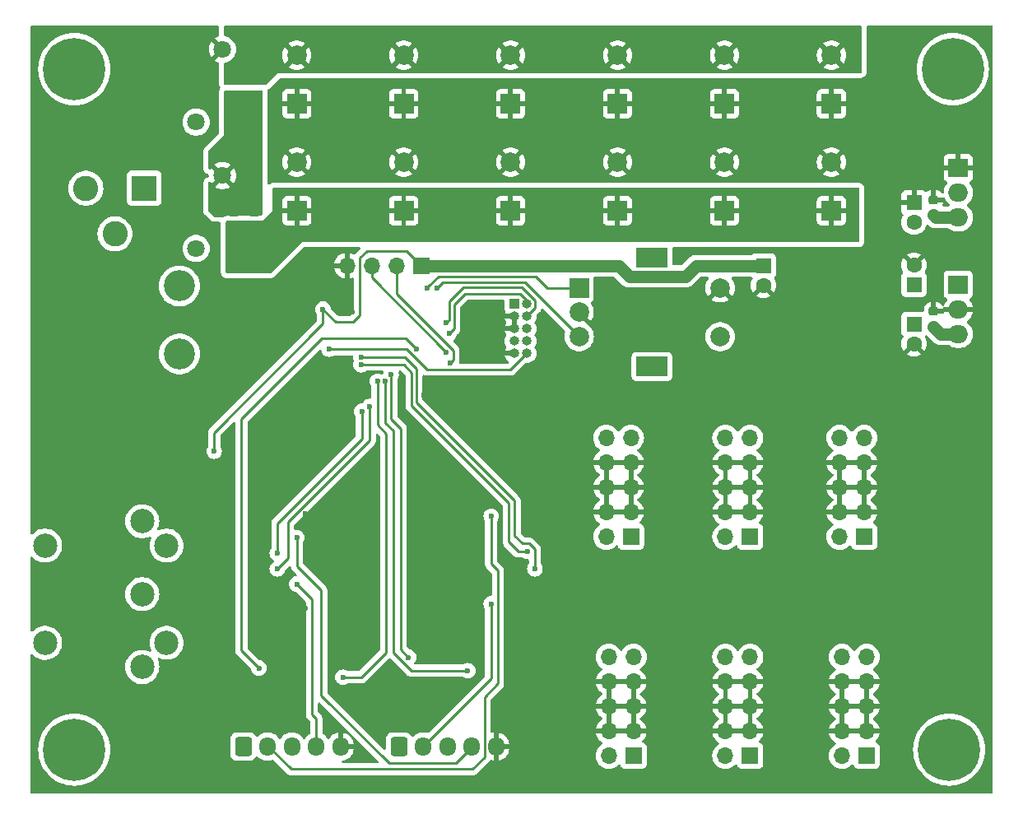
<source format=gbr>
%TF.GenerationSoftware,KiCad,Pcbnew,8.0.0*%
%TF.CreationDate,2024-07-13T20:22:53-07:00*%
%TF.ProjectId,midi-controller,6d696469-2d63-46f6-9e74-726f6c6c6572,rev?*%
%TF.SameCoordinates,Original*%
%TF.FileFunction,Copper,L2,Bot*%
%TF.FilePolarity,Positive*%
%FSLAX46Y46*%
G04 Gerber Fmt 4.6, Leading zero omitted, Abs format (unit mm)*
G04 Created by KiCad (PCBNEW 8.0.0) date 2024-07-13 20:22:53*
%MOMM*%
%LPD*%
G01*
G04 APERTURE LIST*
G04 Aperture macros list*
%AMRoundRect*
0 Rectangle with rounded corners*
0 $1 Rounding radius*
0 $2 $3 $4 $5 $6 $7 $8 $9 X,Y pos of 4 corners*
0 Add a 4 corners polygon primitive as box body*
4,1,4,$2,$3,$4,$5,$6,$7,$8,$9,$2,$3,0*
0 Add four circle primitives for the rounded corners*
1,1,$1+$1,$2,$3*
1,1,$1+$1,$4,$5*
1,1,$1+$1,$6,$7*
1,1,$1+$1,$8,$9*
0 Add four rect primitives between the rounded corners*
20,1,$1+$1,$2,$3,$4,$5,0*
20,1,$1+$1,$4,$5,$6,$7,0*
20,1,$1+$1,$6,$7,$8,$9,0*
20,1,$1+$1,$8,$9,$2,$3,0*%
G04 Aperture macros list end*
%TA.AperFunction,ComponentPad*%
%ADD10C,2.499360*%
%TD*%
%TA.AperFunction,WasherPad*%
%ADD11C,2.499360*%
%TD*%
%TA.AperFunction,ComponentPad*%
%ADD12C,3.200000*%
%TD*%
%TA.AperFunction,ComponentPad*%
%ADD13C,6.400000*%
%TD*%
%TA.AperFunction,ComponentPad*%
%ADD14RoundRect,0.250000X-0.600000X-0.725000X0.600000X-0.725000X0.600000X0.725000X-0.600000X0.725000X0*%
%TD*%
%TA.AperFunction,ComponentPad*%
%ADD15O,1.700000X1.950000*%
%TD*%
%TA.AperFunction,ComponentPad*%
%ADD16R,2.000000X2.000000*%
%TD*%
%TA.AperFunction,ComponentPad*%
%ADD17C,2.000000*%
%TD*%
%TA.AperFunction,ComponentPad*%
%ADD18R,3.200000X2.000000*%
%TD*%
%TA.AperFunction,ComponentPad*%
%ADD19R,1.000000X1.000000*%
%TD*%
%TA.AperFunction,ComponentPad*%
%ADD20O,1.000000X1.000000*%
%TD*%
%TA.AperFunction,ComponentPad*%
%ADD21R,1.700000X1.700000*%
%TD*%
%TA.AperFunction,ComponentPad*%
%ADD22O,1.700000X1.700000*%
%TD*%
%TA.AperFunction,ComponentPad*%
%ADD23R,2.000000X1.905000*%
%TD*%
%TA.AperFunction,ComponentPad*%
%ADD24O,2.000000X1.905000*%
%TD*%
%TA.AperFunction,ComponentPad*%
%ADD25C,1.800000*%
%TD*%
%TA.AperFunction,ComponentPad*%
%ADD26R,2.600000X2.600000*%
%TD*%
%TA.AperFunction,ComponentPad*%
%ADD27C,2.600000*%
%TD*%
%TA.AperFunction,SMDPad,CuDef*%
%ADD28RoundRect,0.360000X0.440000X-0.360000X0.440000X0.360000X-0.440000X0.360000X-0.440000X-0.360000X0*%
%TD*%
%TA.AperFunction,SMDPad,CuDef*%
%ADD29R,3.800000X4.960000*%
%TD*%
%TA.AperFunction,ComponentPad*%
%ADD30R,1.600000X1.600000*%
%TD*%
%TA.AperFunction,ComponentPad*%
%ADD31C,1.600000*%
%TD*%
%TA.AperFunction,SMDPad,CuDef*%
%ADD32RoundRect,0.225000X-0.250000X0.225000X-0.250000X-0.225000X0.250000X-0.225000X0.250000X0.225000X0*%
%TD*%
%TA.AperFunction,SMDPad,CuDef*%
%ADD33RoundRect,0.225000X0.250000X-0.225000X0.250000X0.225000X-0.250000X0.225000X-0.250000X-0.225000X0*%
%TD*%
%TA.AperFunction,ViaPad*%
%ADD34C,0.600000*%
%TD*%
%TA.AperFunction,Conductor*%
%ADD35C,0.250000*%
%TD*%
%TA.AperFunction,Conductor*%
%ADD36C,1.250000*%
%TD*%
G04 APERTURE END LIST*
D10*
%TO.P,J3,5*%
%TO.N,Net-(D1-A)*%
X116099100Y-104803820D03*
%TO.P,J3,4*%
%TO.N,Net-(J3-Pad4)*%
X116099100Y-114796180D03*
%TO.P,J3,3*%
%TO.N,unconnected-(J3-Pad3)*%
X113597200Y-102301920D03*
%TO.P,J3,2*%
%TO.N,unconnected-(J3-Pad2)*%
X113599740Y-109800000D03*
%TO.P,J3,1*%
%TO.N,unconnected-(J3-Pad1)*%
X113597200Y-117298080D03*
D11*
%TO.P,J3,*%
%TO.N,*%
X103602300Y-114801260D03*
X103602300Y-104798740D03*
%TD*%
D12*
%TO.P,SW2,1,A*%
%TO.N,Net-(SW2-A)*%
X117425000Y-78100000D03*
%TO.P,SW2,2,B*%
%TO.N,Net-(SW2-B)*%
X117425000Y-85100000D03*
%TD*%
D13*
%TO.P,H4,1*%
%TO.N,N/C*%
X196600000Y-125800000D03*
%TD*%
%TO.P,H3,1*%
%TO.N,N/C*%
X106600000Y-125800000D03*
%TD*%
%TO.P,H2,1*%
%TO.N,N/C*%
X197000000Y-55800000D03*
%TD*%
%TO.P,H1,1*%
%TO.N,N/C*%
X106600000Y-55800000D03*
%TD*%
D14*
%TO.P,J5,1,Pin_1*%
%TO.N,/CLK2_OUT*%
X124000000Y-125475000D03*
D15*
%TO.P,J5,2,Pin_2*%
%TO.N,/MOD2_OUT*%
X126500000Y-125475000D03*
%TO.P,J5,3,Pin_3*%
%TO.N,/GATE2_OUT*%
X129000000Y-125475000D03*
%TO.P,J5,4,Pin_4*%
%TO.N,/CV2_OUT*%
X131500000Y-125475000D03*
%TO.P,J5,5,Pin_5*%
%TO.N,GND*%
X134000000Y-125475000D03*
%TD*%
D14*
%TO.P,J4,1,Pin_1*%
%TO.N,/CLK1_OUT*%
X140000000Y-125475000D03*
D15*
%TO.P,J4,2,Pin_2*%
%TO.N,/MOD1_OUT*%
X142500000Y-125475000D03*
%TO.P,J4,3,Pin_3*%
%TO.N,/GATE1_OUT*%
X145000000Y-125475000D03*
%TO.P,J4,4,Pin_4*%
%TO.N,/CV1_OUT*%
X147500000Y-125475000D03*
%TO.P,J4,5,Pin_5*%
%TO.N,GND*%
X150000000Y-125475000D03*
%TD*%
D16*
%TO.P,SW1,A,A*%
%TO.N,/ENC_A*%
X158550000Y-78300000D03*
D17*
%TO.P,SW1,B,B*%
%TO.N,/ENC_B*%
X158550000Y-83300000D03*
%TO.P,SW1,C,C*%
%TO.N,GND*%
X158550000Y-80800000D03*
D18*
%TO.P,SW1,MP*%
%TO.N,N/C*%
X166050000Y-75200000D03*
X166050000Y-86400000D03*
D17*
%TO.P,SW1,S1,S1*%
%TO.N,/ENC_BTN*%
X173050000Y-83300000D03*
%TO.P,SW1,S2,S2*%
%TO.N,GND*%
X173050000Y-78300000D03*
%TD*%
D19*
%TO.P,J2,1,VTref*%
%TO.N,Net-(J2-VTref)*%
X151875000Y-79950000D03*
D20*
%TO.P,J2,2,SWDIO/TMS*%
%TO.N,/SWIO*%
X153145000Y-79950000D03*
%TO.P,J2,3,GND*%
%TO.N,GND*%
X151875000Y-81220000D03*
%TO.P,J2,4,SWCLK/TCK*%
%TO.N,/SWCLK*%
X153145000Y-81220000D03*
%TO.P,J2,5,GND*%
%TO.N,GND*%
X151875000Y-82490000D03*
%TO.P,J2,6,SWO/TDO*%
%TO.N,unconnected-(J2-SWO{slash}TDO-Pad6)*%
X153145000Y-82490000D03*
%TO.P,J2,7,KEY*%
%TO.N,unconnected-(J2-KEY-Pad7)*%
X151875000Y-83760000D03*
%TO.P,J2,8,NC/TDI*%
%TO.N,unconnected-(J2-NC{slash}TDI-Pad8)*%
X153145000Y-83760000D03*
%TO.P,J2,9,GNDDetect*%
%TO.N,GND*%
X151875000Y-85030000D03*
%TO.P,J2,10,~{RESET}*%
%TO.N,/NRST*%
X153145000Y-85030000D03*
%TD*%
D21*
%TO.P,J1,1,Pin_1*%
%TO.N,+3.3V*%
X142300000Y-76000000D03*
D22*
%TO.P,J1,2,Pin_2*%
%TO.N,/I2C_DAT*%
X139760000Y-76000000D03*
%TO.P,J1,3,Pin_3*%
%TO.N,/I2C_CLK*%
X137220000Y-76000000D03*
%TO.P,J1,4,Pin_4*%
%TO.N,GND*%
X134680000Y-76000000D03*
%TD*%
D23*
%TO.P,U5,1,GND*%
%TO.N,GND*%
X197555000Y-65960000D03*
D24*
%TO.P,U5,2,VI*%
%TO.N,Net-(U5-VI)*%
X197555000Y-68500000D03*
%TO.P,U5,3,VO*%
%TO.N,-12V*%
X197555000Y-71040000D03*
%TD*%
D23*
%TO.P,U4,1,VI*%
%TO.N,Net-(D12-K)*%
X197555000Y-77960000D03*
D24*
%TO.P,U4,2,GND*%
%TO.N,GND*%
X197555000Y-80500000D03*
%TO.P,U4,3,VO*%
%TO.N,+12V*%
X197555000Y-83040000D03*
%TD*%
D25*
%TO.P,TH2,1*%
%TO.N,GND*%
X121850000Y-53750000D03*
%TO.P,TH2,2*%
%TO.N,Net-(J6-Pad2)*%
X119150000Y-61250000D03*
%TD*%
%TO.P,TH1,1*%
%TO.N,Net-(D13-K)*%
X121850000Y-66750000D03*
%TO.P,TH1,2*%
%TO.N,Net-(SW2-B)*%
X119150000Y-74250000D03*
%TD*%
D21*
%TO.P,J12,1,Pin_1*%
%TO.N,+12V*%
X188140000Y-126420000D03*
D22*
%TO.P,J12,2,Pin_2*%
X185600000Y-126420000D03*
%TO.P,J12,3,Pin_3*%
%TO.N,GND*%
X188140000Y-123880000D03*
%TO.P,J12,4,Pin_4*%
X185600000Y-123880000D03*
%TO.P,J12,5,Pin_5*%
X188140000Y-121340000D03*
%TO.P,J12,6,Pin_6*%
X185600000Y-121340000D03*
%TO.P,J12,7,Pin_7*%
X188140000Y-118800000D03*
%TO.P,J12,8,Pin_8*%
X185600000Y-118800000D03*
%TO.P,J12,9,Pin_9*%
%TO.N,-12V*%
X188140000Y-116260000D03*
%TO.P,J12,10,Pin_10*%
X185600000Y-116260000D03*
%TD*%
D21*
%TO.P,J11,1,Pin_1*%
%TO.N,+12V*%
X187875000Y-103875000D03*
D22*
%TO.P,J11,2,Pin_2*%
X185335000Y-103875000D03*
%TO.P,J11,3,Pin_3*%
%TO.N,GND*%
X187875000Y-101335000D03*
%TO.P,J11,4,Pin_4*%
X185335000Y-101335000D03*
%TO.P,J11,5,Pin_5*%
X187875000Y-98795000D03*
%TO.P,J11,6,Pin_6*%
X185335000Y-98795000D03*
%TO.P,J11,7,Pin_7*%
X187875000Y-96255000D03*
%TO.P,J11,8,Pin_8*%
X185335000Y-96255000D03*
%TO.P,J11,9,Pin_9*%
%TO.N,-12V*%
X187875000Y-93715000D03*
%TO.P,J11,10,Pin_10*%
X185335000Y-93715000D03*
%TD*%
D21*
%TO.P,J10,1,Pin_1*%
%TO.N,+12V*%
X163875000Y-103875000D03*
D22*
%TO.P,J10,2,Pin_2*%
X161335000Y-103875000D03*
%TO.P,J10,3,Pin_3*%
%TO.N,GND*%
X163875000Y-101335000D03*
%TO.P,J10,4,Pin_4*%
X161335000Y-101335000D03*
%TO.P,J10,5,Pin_5*%
X163875000Y-98795000D03*
%TO.P,J10,6,Pin_6*%
X161335000Y-98795000D03*
%TO.P,J10,7,Pin_7*%
X163875000Y-96255000D03*
%TO.P,J10,8,Pin_8*%
X161335000Y-96255000D03*
%TO.P,J10,9,Pin_9*%
%TO.N,-12V*%
X163875000Y-93715000D03*
%TO.P,J10,10,Pin_10*%
X161335000Y-93715000D03*
%TD*%
D21*
%TO.P,J9,1,Pin_1*%
%TO.N,+12V*%
X176140000Y-103875000D03*
D22*
%TO.P,J9,2,Pin_2*%
X173600000Y-103875000D03*
%TO.P,J9,3,Pin_3*%
%TO.N,GND*%
X176140000Y-101335000D03*
%TO.P,J9,4,Pin_4*%
X173600000Y-101335000D03*
%TO.P,J9,5,Pin_5*%
X176140000Y-98795000D03*
%TO.P,J9,6,Pin_6*%
X173600000Y-98795000D03*
%TO.P,J9,7,Pin_7*%
X176140000Y-96255000D03*
%TO.P,J9,8,Pin_8*%
X173600000Y-96255000D03*
%TO.P,J9,9,Pin_9*%
%TO.N,-12V*%
X176140000Y-93715000D03*
%TO.P,J9,10,Pin_10*%
X173600000Y-93715000D03*
%TD*%
D21*
%TO.P,J8,1,Pin_1*%
%TO.N,+12V*%
X164140000Y-126420000D03*
D22*
%TO.P,J8,2,Pin_2*%
X161600000Y-126420000D03*
%TO.P,J8,3,Pin_3*%
%TO.N,GND*%
X164140000Y-123880000D03*
%TO.P,J8,4,Pin_4*%
X161600000Y-123880000D03*
%TO.P,J8,5,Pin_5*%
X164140000Y-121340000D03*
%TO.P,J8,6,Pin_6*%
X161600000Y-121340000D03*
%TO.P,J8,7,Pin_7*%
X164140000Y-118800000D03*
%TO.P,J8,8,Pin_8*%
X161600000Y-118800000D03*
%TO.P,J8,9,Pin_9*%
%TO.N,-12V*%
X164140000Y-116260000D03*
%TO.P,J8,10,Pin_10*%
X161600000Y-116260000D03*
%TD*%
D21*
%TO.P,J7,1,Pin_1*%
%TO.N,+12V*%
X176140000Y-126420000D03*
D22*
%TO.P,J7,2,Pin_2*%
X173600000Y-126420000D03*
%TO.P,J7,3,Pin_3*%
%TO.N,GND*%
X176140000Y-123880000D03*
%TO.P,J7,4,Pin_4*%
X173600000Y-123880000D03*
%TO.P,J7,5,Pin_5*%
X176140000Y-121340000D03*
%TO.P,J7,6,Pin_6*%
X173600000Y-121340000D03*
%TO.P,J7,7,Pin_7*%
X176140000Y-118800000D03*
%TO.P,J7,8,Pin_8*%
X173600000Y-118800000D03*
%TO.P,J7,9,Pin_9*%
%TO.N,-12V*%
X176140000Y-116260000D03*
%TO.P,J7,10,Pin_10*%
X173600000Y-116260000D03*
%TD*%
D26*
%TO.P,J6,1*%
%TO.N,Net-(SW2-A)*%
X113800000Y-68050000D03*
D27*
%TO.P,J6,2*%
%TO.N,Net-(J6-Pad2)*%
X107800000Y-68050000D03*
%TO.P,J6,3*%
%TO.N,N/C*%
X110800000Y-72750000D03*
%TD*%
D28*
%TO.P,D13,1,A*%
%TO.N,Net-(U5-VI)*%
X122987500Y-56667500D03*
%TO.P,D13,2,A*%
X125117500Y-56667500D03*
D29*
%TO.P,D13,3,K*%
%TO.N,Net-(D13-K)*%
X124052500Y-60467500D03*
%TD*%
%TO.P,D12,3,K*%
%TO.N,Net-(D12-K)*%
X124052500Y-73967500D03*
D28*
%TO.P,D12,2,A*%
%TO.N,Net-(D13-K)*%
X125117500Y-70167500D03*
%TO.P,D12,1,A*%
X122987500Y-70167500D03*
%TD*%
D30*
%TO.P,C34,1*%
%TO.N,GND*%
X193000000Y-69544887D03*
D31*
%TO.P,C34,2*%
%TO.N,-12V*%
X193000000Y-71544887D03*
%TD*%
D30*
%TO.P,C33,1*%
%TO.N,+12V*%
X193000000Y-82044888D03*
D31*
%TO.P,C33,2*%
%TO.N,GND*%
X193000000Y-84044888D03*
%TD*%
D30*
%TO.P,C32,1*%
%TO.N,+3.3V*%
X177500000Y-76044887D03*
D31*
%TO.P,C32,2*%
%TO.N,GND*%
X177500000Y-78044887D03*
%TD*%
D32*
%TO.P,C31,2*%
%TO.N,-12V*%
X195000000Y-70775000D03*
%TO.P,C31,1*%
%TO.N,GND*%
X195000000Y-69225000D03*
%TD*%
D33*
%TO.P,C30,1*%
%TO.N,+12V*%
X195000000Y-82275000D03*
%TO.P,C30,2*%
%TO.N,GND*%
X195000000Y-80725000D03*
%TD*%
D30*
%TO.P,C29,1*%
%TO.N,+12V*%
X193000000Y-77955113D03*
D31*
%TO.P,C29,2*%
%TO.N,GND*%
X193000000Y-75955113D03*
%TD*%
D16*
%TO.P,C28,1*%
%TO.N,GND*%
X184500000Y-59367677D03*
D17*
%TO.P,C28,2*%
%TO.N,Net-(U5-VI)*%
X184500000Y-54367677D03*
%TD*%
D16*
%TO.P,C27,1*%
%TO.N,Net-(D12-K)*%
X184500000Y-70367677D03*
D17*
%TO.P,C27,2*%
%TO.N,GND*%
X184500000Y-65367677D03*
%TD*%
D16*
%TO.P,C24,1*%
%TO.N,GND*%
X173500000Y-59367677D03*
D17*
%TO.P,C24,2*%
%TO.N,Net-(U5-VI)*%
X173500000Y-54367677D03*
%TD*%
D16*
%TO.P,C23,1*%
%TO.N,Net-(D12-K)*%
X173500000Y-70367677D03*
D17*
%TO.P,C23,2*%
%TO.N,GND*%
X173500000Y-65367677D03*
%TD*%
D16*
%TO.P,C22,1*%
%TO.N,GND*%
X162500000Y-59367677D03*
D17*
%TO.P,C22,2*%
%TO.N,Net-(U5-VI)*%
X162500000Y-54367677D03*
%TD*%
D16*
%TO.P,C21,1*%
%TO.N,Net-(D12-K)*%
X162500000Y-70367677D03*
D17*
%TO.P,C21,2*%
%TO.N,GND*%
X162500000Y-65367677D03*
%TD*%
D16*
%TO.P,C20,1*%
%TO.N,GND*%
X151500000Y-59367677D03*
D17*
%TO.P,C20,2*%
%TO.N,Net-(U5-VI)*%
X151500000Y-54367677D03*
%TD*%
D16*
%TO.P,C19,1*%
%TO.N,Net-(D12-K)*%
X151500000Y-70367677D03*
D17*
%TO.P,C19,2*%
%TO.N,GND*%
X151500000Y-65367677D03*
%TD*%
D16*
%TO.P,C18,1*%
%TO.N,GND*%
X140500000Y-59367677D03*
D17*
%TO.P,C18,2*%
%TO.N,Net-(U5-VI)*%
X140500000Y-54367677D03*
%TD*%
D16*
%TO.P,C17,1*%
%TO.N,Net-(D12-K)*%
X140500000Y-70367677D03*
D17*
%TO.P,C17,2*%
%TO.N,GND*%
X140500000Y-65367677D03*
%TD*%
D16*
%TO.P,C16,1*%
%TO.N,GND*%
X129500000Y-59367677D03*
D17*
%TO.P,C16,2*%
%TO.N,Net-(U5-VI)*%
X129500000Y-54367677D03*
%TD*%
D16*
%TO.P,C15,1*%
%TO.N,Net-(D12-K)*%
X129500000Y-70367677D03*
D17*
%TO.P,C15,2*%
%TO.N,GND*%
X129500000Y-65367677D03*
%TD*%
D34*
%TO.N,GND*%
X182700000Y-85900000D03*
%TO.N,+3.3V*%
X121000000Y-95100000D03*
X132200000Y-80500000D03*
%TO.N,/CLK1*%
X141000000Y-116300000D03*
X139200000Y-87200000D03*
%TO.N,/CLK2*%
X125600000Y-117400000D03*
%TO.N,/MOD1*%
X154000000Y-107200000D03*
%TO.N,/MOD2*%
X153200000Y-105400000D03*
X136100000Y-86200000D03*
%TO.N,/CV1*%
X136200000Y-91000000D03*
%TO.N,/CV2*%
X137000000Y-90500000D03*
%TO.N,/GATE1*%
X138600000Y-87900000D03*
%TO.N,/GATE2*%
X137800000Y-87900000D03*
%TO.N,/CLK2*%
X141800000Y-84625000D03*
%TO.N,GND*%
X142577427Y-89312864D03*
X140200000Y-90400000D03*
%TO.N,/MOD1*%
X136100000Y-85400000D03*
%TO.N,GND*%
X115100000Y-99100000D03*
X120900000Y-96800000D03*
X129500000Y-81800000D03*
X135200000Y-80800000D03*
%TO.N,/ENC_A*%
X142900000Y-78300000D03*
%TO.N,/ENC_B*%
X143900000Y-78300000D03*
%TO.N,/I2C_DAT*%
X145300000Y-86000000D03*
%TO.N,/I2C_CLK*%
X144900000Y-84900000D03*
%TO.N,/NRST*%
X132825000Y-84600000D03*
%TO.N,/SWCLK*%
X144900000Y-81900000D03*
%TO.N,/SWIO*%
X145175000Y-83000000D03*
%TO.N,/GATE1*%
X147100000Y-117675000D03*
%TO.N,/GATE2*%
X134250000Y-118350000D03*
%TO.N,/CV2*%
X127500000Y-107200000D03*
%TO.N,/CV1*%
X127500000Y-105600000D03*
%TO.N,GND*%
X129000000Y-116400000D03*
X135500000Y-116400000D03*
X151000000Y-116400000D03*
X143500000Y-116400000D03*
X148800000Y-88000000D03*
X143800000Y-90400000D03*
%TO.N,/MOD1_OUT*%
X149500000Y-110800000D03*
%TO.N,/MOD2_OUT*%
X149500000Y-101800000D03*
%TO.N,GND*%
X153200000Y-103600000D03*
X153200000Y-109000000D03*
X145800000Y-108200000D03*
X145800000Y-106300000D03*
X145800000Y-104400000D03*
%TO.N,/CV1_OUT*%
X129500000Y-104000000D03*
%TO.N,/CV2_OUT*%
X129500000Y-108775000D03*
%TO.N,GND*%
X126600000Y-111400000D03*
X130400000Y-111275000D03*
X126600000Y-101500000D03*
X130379442Y-101479442D03*
X131300000Y-106300000D03*
%TD*%
D35*
%TO.N,/MOD2_OUT*%
X149500000Y-106700000D02*
X149500000Y-101800000D01*
X148800000Y-126600000D02*
X148800000Y-120400000D01*
X128900000Y-127800000D02*
X147600000Y-127800000D01*
X148800000Y-120400000D02*
X150200000Y-119000000D01*
X150200000Y-107400000D02*
X149500000Y-106700000D01*
X126575000Y-125475000D02*
X128900000Y-127800000D01*
X150200000Y-119000000D02*
X150200000Y-107400000D01*
X147600000Y-127800000D02*
X148800000Y-126600000D01*
X126500000Y-125475000D02*
X126575000Y-125475000D01*
%TO.N,/CV1_OUT*%
X147500000Y-125600000D02*
X147500000Y-125475000D01*
X139000000Y-127200000D02*
X145900000Y-127200000D01*
X132000000Y-120200000D02*
X139000000Y-127200000D01*
X145900000Y-127200000D02*
X147500000Y-125600000D01*
X132000000Y-109400000D02*
X132000000Y-120200000D01*
X129500000Y-106900000D02*
X132000000Y-109400000D01*
X129500000Y-104000000D02*
X129500000Y-106900000D01*
%TO.N,+3.3V*%
X136700000Y-74500000D02*
X140800000Y-74500000D01*
X135300000Y-81800000D02*
X136000000Y-81100000D01*
X136000000Y-81100000D02*
X136000000Y-75200000D01*
X133500000Y-81800000D02*
X135300000Y-81800000D01*
X136000000Y-75200000D02*
X136700000Y-74500000D01*
X132200000Y-80500000D02*
X133500000Y-81800000D01*
X140800000Y-74500000D02*
X142300000Y-76000000D01*
%TO.N,/NRST*%
X151475000Y-86700000D02*
X153145000Y-85030000D01*
X140800000Y-84600000D02*
X142900000Y-86700000D01*
X142900000Y-86700000D02*
X151475000Y-86700000D01*
X132825000Y-84600000D02*
X140800000Y-84600000D01*
%TO.N,+3.3V*%
X132200000Y-82000000D02*
X121000000Y-93200000D01*
X121000000Y-93200000D02*
X121000000Y-95100000D01*
X132200000Y-80500000D02*
X132200000Y-82000000D01*
%TO.N,/GATE2*%
X138700000Y-115800000D02*
X136150000Y-118350000D01*
X136150000Y-118350000D02*
X134250000Y-118350000D01*
X138700000Y-93300000D02*
X138700000Y-115800000D01*
X137800000Y-92400000D02*
X138700000Y-93300000D01*
X137800000Y-87900000D02*
X137800000Y-92400000D01*
%TO.N,/GATE1*%
X139400000Y-115800000D02*
X141275000Y-117675000D01*
X139400000Y-93000000D02*
X139400000Y-115800000D01*
X141275000Y-117675000D02*
X147100000Y-117675000D01*
X138600000Y-92200000D02*
X139400000Y-93000000D01*
X138600000Y-87900000D02*
X138600000Y-92200000D01*
%TO.N,/CLK1*%
X139225000Y-91825000D02*
X140200000Y-92800000D01*
X140200000Y-92800000D02*
X140200000Y-115500000D01*
X139225000Y-87225000D02*
X139225000Y-91825000D01*
X139200000Y-87200000D02*
X139225000Y-87225000D01*
X140200000Y-115500000D02*
X141000000Y-116300000D01*
%TO.N,/MOD2*%
X141300000Y-90400000D02*
X151300000Y-100400000D01*
X151300000Y-100400000D02*
X151300000Y-104400000D01*
X152300000Y-105400000D02*
X153200000Y-105400000D01*
X141300000Y-87000000D02*
X141300000Y-90400000D01*
X140500000Y-86200000D02*
X141300000Y-87000000D01*
X136100000Y-86200000D02*
X140500000Y-86200000D01*
X151300000Y-104400000D02*
X152300000Y-105400000D01*
%TO.N,/MOD1*%
X154000000Y-105200000D02*
X154000000Y-107200000D01*
X153400000Y-104600000D02*
X154000000Y-105200000D01*
X151900000Y-103800000D02*
X152700000Y-104600000D01*
X141800000Y-90100000D02*
X151900000Y-100200000D01*
X141800000Y-86600000D02*
X141800000Y-90100000D01*
X140600000Y-85400000D02*
X141800000Y-86600000D01*
X152700000Y-104600000D02*
X153400000Y-104600000D01*
X151900000Y-100200000D02*
X151900000Y-103800000D01*
X136100000Y-85400000D02*
X140600000Y-85400000D01*
%TO.N,/CLK2*%
X123800000Y-115600000D02*
X125600000Y-117400000D01*
X123800000Y-91800000D02*
X123800000Y-115600000D01*
X140700000Y-83500000D02*
X132100000Y-83500000D01*
X141800000Y-84600000D02*
X140700000Y-83500000D01*
X132100000Y-83500000D02*
X123800000Y-91800000D01*
X141800000Y-84625000D02*
X141800000Y-84600000D01*
%TO.N,/I2C_CLK*%
X137220000Y-77220000D02*
X137220000Y-76000000D01*
X144900000Y-84900000D02*
X137220000Y-77220000D01*
%TO.N,/I2C_DAT*%
X145600000Y-85700000D02*
X145600000Y-84716116D01*
X139760000Y-78876116D02*
X139760000Y-76000000D01*
X145300000Y-86000000D02*
X145600000Y-85700000D01*
X145600000Y-84716116D02*
X139760000Y-78876116D01*
%TO.N,/CV1*%
X136200000Y-91000000D02*
X136200000Y-93800000D01*
X127500000Y-102500000D02*
X127500000Y-105600000D01*
X136200000Y-93800000D02*
X127500000Y-102500000D01*
%TO.N,/CV2*%
X137000000Y-91200000D02*
X137000000Y-90500000D01*
D36*
%TO.N,-12V*%
X195265000Y-71040000D02*
X195000000Y-70775000D01*
X197555000Y-71040000D02*
X195265000Y-71040000D01*
%TO.N,+12V*%
X195765000Y-83040000D02*
X195000000Y-82275000D01*
X197555000Y-83040000D02*
X195765000Y-83040000D01*
D35*
%TO.N,/ENC_B*%
X144500000Y-77700000D02*
X152950000Y-77700000D01*
X152950000Y-77700000D02*
X158550000Y-83300000D01*
X143900000Y-78300000D02*
X144500000Y-77700000D01*
%TO.N,/ENC_A*%
X143100000Y-78100000D02*
X142900000Y-78300000D01*
X144100000Y-77100000D02*
X143100000Y-78100000D01*
X152300000Y-77100000D02*
X144100000Y-77100000D01*
X155300000Y-78300000D02*
X154700000Y-77700000D01*
X154100000Y-77100000D02*
X152300000Y-77100000D01*
X154700000Y-77700000D02*
X154100000Y-77100000D01*
X158550000Y-78300000D02*
X155300000Y-78300000D01*
%TO.N,/SWCLK*%
X154000000Y-80365000D02*
X153145000Y-81220000D01*
X154000000Y-79600000D02*
X154000000Y-80365000D01*
X146625000Y-78275000D02*
X152675000Y-78275000D01*
X145200000Y-81600000D02*
X145200000Y-79700000D01*
X152675000Y-78275000D02*
X154000000Y-79600000D01*
X144900000Y-81900000D02*
X145200000Y-81600000D01*
X145200000Y-79700000D02*
X146625000Y-78275000D01*
%TO.N,/SWIO*%
X152475000Y-78900000D02*
X153145000Y-79570000D01*
X146800000Y-78900000D02*
X152475000Y-78900000D01*
X145700000Y-80000000D02*
X146800000Y-78900000D01*
X145700000Y-82475000D02*
X145700000Y-80000000D01*
X145175000Y-83000000D02*
X145700000Y-82475000D01*
X153145000Y-79570000D02*
X153145000Y-79950000D01*
%TO.N,/MOD1_OUT*%
X149500000Y-118475000D02*
X142500000Y-125475000D01*
X149500000Y-110800000D02*
X149500000Y-118475000D01*
%TO.N,/CV2_OUT*%
X131050000Y-122150000D02*
X131500000Y-122600000D01*
X131050000Y-110325000D02*
X131050000Y-122150000D01*
X129500000Y-108775000D02*
X131050000Y-110325000D01*
X131500000Y-122600000D02*
X131500000Y-125475000D01*
%TO.N,/CV2*%
X128600000Y-102375000D02*
X137000000Y-93975000D01*
X137000000Y-93975000D02*
X137000000Y-91200000D01*
X128600000Y-102500000D02*
X128600000Y-102375000D01*
X128600000Y-106100000D02*
X128600000Y-102500000D01*
X127500000Y-107200000D02*
X128600000Y-106100000D01*
D36*
%TO.N,+3.3V*%
X162600000Y-76000000D02*
X142300000Y-76000000D01*
X163700000Y-77100000D02*
X162600000Y-76000000D01*
X170555113Y-76044887D02*
X169500000Y-77100000D01*
X177500000Y-76044887D02*
X170555113Y-76044887D01*
X169500000Y-77100000D02*
X163700000Y-77100000D01*
%TD*%
%TA.AperFunction,Conductor*%
%TO.N,Net-(U5-VI)*%
G36*
X187543039Y-51320185D02*
G01*
X187588794Y-51372989D01*
X187600000Y-51424500D01*
X187600000Y-56076000D01*
X187580315Y-56143039D01*
X187527511Y-56188794D01*
X187476000Y-56200000D01*
X127599999Y-56200000D01*
X126436319Y-57363681D01*
X126374996Y-57397166D01*
X126348638Y-57400000D01*
X122124000Y-57400000D01*
X122056961Y-57380315D01*
X122011206Y-57327511D01*
X122000000Y-57276000D01*
X122000000Y-55249857D01*
X122019685Y-55182818D01*
X122072489Y-55137063D01*
X122103588Y-55127548D01*
X122194981Y-55112298D01*
X122414503Y-55036936D01*
X122618626Y-54926470D01*
X122801784Y-54783913D01*
X122958979Y-54613153D01*
X123085924Y-54418849D01*
X123108368Y-54367682D01*
X127994859Y-54367682D01*
X128015385Y-54615406D01*
X128015387Y-54615415D01*
X128076412Y-54856394D01*
X128176266Y-55084041D01*
X128276564Y-55237559D01*
X129017037Y-54497086D01*
X129034075Y-54560670D01*
X129099901Y-54674684D01*
X129192993Y-54767776D01*
X129307007Y-54833602D01*
X129370590Y-54850639D01*
X128629942Y-55591286D01*
X128676768Y-55627732D01*
X128676770Y-55627733D01*
X128895385Y-55746041D01*
X128895396Y-55746046D01*
X129130506Y-55826760D01*
X129375707Y-55867677D01*
X129624293Y-55867677D01*
X129869493Y-55826760D01*
X130104603Y-55746046D01*
X130104614Y-55746041D01*
X130323228Y-55627734D01*
X130323231Y-55627732D01*
X130370056Y-55591286D01*
X129629409Y-54850639D01*
X129692993Y-54833602D01*
X129807007Y-54767776D01*
X129900099Y-54674684D01*
X129965925Y-54560670D01*
X129982962Y-54497087D01*
X130723434Y-55237559D01*
X130823731Y-55084046D01*
X130923587Y-54856394D01*
X130984612Y-54615415D01*
X130984614Y-54615406D01*
X131005141Y-54367682D01*
X138994859Y-54367682D01*
X139015385Y-54615406D01*
X139015387Y-54615415D01*
X139076412Y-54856394D01*
X139176266Y-55084041D01*
X139276564Y-55237559D01*
X140017037Y-54497086D01*
X140034075Y-54560670D01*
X140099901Y-54674684D01*
X140192993Y-54767776D01*
X140307007Y-54833602D01*
X140370590Y-54850639D01*
X139629942Y-55591286D01*
X139676768Y-55627732D01*
X139676770Y-55627733D01*
X139895385Y-55746041D01*
X139895396Y-55746046D01*
X140130506Y-55826760D01*
X140375707Y-55867677D01*
X140624293Y-55867677D01*
X140869493Y-55826760D01*
X141104603Y-55746046D01*
X141104614Y-55746041D01*
X141323228Y-55627734D01*
X141323231Y-55627732D01*
X141370056Y-55591286D01*
X140629409Y-54850639D01*
X140692993Y-54833602D01*
X140807007Y-54767776D01*
X140900099Y-54674684D01*
X140965925Y-54560670D01*
X140982962Y-54497087D01*
X141723434Y-55237559D01*
X141823731Y-55084046D01*
X141923587Y-54856394D01*
X141984612Y-54615415D01*
X141984614Y-54615406D01*
X142005141Y-54367682D01*
X149994859Y-54367682D01*
X150015385Y-54615406D01*
X150015387Y-54615415D01*
X150076412Y-54856394D01*
X150176266Y-55084041D01*
X150276564Y-55237559D01*
X151017037Y-54497086D01*
X151034075Y-54560670D01*
X151099901Y-54674684D01*
X151192993Y-54767776D01*
X151307007Y-54833602D01*
X151370590Y-54850639D01*
X150629942Y-55591286D01*
X150676768Y-55627732D01*
X150676770Y-55627733D01*
X150895385Y-55746041D01*
X150895396Y-55746046D01*
X151130506Y-55826760D01*
X151375707Y-55867677D01*
X151624293Y-55867677D01*
X151869493Y-55826760D01*
X152104603Y-55746046D01*
X152104614Y-55746041D01*
X152323228Y-55627734D01*
X152323231Y-55627732D01*
X152370056Y-55591286D01*
X151629409Y-54850639D01*
X151692993Y-54833602D01*
X151807007Y-54767776D01*
X151900099Y-54674684D01*
X151965925Y-54560670D01*
X151982962Y-54497087D01*
X152723434Y-55237559D01*
X152823731Y-55084046D01*
X152923587Y-54856394D01*
X152984612Y-54615415D01*
X152984614Y-54615406D01*
X153005141Y-54367682D01*
X160994859Y-54367682D01*
X161015385Y-54615406D01*
X161015387Y-54615415D01*
X161076412Y-54856394D01*
X161176266Y-55084041D01*
X161276564Y-55237559D01*
X162017037Y-54497086D01*
X162034075Y-54560670D01*
X162099901Y-54674684D01*
X162192993Y-54767776D01*
X162307007Y-54833602D01*
X162370590Y-54850639D01*
X161629942Y-55591286D01*
X161676768Y-55627732D01*
X161676770Y-55627733D01*
X161895385Y-55746041D01*
X161895396Y-55746046D01*
X162130506Y-55826760D01*
X162375707Y-55867677D01*
X162624293Y-55867677D01*
X162869493Y-55826760D01*
X163104603Y-55746046D01*
X163104614Y-55746041D01*
X163323228Y-55627734D01*
X163323231Y-55627732D01*
X163370056Y-55591286D01*
X162629409Y-54850639D01*
X162692993Y-54833602D01*
X162807007Y-54767776D01*
X162900099Y-54674684D01*
X162965925Y-54560670D01*
X162982962Y-54497086D01*
X163723434Y-55237559D01*
X163823731Y-55084046D01*
X163923587Y-54856394D01*
X163984612Y-54615415D01*
X163984614Y-54615406D01*
X164005141Y-54367682D01*
X171994859Y-54367682D01*
X172015385Y-54615406D01*
X172015387Y-54615415D01*
X172076412Y-54856394D01*
X172176266Y-55084041D01*
X172276564Y-55237559D01*
X173017037Y-54497086D01*
X173034075Y-54560670D01*
X173099901Y-54674684D01*
X173192993Y-54767776D01*
X173307007Y-54833602D01*
X173370590Y-54850639D01*
X172629942Y-55591286D01*
X172676768Y-55627732D01*
X172676770Y-55627733D01*
X172895385Y-55746041D01*
X172895396Y-55746046D01*
X173130506Y-55826760D01*
X173375707Y-55867677D01*
X173624293Y-55867677D01*
X173869493Y-55826760D01*
X174104603Y-55746046D01*
X174104614Y-55746041D01*
X174323228Y-55627734D01*
X174323231Y-55627732D01*
X174370056Y-55591286D01*
X173629409Y-54850639D01*
X173692993Y-54833602D01*
X173807007Y-54767776D01*
X173900099Y-54674684D01*
X173965925Y-54560670D01*
X173982962Y-54497087D01*
X174723434Y-55237559D01*
X174823731Y-55084046D01*
X174923587Y-54856394D01*
X174984612Y-54615415D01*
X174984614Y-54615406D01*
X175005141Y-54367682D01*
X182994859Y-54367682D01*
X183015385Y-54615406D01*
X183015387Y-54615415D01*
X183076412Y-54856394D01*
X183176266Y-55084041D01*
X183276564Y-55237559D01*
X184017037Y-54497086D01*
X184034075Y-54560670D01*
X184099901Y-54674684D01*
X184192993Y-54767776D01*
X184307007Y-54833602D01*
X184370590Y-54850639D01*
X183629942Y-55591286D01*
X183676768Y-55627732D01*
X183676770Y-55627733D01*
X183895385Y-55746041D01*
X183895396Y-55746046D01*
X184130506Y-55826760D01*
X184375707Y-55867677D01*
X184624293Y-55867677D01*
X184869493Y-55826760D01*
X185104603Y-55746046D01*
X185104614Y-55746041D01*
X185323228Y-55627734D01*
X185323231Y-55627732D01*
X185370056Y-55591286D01*
X184629409Y-54850639D01*
X184692993Y-54833602D01*
X184807007Y-54767776D01*
X184900099Y-54674684D01*
X184965925Y-54560670D01*
X184982962Y-54497087D01*
X185723434Y-55237559D01*
X185823731Y-55084046D01*
X185923587Y-54856394D01*
X185984612Y-54615415D01*
X185984614Y-54615406D01*
X186005141Y-54367682D01*
X186005141Y-54367671D01*
X185984614Y-54119947D01*
X185984612Y-54119938D01*
X185923587Y-53878959D01*
X185823731Y-53651307D01*
X185723434Y-53497793D01*
X184982962Y-54238266D01*
X184965925Y-54174684D01*
X184900099Y-54060670D01*
X184807007Y-53967578D01*
X184692993Y-53901752D01*
X184629410Y-53884714D01*
X185370057Y-53144067D01*
X185370056Y-53144066D01*
X185323229Y-53107620D01*
X185104614Y-52989312D01*
X185104603Y-52989307D01*
X184869493Y-52908593D01*
X184624293Y-52867677D01*
X184375707Y-52867677D01*
X184130506Y-52908593D01*
X183895396Y-52989307D01*
X183895390Y-52989309D01*
X183676761Y-53107626D01*
X183629942Y-53144065D01*
X183629942Y-53144067D01*
X184370590Y-53884714D01*
X184307007Y-53901752D01*
X184192993Y-53967578D01*
X184099901Y-54060670D01*
X184034075Y-54174684D01*
X184017037Y-54238266D01*
X183276564Y-53497793D01*
X183176267Y-53651309D01*
X183076412Y-53878959D01*
X183015387Y-54119938D01*
X183015385Y-54119947D01*
X182994859Y-54367671D01*
X182994859Y-54367682D01*
X175005141Y-54367682D01*
X175005141Y-54367671D01*
X174984614Y-54119947D01*
X174984612Y-54119938D01*
X174923587Y-53878959D01*
X174823731Y-53651307D01*
X174723434Y-53497793D01*
X173982962Y-54238266D01*
X173965925Y-54174684D01*
X173900099Y-54060670D01*
X173807007Y-53967578D01*
X173692993Y-53901752D01*
X173629410Y-53884714D01*
X174370057Y-53144067D01*
X174370056Y-53144066D01*
X174323229Y-53107620D01*
X174104614Y-52989312D01*
X174104603Y-52989307D01*
X173869493Y-52908593D01*
X173624293Y-52867677D01*
X173375707Y-52867677D01*
X173130506Y-52908593D01*
X172895396Y-52989307D01*
X172895390Y-52989309D01*
X172676761Y-53107626D01*
X172629942Y-53144065D01*
X172629942Y-53144067D01*
X173370590Y-53884714D01*
X173307007Y-53901752D01*
X173192993Y-53967578D01*
X173099901Y-54060670D01*
X173034075Y-54174684D01*
X173017037Y-54238266D01*
X172276564Y-53497793D01*
X172176267Y-53651309D01*
X172076412Y-53878959D01*
X172015387Y-54119938D01*
X172015385Y-54119947D01*
X171994859Y-54367671D01*
X171994859Y-54367682D01*
X164005141Y-54367682D01*
X164005141Y-54367671D01*
X163984614Y-54119947D01*
X163984612Y-54119938D01*
X163923587Y-53878959D01*
X163823731Y-53651307D01*
X163723434Y-53497793D01*
X162982962Y-54238266D01*
X162965925Y-54174684D01*
X162900099Y-54060670D01*
X162807007Y-53967578D01*
X162692993Y-53901752D01*
X162629410Y-53884714D01*
X163370057Y-53144067D01*
X163370056Y-53144066D01*
X163323229Y-53107620D01*
X163104614Y-52989312D01*
X163104603Y-52989307D01*
X162869493Y-52908593D01*
X162624293Y-52867677D01*
X162375707Y-52867677D01*
X162130506Y-52908593D01*
X161895396Y-52989307D01*
X161895390Y-52989309D01*
X161676761Y-53107626D01*
X161629942Y-53144065D01*
X161629942Y-53144067D01*
X162370590Y-53884714D01*
X162307007Y-53901752D01*
X162192993Y-53967578D01*
X162099901Y-54060670D01*
X162034075Y-54174684D01*
X162017037Y-54238266D01*
X161276564Y-53497793D01*
X161176267Y-53651309D01*
X161076412Y-53878959D01*
X161015387Y-54119938D01*
X161015385Y-54119947D01*
X160994859Y-54367671D01*
X160994859Y-54367682D01*
X153005141Y-54367682D01*
X153005141Y-54367671D01*
X152984614Y-54119947D01*
X152984612Y-54119938D01*
X152923587Y-53878959D01*
X152823731Y-53651307D01*
X152723434Y-53497793D01*
X151982962Y-54238266D01*
X151965925Y-54174684D01*
X151900099Y-54060670D01*
X151807007Y-53967578D01*
X151692993Y-53901752D01*
X151629410Y-53884714D01*
X152370057Y-53144067D01*
X152370056Y-53144066D01*
X152323229Y-53107620D01*
X152104614Y-52989312D01*
X152104603Y-52989307D01*
X151869493Y-52908593D01*
X151624293Y-52867677D01*
X151375707Y-52867677D01*
X151130506Y-52908593D01*
X150895396Y-52989307D01*
X150895390Y-52989309D01*
X150676761Y-53107626D01*
X150629942Y-53144065D01*
X150629942Y-53144067D01*
X151370590Y-53884714D01*
X151307007Y-53901752D01*
X151192993Y-53967578D01*
X151099901Y-54060670D01*
X151034075Y-54174684D01*
X151017037Y-54238266D01*
X150276564Y-53497793D01*
X150176267Y-53651309D01*
X150076412Y-53878959D01*
X150015387Y-54119938D01*
X150015385Y-54119947D01*
X149994859Y-54367671D01*
X149994859Y-54367682D01*
X142005141Y-54367682D01*
X142005141Y-54367671D01*
X141984614Y-54119947D01*
X141984612Y-54119938D01*
X141923587Y-53878959D01*
X141823731Y-53651307D01*
X141723434Y-53497793D01*
X140982962Y-54238266D01*
X140965925Y-54174684D01*
X140900099Y-54060670D01*
X140807007Y-53967578D01*
X140692993Y-53901752D01*
X140629410Y-53884714D01*
X141370057Y-53144067D01*
X141370056Y-53144066D01*
X141323229Y-53107620D01*
X141104614Y-52989312D01*
X141104603Y-52989307D01*
X140869493Y-52908593D01*
X140624293Y-52867677D01*
X140375707Y-52867677D01*
X140130506Y-52908593D01*
X139895396Y-52989307D01*
X139895390Y-52989309D01*
X139676761Y-53107626D01*
X139629942Y-53144065D01*
X139629942Y-53144067D01*
X140370590Y-53884714D01*
X140307007Y-53901752D01*
X140192993Y-53967578D01*
X140099901Y-54060670D01*
X140034075Y-54174684D01*
X140017037Y-54238266D01*
X139276564Y-53497793D01*
X139176267Y-53651309D01*
X139076412Y-53878959D01*
X139015387Y-54119938D01*
X139015385Y-54119947D01*
X138994859Y-54367671D01*
X138994859Y-54367682D01*
X131005141Y-54367682D01*
X131005141Y-54367671D01*
X130984614Y-54119947D01*
X130984612Y-54119938D01*
X130923587Y-53878959D01*
X130823731Y-53651307D01*
X130723434Y-53497793D01*
X129982962Y-54238266D01*
X129965925Y-54174684D01*
X129900099Y-54060670D01*
X129807007Y-53967578D01*
X129692993Y-53901752D01*
X129629410Y-53884714D01*
X130370057Y-53144067D01*
X130370056Y-53144066D01*
X130323229Y-53107620D01*
X130104614Y-52989312D01*
X130104603Y-52989307D01*
X129869493Y-52908593D01*
X129624293Y-52867677D01*
X129375707Y-52867677D01*
X129130506Y-52908593D01*
X128895396Y-52989307D01*
X128895390Y-52989309D01*
X128676761Y-53107626D01*
X128629942Y-53144065D01*
X128629942Y-53144067D01*
X129370590Y-53884714D01*
X129307007Y-53901752D01*
X129192993Y-53967578D01*
X129099901Y-54060670D01*
X129034075Y-54174684D01*
X129017037Y-54238266D01*
X128276564Y-53497793D01*
X128176267Y-53651309D01*
X128076412Y-53878959D01*
X128015387Y-54119938D01*
X128015385Y-54119947D01*
X127994859Y-54367671D01*
X127994859Y-54367682D01*
X123108368Y-54367682D01*
X123179157Y-54206300D01*
X123236134Y-53981305D01*
X123236135Y-53981297D01*
X123255300Y-53750006D01*
X123255300Y-53749993D01*
X123236135Y-53518702D01*
X123236133Y-53518691D01*
X123179157Y-53293699D01*
X123085924Y-53081151D01*
X122958983Y-52886852D01*
X122958980Y-52886849D01*
X122958979Y-52886847D01*
X122801784Y-52716087D01*
X122801779Y-52716083D01*
X122801777Y-52716081D01*
X122618634Y-52573535D01*
X122618628Y-52573531D01*
X122414504Y-52463064D01*
X122414495Y-52463061D01*
X122194983Y-52387702D01*
X122103590Y-52372451D01*
X122040705Y-52342000D01*
X122004265Y-52282385D01*
X122000000Y-52250142D01*
X122000000Y-51424500D01*
X122019685Y-51357461D01*
X122072489Y-51311706D01*
X122124000Y-51300500D01*
X187476000Y-51300500D01*
X187543039Y-51320185D01*
G37*
%TD.AperFunction*%
%TD*%
%TA.AperFunction,Conductor*%
%TO.N,Net-(D13-K)*%
G36*
X125943039Y-58019685D02*
G01*
X125988794Y-58072489D01*
X126000000Y-58124000D01*
X126000000Y-70633754D01*
X125980315Y-70700793D01*
X125963681Y-70721435D01*
X125826935Y-70858181D01*
X125765612Y-70891666D01*
X125739254Y-70894500D01*
X122324000Y-70894500D01*
X122323991Y-70894500D01*
X122323990Y-70894501D01*
X122216549Y-70906052D01*
X122216537Y-70906054D01*
X122165035Y-70917258D01*
X122062507Y-70951382D01*
X122062504Y-70951383D01*
X122017481Y-70980317D01*
X121950444Y-71000000D01*
X121051362Y-71000000D01*
X120984323Y-70980315D01*
X120963681Y-70963681D01*
X120436319Y-70436319D01*
X120402834Y-70374996D01*
X120400000Y-70348638D01*
X120400000Y-67506776D01*
X120419685Y-67439737D01*
X120472489Y-67393982D01*
X120541647Y-67384038D01*
X120605203Y-67413063D01*
X120627809Y-67438954D01*
X120698812Y-67547633D01*
X121450000Y-66796445D01*
X121450000Y-66802661D01*
X121477259Y-66904394D01*
X121529920Y-66995606D01*
X121604394Y-67070080D01*
X121695606Y-67122741D01*
X121797339Y-67150000D01*
X121803553Y-67150000D01*
X121051201Y-67902351D01*
X121081649Y-67926050D01*
X121285697Y-68036476D01*
X121285706Y-68036479D01*
X121505139Y-68111811D01*
X121733993Y-68150000D01*
X121966007Y-68150000D01*
X122194860Y-68111811D01*
X122414293Y-68036479D01*
X122414301Y-68036476D01*
X122618355Y-67926047D01*
X122648797Y-67902351D01*
X122648798Y-67902350D01*
X121896448Y-67150000D01*
X121902661Y-67150000D01*
X122004394Y-67122741D01*
X122095606Y-67070080D01*
X122170080Y-66995606D01*
X122222741Y-66904394D01*
X122250000Y-66802661D01*
X122250000Y-66796447D01*
X123001186Y-67547633D01*
X123085482Y-67418611D01*
X123178682Y-67206135D01*
X123235638Y-66981218D01*
X123254798Y-66750005D01*
X123254798Y-66749994D01*
X123235638Y-66518781D01*
X123178682Y-66293864D01*
X123085484Y-66081393D01*
X123001186Y-65952365D01*
X122250000Y-66703551D01*
X122250000Y-66697339D01*
X122222741Y-66595606D01*
X122170080Y-66504394D01*
X122095606Y-66429920D01*
X122004394Y-66377259D01*
X121902661Y-66350000D01*
X121896447Y-66350000D01*
X122648797Y-65597647D01*
X122648797Y-65597645D01*
X122618360Y-65573955D01*
X122618354Y-65573951D01*
X122414302Y-65463523D01*
X122414293Y-65463520D01*
X122194860Y-65388188D01*
X121966007Y-65350000D01*
X121733993Y-65350000D01*
X121505139Y-65388188D01*
X121285706Y-65463520D01*
X121285697Y-65463523D01*
X121081650Y-65573949D01*
X121051200Y-65597647D01*
X121803554Y-66350000D01*
X121797339Y-66350000D01*
X121695606Y-66377259D01*
X121604394Y-66429920D01*
X121529920Y-66504394D01*
X121477259Y-66595606D01*
X121450000Y-66697339D01*
X121450000Y-66703554D01*
X120698812Y-65952366D01*
X120627809Y-66061045D01*
X120574662Y-66106401D01*
X120505431Y-66115825D01*
X120442095Y-66086323D01*
X120404764Y-66027263D01*
X120400000Y-65993223D01*
X120400000Y-64251362D01*
X120419685Y-64184323D01*
X120436319Y-64163681D01*
X122000000Y-62600000D01*
X122000000Y-58124000D01*
X122019685Y-58056961D01*
X122072489Y-58011206D01*
X122124000Y-58000000D01*
X125876000Y-58000000D01*
X125943039Y-58019685D01*
G37*
%TD.AperFunction*%
%TD*%
%TA.AperFunction,Conductor*%
%TO.N,Net-(D12-K)*%
G36*
X187343039Y-68019685D02*
G01*
X187388794Y-68072489D01*
X187400000Y-68124000D01*
X187400000Y-73476000D01*
X187380315Y-73543039D01*
X187327511Y-73588794D01*
X187276000Y-73600000D01*
X129999999Y-73600000D01*
X126836319Y-76763681D01*
X126774996Y-76797166D01*
X126748638Y-76800000D01*
X122324000Y-76800000D01*
X122256961Y-76780315D01*
X122211206Y-76727511D01*
X122200000Y-76676000D01*
X122200000Y-71524000D01*
X122219685Y-71456961D01*
X122267509Y-71415521D01*
X128000000Y-71415521D01*
X128006401Y-71475049D01*
X128006403Y-71475056D01*
X128056645Y-71609763D01*
X128056649Y-71609770D01*
X128142809Y-71724864D01*
X128142812Y-71724867D01*
X128257906Y-71811027D01*
X128257913Y-71811031D01*
X128392620Y-71861273D01*
X128392627Y-71861275D01*
X128452155Y-71867676D01*
X128452172Y-71867677D01*
X129250000Y-71867677D01*
X129250000Y-70800689D01*
X129307007Y-70833602D01*
X129434174Y-70867677D01*
X129565826Y-70867677D01*
X129692993Y-70833602D01*
X129750000Y-70800689D01*
X129750000Y-71867677D01*
X130547828Y-71867677D01*
X130547844Y-71867676D01*
X130607372Y-71861275D01*
X130607379Y-71861273D01*
X130742086Y-71811031D01*
X130742093Y-71811027D01*
X130857187Y-71724867D01*
X130857190Y-71724864D01*
X130943350Y-71609770D01*
X130943354Y-71609763D01*
X130993596Y-71475056D01*
X130993598Y-71475049D01*
X130999999Y-71415521D01*
X139000000Y-71415521D01*
X139006401Y-71475049D01*
X139006403Y-71475056D01*
X139056645Y-71609763D01*
X139056649Y-71609770D01*
X139142809Y-71724864D01*
X139142812Y-71724867D01*
X139257906Y-71811027D01*
X139257913Y-71811031D01*
X139392620Y-71861273D01*
X139392627Y-71861275D01*
X139452155Y-71867676D01*
X139452172Y-71867677D01*
X140250000Y-71867677D01*
X140250000Y-70800689D01*
X140307007Y-70833602D01*
X140434174Y-70867677D01*
X140565826Y-70867677D01*
X140692993Y-70833602D01*
X140750000Y-70800689D01*
X140750000Y-71867677D01*
X141547828Y-71867677D01*
X141547844Y-71867676D01*
X141607372Y-71861275D01*
X141607379Y-71861273D01*
X141742086Y-71811031D01*
X141742093Y-71811027D01*
X141857187Y-71724867D01*
X141857190Y-71724864D01*
X141943350Y-71609770D01*
X141943354Y-71609763D01*
X141993596Y-71475056D01*
X141993598Y-71475049D01*
X141999999Y-71415521D01*
X150000000Y-71415521D01*
X150006401Y-71475049D01*
X150006403Y-71475056D01*
X150056645Y-71609763D01*
X150056649Y-71609770D01*
X150142809Y-71724864D01*
X150142812Y-71724867D01*
X150257906Y-71811027D01*
X150257913Y-71811031D01*
X150392620Y-71861273D01*
X150392627Y-71861275D01*
X150452155Y-71867676D01*
X150452172Y-71867677D01*
X151250000Y-71867677D01*
X151250000Y-70800689D01*
X151307007Y-70833602D01*
X151434174Y-70867677D01*
X151565826Y-70867677D01*
X151692993Y-70833602D01*
X151750000Y-70800689D01*
X151750000Y-71867677D01*
X152547828Y-71867677D01*
X152547844Y-71867676D01*
X152607372Y-71861275D01*
X152607379Y-71861273D01*
X152742086Y-71811031D01*
X152742093Y-71811027D01*
X152857187Y-71724867D01*
X152857190Y-71724864D01*
X152943350Y-71609770D01*
X152943354Y-71609763D01*
X152993596Y-71475056D01*
X152993598Y-71475049D01*
X152999999Y-71415521D01*
X161000000Y-71415521D01*
X161006401Y-71475049D01*
X161006403Y-71475056D01*
X161056645Y-71609763D01*
X161056649Y-71609770D01*
X161142809Y-71724864D01*
X161142812Y-71724867D01*
X161257906Y-71811027D01*
X161257913Y-71811031D01*
X161392620Y-71861273D01*
X161392627Y-71861275D01*
X161452155Y-71867676D01*
X161452172Y-71867677D01*
X162250000Y-71867677D01*
X162250000Y-70800689D01*
X162307007Y-70833602D01*
X162434174Y-70867677D01*
X162565826Y-70867677D01*
X162692993Y-70833602D01*
X162750000Y-70800689D01*
X162750000Y-71867677D01*
X163547828Y-71867677D01*
X163547844Y-71867676D01*
X163607372Y-71861275D01*
X163607379Y-71861273D01*
X163742086Y-71811031D01*
X163742093Y-71811027D01*
X163857187Y-71724867D01*
X163857190Y-71724864D01*
X163943350Y-71609770D01*
X163943354Y-71609763D01*
X163993596Y-71475056D01*
X163993598Y-71475049D01*
X163999999Y-71415521D01*
X172000000Y-71415521D01*
X172006401Y-71475049D01*
X172006403Y-71475056D01*
X172056645Y-71609763D01*
X172056649Y-71609770D01*
X172142809Y-71724864D01*
X172142812Y-71724867D01*
X172257906Y-71811027D01*
X172257913Y-71811031D01*
X172392620Y-71861273D01*
X172392627Y-71861275D01*
X172452155Y-71867676D01*
X172452172Y-71867677D01*
X173250000Y-71867677D01*
X173250000Y-70800689D01*
X173307007Y-70833602D01*
X173434174Y-70867677D01*
X173565826Y-70867677D01*
X173692993Y-70833602D01*
X173750000Y-70800689D01*
X173750000Y-71867677D01*
X174547828Y-71867677D01*
X174547844Y-71867676D01*
X174607372Y-71861275D01*
X174607379Y-71861273D01*
X174742086Y-71811031D01*
X174742093Y-71811027D01*
X174857187Y-71724867D01*
X174857190Y-71724864D01*
X174943350Y-71609770D01*
X174943354Y-71609763D01*
X174993596Y-71475056D01*
X174993598Y-71475049D01*
X174999999Y-71415521D01*
X183000000Y-71415521D01*
X183006401Y-71475049D01*
X183006403Y-71475056D01*
X183056645Y-71609763D01*
X183056649Y-71609770D01*
X183142809Y-71724864D01*
X183142812Y-71724867D01*
X183257906Y-71811027D01*
X183257913Y-71811031D01*
X183392620Y-71861273D01*
X183392627Y-71861275D01*
X183452155Y-71867676D01*
X183452172Y-71867677D01*
X184250000Y-71867677D01*
X184250000Y-70800689D01*
X184307007Y-70833602D01*
X184434174Y-70867677D01*
X184565826Y-70867677D01*
X184692993Y-70833602D01*
X184750000Y-70800689D01*
X184750000Y-71867677D01*
X185547828Y-71867677D01*
X185547844Y-71867676D01*
X185607372Y-71861275D01*
X185607379Y-71861273D01*
X185742086Y-71811031D01*
X185742093Y-71811027D01*
X185857187Y-71724867D01*
X185857190Y-71724864D01*
X185943350Y-71609770D01*
X185943354Y-71609763D01*
X185993596Y-71475056D01*
X185993598Y-71475049D01*
X185999999Y-71415521D01*
X186000000Y-71415504D01*
X186000000Y-70617677D01*
X184933012Y-70617677D01*
X184965925Y-70560670D01*
X185000000Y-70433503D01*
X185000000Y-70301851D01*
X184965925Y-70174684D01*
X184933012Y-70117677D01*
X186000000Y-70117677D01*
X186000000Y-69319849D01*
X185999999Y-69319832D01*
X185993598Y-69260304D01*
X185993596Y-69260297D01*
X185943354Y-69125590D01*
X185943350Y-69125583D01*
X185857190Y-69010489D01*
X185857187Y-69010486D01*
X185742093Y-68924326D01*
X185742086Y-68924322D01*
X185607379Y-68874080D01*
X185607372Y-68874078D01*
X185547844Y-68867677D01*
X184750000Y-68867677D01*
X184750000Y-69934665D01*
X184692993Y-69901752D01*
X184565826Y-69867677D01*
X184434174Y-69867677D01*
X184307007Y-69901752D01*
X184250000Y-69934665D01*
X184250000Y-68867677D01*
X183452155Y-68867677D01*
X183392627Y-68874078D01*
X183392620Y-68874080D01*
X183257913Y-68924322D01*
X183257906Y-68924326D01*
X183142812Y-69010486D01*
X183142809Y-69010489D01*
X183056649Y-69125583D01*
X183056645Y-69125590D01*
X183006403Y-69260297D01*
X183006401Y-69260304D01*
X183000000Y-69319832D01*
X183000000Y-70117677D01*
X184066988Y-70117677D01*
X184034075Y-70174684D01*
X184000000Y-70301851D01*
X184000000Y-70433503D01*
X184034075Y-70560670D01*
X184066988Y-70617677D01*
X183000000Y-70617677D01*
X183000000Y-71415521D01*
X174999999Y-71415521D01*
X175000000Y-71415504D01*
X175000000Y-70617677D01*
X173933012Y-70617677D01*
X173965925Y-70560670D01*
X174000000Y-70433503D01*
X174000000Y-70301851D01*
X173965925Y-70174684D01*
X173933012Y-70117677D01*
X175000000Y-70117677D01*
X175000000Y-69319849D01*
X174999999Y-69319832D01*
X174993598Y-69260304D01*
X174993596Y-69260297D01*
X174943354Y-69125590D01*
X174943350Y-69125583D01*
X174857190Y-69010489D01*
X174857187Y-69010486D01*
X174742093Y-68924326D01*
X174742086Y-68924322D01*
X174607379Y-68874080D01*
X174607372Y-68874078D01*
X174547844Y-68867677D01*
X173750000Y-68867677D01*
X173750000Y-69934665D01*
X173692993Y-69901752D01*
X173565826Y-69867677D01*
X173434174Y-69867677D01*
X173307007Y-69901752D01*
X173250000Y-69934665D01*
X173250000Y-68867677D01*
X172452155Y-68867677D01*
X172392627Y-68874078D01*
X172392620Y-68874080D01*
X172257913Y-68924322D01*
X172257906Y-68924326D01*
X172142812Y-69010486D01*
X172142809Y-69010489D01*
X172056649Y-69125583D01*
X172056645Y-69125590D01*
X172006403Y-69260297D01*
X172006401Y-69260304D01*
X172000000Y-69319832D01*
X172000000Y-70117677D01*
X173066988Y-70117677D01*
X173034075Y-70174684D01*
X173000000Y-70301851D01*
X173000000Y-70433503D01*
X173034075Y-70560670D01*
X173066988Y-70617677D01*
X172000000Y-70617677D01*
X172000000Y-71415521D01*
X163999999Y-71415521D01*
X164000000Y-71415504D01*
X164000000Y-70617677D01*
X162933012Y-70617677D01*
X162965925Y-70560670D01*
X163000000Y-70433503D01*
X163000000Y-70301851D01*
X162965925Y-70174684D01*
X162933012Y-70117677D01*
X164000000Y-70117677D01*
X164000000Y-69319849D01*
X163999999Y-69319832D01*
X163993598Y-69260304D01*
X163993596Y-69260297D01*
X163943354Y-69125590D01*
X163943350Y-69125583D01*
X163857190Y-69010489D01*
X163857187Y-69010486D01*
X163742093Y-68924326D01*
X163742086Y-68924322D01*
X163607379Y-68874080D01*
X163607372Y-68874078D01*
X163547844Y-68867677D01*
X162750000Y-68867677D01*
X162750000Y-69934665D01*
X162692993Y-69901752D01*
X162565826Y-69867677D01*
X162434174Y-69867677D01*
X162307007Y-69901752D01*
X162250000Y-69934665D01*
X162250000Y-68867677D01*
X161452155Y-68867677D01*
X161392627Y-68874078D01*
X161392620Y-68874080D01*
X161257913Y-68924322D01*
X161257906Y-68924326D01*
X161142812Y-69010486D01*
X161142809Y-69010489D01*
X161056649Y-69125583D01*
X161056645Y-69125590D01*
X161006403Y-69260297D01*
X161006401Y-69260304D01*
X161000000Y-69319832D01*
X161000000Y-70117677D01*
X162066988Y-70117677D01*
X162034075Y-70174684D01*
X162000000Y-70301851D01*
X162000000Y-70433503D01*
X162034075Y-70560670D01*
X162066988Y-70617677D01*
X161000000Y-70617677D01*
X161000000Y-71415521D01*
X152999999Y-71415521D01*
X153000000Y-71415504D01*
X153000000Y-70617677D01*
X151933012Y-70617677D01*
X151965925Y-70560670D01*
X152000000Y-70433503D01*
X152000000Y-70301851D01*
X151965925Y-70174684D01*
X151933012Y-70117677D01*
X153000000Y-70117677D01*
X153000000Y-69319849D01*
X152999999Y-69319832D01*
X152993598Y-69260304D01*
X152993596Y-69260297D01*
X152943354Y-69125590D01*
X152943350Y-69125583D01*
X152857190Y-69010489D01*
X152857187Y-69010486D01*
X152742093Y-68924326D01*
X152742086Y-68924322D01*
X152607379Y-68874080D01*
X152607372Y-68874078D01*
X152547844Y-68867677D01*
X151750000Y-68867677D01*
X151750000Y-69934665D01*
X151692993Y-69901752D01*
X151565826Y-69867677D01*
X151434174Y-69867677D01*
X151307007Y-69901752D01*
X151250000Y-69934665D01*
X151250000Y-68867677D01*
X150452155Y-68867677D01*
X150392627Y-68874078D01*
X150392620Y-68874080D01*
X150257913Y-68924322D01*
X150257906Y-68924326D01*
X150142812Y-69010486D01*
X150142809Y-69010489D01*
X150056649Y-69125583D01*
X150056645Y-69125590D01*
X150006403Y-69260297D01*
X150006401Y-69260304D01*
X150000000Y-69319832D01*
X150000000Y-70117677D01*
X151066988Y-70117677D01*
X151034075Y-70174684D01*
X151000000Y-70301851D01*
X151000000Y-70433503D01*
X151034075Y-70560670D01*
X151066988Y-70617677D01*
X150000000Y-70617677D01*
X150000000Y-71415521D01*
X141999999Y-71415521D01*
X142000000Y-71415504D01*
X142000000Y-70617677D01*
X140933012Y-70617677D01*
X140965925Y-70560670D01*
X141000000Y-70433503D01*
X141000000Y-70301851D01*
X140965925Y-70174684D01*
X140933012Y-70117677D01*
X142000000Y-70117677D01*
X142000000Y-69319849D01*
X141999999Y-69319832D01*
X141993598Y-69260304D01*
X141993596Y-69260297D01*
X141943354Y-69125590D01*
X141943350Y-69125583D01*
X141857190Y-69010489D01*
X141857187Y-69010486D01*
X141742093Y-68924326D01*
X141742086Y-68924322D01*
X141607379Y-68874080D01*
X141607372Y-68874078D01*
X141547844Y-68867677D01*
X140750000Y-68867677D01*
X140750000Y-69934665D01*
X140692993Y-69901752D01*
X140565826Y-69867677D01*
X140434174Y-69867677D01*
X140307007Y-69901752D01*
X140250000Y-69934665D01*
X140250000Y-68867677D01*
X139452155Y-68867677D01*
X139392627Y-68874078D01*
X139392620Y-68874080D01*
X139257913Y-68924322D01*
X139257906Y-68924326D01*
X139142812Y-69010486D01*
X139142809Y-69010489D01*
X139056649Y-69125583D01*
X139056645Y-69125590D01*
X139006403Y-69260297D01*
X139006401Y-69260304D01*
X139000000Y-69319832D01*
X139000000Y-70117677D01*
X140066988Y-70117677D01*
X140034075Y-70174684D01*
X140000000Y-70301851D01*
X140000000Y-70433503D01*
X140034075Y-70560670D01*
X140066988Y-70617677D01*
X139000000Y-70617677D01*
X139000000Y-71415521D01*
X130999999Y-71415521D01*
X131000000Y-71415504D01*
X131000000Y-70617677D01*
X129933012Y-70617677D01*
X129965925Y-70560670D01*
X130000000Y-70433503D01*
X130000000Y-70301851D01*
X129965925Y-70174684D01*
X129933012Y-70117677D01*
X131000000Y-70117677D01*
X131000000Y-69319849D01*
X130999999Y-69319832D01*
X130993598Y-69260304D01*
X130993596Y-69260297D01*
X130943354Y-69125590D01*
X130943350Y-69125583D01*
X130857190Y-69010489D01*
X130857187Y-69010486D01*
X130742093Y-68924326D01*
X130742086Y-68924322D01*
X130607379Y-68874080D01*
X130607372Y-68874078D01*
X130547844Y-68867677D01*
X129750000Y-68867677D01*
X129750000Y-69934665D01*
X129692993Y-69901752D01*
X129565826Y-69867677D01*
X129434174Y-69867677D01*
X129307007Y-69901752D01*
X129250000Y-69934665D01*
X129250000Y-68867677D01*
X128452155Y-68867677D01*
X128392627Y-68874078D01*
X128392620Y-68874080D01*
X128257913Y-68924322D01*
X128257906Y-68924326D01*
X128142812Y-69010486D01*
X128142809Y-69010489D01*
X128056649Y-69125583D01*
X128056645Y-69125590D01*
X128006403Y-69260297D01*
X128006401Y-69260304D01*
X128000000Y-69319832D01*
X128000000Y-70117677D01*
X129066988Y-70117677D01*
X129034075Y-70174684D01*
X129000000Y-70301851D01*
X129000000Y-70433503D01*
X129034075Y-70560670D01*
X129066988Y-70617677D01*
X128000000Y-70617677D01*
X128000000Y-71415521D01*
X122267509Y-71415521D01*
X122272489Y-71411206D01*
X122324000Y-71400000D01*
X126000000Y-71400000D01*
X127000000Y-70400000D01*
X127000000Y-68124000D01*
X127019685Y-68056961D01*
X127072489Y-68011206D01*
X127124000Y-68000000D01*
X187276000Y-68000000D01*
X187343039Y-68019685D01*
G37*
%TD.AperFunction*%
%TD*%
%TA.AperFunction,Conductor*%
%TO.N,GND*%
G36*
X163674075Y-123687007D02*
G01*
X163640000Y-123814174D01*
X163640000Y-123945826D01*
X163674075Y-124072993D01*
X163706988Y-124130000D01*
X162033012Y-124130000D01*
X162065925Y-124072993D01*
X162100000Y-123945826D01*
X162100000Y-123814174D01*
X162065925Y-123687007D01*
X162033012Y-123630000D01*
X163706988Y-123630000D01*
X163674075Y-123687007D01*
G37*
%TD.AperFunction*%
%TA.AperFunction,Conductor*%
G36*
X161850000Y-123446988D02*
G01*
X161792993Y-123414075D01*
X161665826Y-123380000D01*
X161534174Y-123380000D01*
X161407007Y-123414075D01*
X161350000Y-123446988D01*
X161350000Y-121773012D01*
X161407007Y-121805925D01*
X161534174Y-121840000D01*
X161665826Y-121840000D01*
X161792993Y-121805925D01*
X161850000Y-121773012D01*
X161850000Y-123446988D01*
G37*
%TD.AperFunction*%
%TA.AperFunction,Conductor*%
G36*
X164390000Y-123446988D02*
G01*
X164332993Y-123414075D01*
X164205826Y-123380000D01*
X164074174Y-123380000D01*
X163947007Y-123414075D01*
X163890000Y-123446988D01*
X163890000Y-121773012D01*
X163947007Y-121805925D01*
X164074174Y-121840000D01*
X164205826Y-121840000D01*
X164332993Y-121805925D01*
X164390000Y-121773012D01*
X164390000Y-123446988D01*
G37*
%TD.AperFunction*%
%TA.AperFunction,Conductor*%
G36*
X163674075Y-121147007D02*
G01*
X163640000Y-121274174D01*
X163640000Y-121405826D01*
X163674075Y-121532993D01*
X163706988Y-121590000D01*
X162033012Y-121590000D01*
X162065925Y-121532993D01*
X162100000Y-121405826D01*
X162100000Y-121274174D01*
X162065925Y-121147007D01*
X162033012Y-121090000D01*
X163706988Y-121090000D01*
X163674075Y-121147007D01*
G37*
%TD.AperFunction*%
%TA.AperFunction,Conductor*%
G36*
X161850000Y-120906988D02*
G01*
X161792993Y-120874075D01*
X161665826Y-120840000D01*
X161534174Y-120840000D01*
X161407007Y-120874075D01*
X161350000Y-120906988D01*
X161350000Y-119233012D01*
X161407007Y-119265925D01*
X161534174Y-119300000D01*
X161665826Y-119300000D01*
X161792993Y-119265925D01*
X161850000Y-119233012D01*
X161850000Y-120906988D01*
G37*
%TD.AperFunction*%
%TA.AperFunction,Conductor*%
G36*
X164390000Y-120906988D02*
G01*
X164332993Y-120874075D01*
X164205826Y-120840000D01*
X164074174Y-120840000D01*
X163947007Y-120874075D01*
X163890000Y-120906988D01*
X163890000Y-119233012D01*
X163947007Y-119265925D01*
X164074174Y-119300000D01*
X164205826Y-119300000D01*
X164332993Y-119265925D01*
X164390000Y-119233012D01*
X164390000Y-120906988D01*
G37*
%TD.AperFunction*%
%TA.AperFunction,Conductor*%
G36*
X163674075Y-118607007D02*
G01*
X163640000Y-118734174D01*
X163640000Y-118865826D01*
X163674075Y-118992993D01*
X163706988Y-119050000D01*
X162033012Y-119050000D01*
X162065925Y-118992993D01*
X162100000Y-118865826D01*
X162100000Y-118734174D01*
X162065925Y-118607007D01*
X162033012Y-118550000D01*
X163706988Y-118550000D01*
X163674075Y-118607007D01*
G37*
%TD.AperFunction*%
%TA.AperFunction,Conductor*%
G36*
X175674075Y-123687007D02*
G01*
X175640000Y-123814174D01*
X175640000Y-123945826D01*
X175674075Y-124072993D01*
X175706988Y-124130000D01*
X174033012Y-124130000D01*
X174065925Y-124072993D01*
X174100000Y-123945826D01*
X174100000Y-123814174D01*
X174065925Y-123687007D01*
X174033012Y-123630000D01*
X175706988Y-123630000D01*
X175674075Y-123687007D01*
G37*
%TD.AperFunction*%
%TA.AperFunction,Conductor*%
G36*
X173850000Y-123446988D02*
G01*
X173792993Y-123414075D01*
X173665826Y-123380000D01*
X173534174Y-123380000D01*
X173407007Y-123414075D01*
X173350000Y-123446988D01*
X173350000Y-121773012D01*
X173407007Y-121805925D01*
X173534174Y-121840000D01*
X173665826Y-121840000D01*
X173792993Y-121805925D01*
X173850000Y-121773012D01*
X173850000Y-123446988D01*
G37*
%TD.AperFunction*%
%TA.AperFunction,Conductor*%
G36*
X176390000Y-123446988D02*
G01*
X176332993Y-123414075D01*
X176205826Y-123380000D01*
X176074174Y-123380000D01*
X175947007Y-123414075D01*
X175890000Y-123446988D01*
X175890000Y-121773012D01*
X175947007Y-121805925D01*
X176074174Y-121840000D01*
X176205826Y-121840000D01*
X176332993Y-121805925D01*
X176390000Y-121773012D01*
X176390000Y-123446988D01*
G37*
%TD.AperFunction*%
%TA.AperFunction,Conductor*%
G36*
X175674075Y-121147007D02*
G01*
X175640000Y-121274174D01*
X175640000Y-121405826D01*
X175674075Y-121532993D01*
X175706988Y-121590000D01*
X174033012Y-121590000D01*
X174065925Y-121532993D01*
X174100000Y-121405826D01*
X174100000Y-121274174D01*
X174065925Y-121147007D01*
X174033012Y-121090000D01*
X175706988Y-121090000D01*
X175674075Y-121147007D01*
G37*
%TD.AperFunction*%
%TA.AperFunction,Conductor*%
G36*
X173850000Y-120906988D02*
G01*
X173792993Y-120874075D01*
X173665826Y-120840000D01*
X173534174Y-120840000D01*
X173407007Y-120874075D01*
X173350000Y-120906988D01*
X173350000Y-119233012D01*
X173407007Y-119265925D01*
X173534174Y-119300000D01*
X173665826Y-119300000D01*
X173792993Y-119265925D01*
X173850000Y-119233012D01*
X173850000Y-120906988D01*
G37*
%TD.AperFunction*%
%TA.AperFunction,Conductor*%
G36*
X176390000Y-120906988D02*
G01*
X176332993Y-120874075D01*
X176205826Y-120840000D01*
X176074174Y-120840000D01*
X175947007Y-120874075D01*
X175890000Y-120906988D01*
X175890000Y-119233012D01*
X175947007Y-119265925D01*
X176074174Y-119300000D01*
X176205826Y-119300000D01*
X176332993Y-119265925D01*
X176390000Y-119233012D01*
X176390000Y-120906988D01*
G37*
%TD.AperFunction*%
%TA.AperFunction,Conductor*%
G36*
X175674075Y-118607007D02*
G01*
X175640000Y-118734174D01*
X175640000Y-118865826D01*
X175674075Y-118992993D01*
X175706988Y-119050000D01*
X174033012Y-119050000D01*
X174065925Y-118992993D01*
X174100000Y-118865826D01*
X174100000Y-118734174D01*
X174065925Y-118607007D01*
X174033012Y-118550000D01*
X175706988Y-118550000D01*
X175674075Y-118607007D01*
G37*
%TD.AperFunction*%
%TA.AperFunction,Conductor*%
G36*
X187674075Y-123687007D02*
G01*
X187640000Y-123814174D01*
X187640000Y-123945826D01*
X187674075Y-124072993D01*
X187706988Y-124130000D01*
X186033012Y-124130000D01*
X186065925Y-124072993D01*
X186100000Y-123945826D01*
X186100000Y-123814174D01*
X186065925Y-123687007D01*
X186033012Y-123630000D01*
X187706988Y-123630000D01*
X187674075Y-123687007D01*
G37*
%TD.AperFunction*%
%TA.AperFunction,Conductor*%
G36*
X185850000Y-123446988D02*
G01*
X185792993Y-123414075D01*
X185665826Y-123380000D01*
X185534174Y-123380000D01*
X185407007Y-123414075D01*
X185350000Y-123446988D01*
X185350000Y-121773012D01*
X185407007Y-121805925D01*
X185534174Y-121840000D01*
X185665826Y-121840000D01*
X185792993Y-121805925D01*
X185850000Y-121773012D01*
X185850000Y-123446988D01*
G37*
%TD.AperFunction*%
%TA.AperFunction,Conductor*%
G36*
X188390000Y-123446988D02*
G01*
X188332993Y-123414075D01*
X188205826Y-123380000D01*
X188074174Y-123380000D01*
X187947007Y-123414075D01*
X187890000Y-123446988D01*
X187890000Y-121773012D01*
X187947007Y-121805925D01*
X188074174Y-121840000D01*
X188205826Y-121840000D01*
X188332993Y-121805925D01*
X188390000Y-121773012D01*
X188390000Y-123446988D01*
G37*
%TD.AperFunction*%
%TA.AperFunction,Conductor*%
G36*
X187674075Y-121147007D02*
G01*
X187640000Y-121274174D01*
X187640000Y-121405826D01*
X187674075Y-121532993D01*
X187706988Y-121590000D01*
X186033012Y-121590000D01*
X186065925Y-121532993D01*
X186100000Y-121405826D01*
X186100000Y-121274174D01*
X186065925Y-121147007D01*
X186033012Y-121090000D01*
X187706988Y-121090000D01*
X187674075Y-121147007D01*
G37*
%TD.AperFunction*%
%TA.AperFunction,Conductor*%
G36*
X185850000Y-120906988D02*
G01*
X185792993Y-120874075D01*
X185665826Y-120840000D01*
X185534174Y-120840000D01*
X185407007Y-120874075D01*
X185350000Y-120906988D01*
X185350000Y-119233012D01*
X185407007Y-119265925D01*
X185534174Y-119300000D01*
X185665826Y-119300000D01*
X185792993Y-119265925D01*
X185850000Y-119233012D01*
X185850000Y-120906988D01*
G37*
%TD.AperFunction*%
%TA.AperFunction,Conductor*%
G36*
X188390000Y-120906988D02*
G01*
X188332993Y-120874075D01*
X188205826Y-120840000D01*
X188074174Y-120840000D01*
X187947007Y-120874075D01*
X187890000Y-120906988D01*
X187890000Y-119233012D01*
X187947007Y-119265925D01*
X188074174Y-119300000D01*
X188205826Y-119300000D01*
X188332993Y-119265925D01*
X188390000Y-119233012D01*
X188390000Y-120906988D01*
G37*
%TD.AperFunction*%
%TA.AperFunction,Conductor*%
G36*
X187674075Y-118607007D02*
G01*
X187640000Y-118734174D01*
X187640000Y-118865826D01*
X187674075Y-118992993D01*
X187706988Y-119050000D01*
X186033012Y-119050000D01*
X186065925Y-118992993D01*
X186100000Y-118865826D01*
X186100000Y-118734174D01*
X186065925Y-118607007D01*
X186033012Y-118550000D01*
X187706988Y-118550000D01*
X187674075Y-118607007D01*
G37*
%TD.AperFunction*%
%TA.AperFunction,Conductor*%
G36*
X163409075Y-101142007D02*
G01*
X163375000Y-101269174D01*
X163375000Y-101400826D01*
X163409075Y-101527993D01*
X163441988Y-101585000D01*
X161768012Y-101585000D01*
X161800925Y-101527993D01*
X161835000Y-101400826D01*
X161835000Y-101269174D01*
X161800925Y-101142007D01*
X161768012Y-101085000D01*
X163441988Y-101085000D01*
X163409075Y-101142007D01*
G37*
%TD.AperFunction*%
%TA.AperFunction,Conductor*%
G36*
X161585000Y-100901988D02*
G01*
X161527993Y-100869075D01*
X161400826Y-100835000D01*
X161269174Y-100835000D01*
X161142007Y-100869075D01*
X161085000Y-100901988D01*
X161085000Y-99228012D01*
X161142007Y-99260925D01*
X161269174Y-99295000D01*
X161400826Y-99295000D01*
X161527993Y-99260925D01*
X161585000Y-99228012D01*
X161585000Y-100901988D01*
G37*
%TD.AperFunction*%
%TA.AperFunction,Conductor*%
G36*
X164125000Y-100901988D02*
G01*
X164067993Y-100869075D01*
X163940826Y-100835000D01*
X163809174Y-100835000D01*
X163682007Y-100869075D01*
X163625000Y-100901988D01*
X163625000Y-99228012D01*
X163682007Y-99260925D01*
X163809174Y-99295000D01*
X163940826Y-99295000D01*
X164067993Y-99260925D01*
X164125000Y-99228012D01*
X164125000Y-100901988D01*
G37*
%TD.AperFunction*%
%TA.AperFunction,Conductor*%
G36*
X163409075Y-98602007D02*
G01*
X163375000Y-98729174D01*
X163375000Y-98860826D01*
X163409075Y-98987993D01*
X163441988Y-99045000D01*
X161768012Y-99045000D01*
X161800925Y-98987993D01*
X161835000Y-98860826D01*
X161835000Y-98729174D01*
X161800925Y-98602007D01*
X161768012Y-98545000D01*
X163441988Y-98545000D01*
X163409075Y-98602007D01*
G37*
%TD.AperFunction*%
%TA.AperFunction,Conductor*%
G36*
X161585000Y-98361988D02*
G01*
X161527993Y-98329075D01*
X161400826Y-98295000D01*
X161269174Y-98295000D01*
X161142007Y-98329075D01*
X161085000Y-98361988D01*
X161085000Y-96688012D01*
X161142007Y-96720925D01*
X161269174Y-96755000D01*
X161400826Y-96755000D01*
X161527993Y-96720925D01*
X161585000Y-96688012D01*
X161585000Y-98361988D01*
G37*
%TD.AperFunction*%
%TA.AperFunction,Conductor*%
G36*
X164125000Y-98361988D02*
G01*
X164067993Y-98329075D01*
X163940826Y-98295000D01*
X163809174Y-98295000D01*
X163682007Y-98329075D01*
X163625000Y-98361988D01*
X163625000Y-96688012D01*
X163682007Y-96720925D01*
X163809174Y-96755000D01*
X163940826Y-96755000D01*
X164067993Y-96720925D01*
X164125000Y-96688012D01*
X164125000Y-98361988D01*
G37*
%TD.AperFunction*%
%TA.AperFunction,Conductor*%
G36*
X163409075Y-96062007D02*
G01*
X163375000Y-96189174D01*
X163375000Y-96320826D01*
X163409075Y-96447993D01*
X163441988Y-96505000D01*
X161768012Y-96505000D01*
X161800925Y-96447993D01*
X161835000Y-96320826D01*
X161835000Y-96189174D01*
X161800925Y-96062007D01*
X161768012Y-96005000D01*
X163441988Y-96005000D01*
X163409075Y-96062007D01*
G37*
%TD.AperFunction*%
%TA.AperFunction,Conductor*%
G36*
X175674075Y-101142007D02*
G01*
X175640000Y-101269174D01*
X175640000Y-101400826D01*
X175674075Y-101527993D01*
X175706988Y-101585000D01*
X174033012Y-101585000D01*
X174065925Y-101527993D01*
X174100000Y-101400826D01*
X174100000Y-101269174D01*
X174065925Y-101142007D01*
X174033012Y-101085000D01*
X175706988Y-101085000D01*
X175674075Y-101142007D01*
G37*
%TD.AperFunction*%
%TA.AperFunction,Conductor*%
G36*
X173850000Y-100901988D02*
G01*
X173792993Y-100869075D01*
X173665826Y-100835000D01*
X173534174Y-100835000D01*
X173407007Y-100869075D01*
X173350000Y-100901988D01*
X173350000Y-99228012D01*
X173407007Y-99260925D01*
X173534174Y-99295000D01*
X173665826Y-99295000D01*
X173792993Y-99260925D01*
X173850000Y-99228012D01*
X173850000Y-100901988D01*
G37*
%TD.AperFunction*%
%TA.AperFunction,Conductor*%
G36*
X176390000Y-100901988D02*
G01*
X176332993Y-100869075D01*
X176205826Y-100835000D01*
X176074174Y-100835000D01*
X175947007Y-100869075D01*
X175890000Y-100901988D01*
X175890000Y-99228012D01*
X175947007Y-99260925D01*
X176074174Y-99295000D01*
X176205826Y-99295000D01*
X176332993Y-99260925D01*
X176390000Y-99228012D01*
X176390000Y-100901988D01*
G37*
%TD.AperFunction*%
%TA.AperFunction,Conductor*%
G36*
X175674075Y-98602007D02*
G01*
X175640000Y-98729174D01*
X175640000Y-98860826D01*
X175674075Y-98987993D01*
X175706988Y-99045000D01*
X174033012Y-99045000D01*
X174065925Y-98987993D01*
X174100000Y-98860826D01*
X174100000Y-98729174D01*
X174065925Y-98602007D01*
X174033012Y-98545000D01*
X175706988Y-98545000D01*
X175674075Y-98602007D01*
G37*
%TD.AperFunction*%
%TA.AperFunction,Conductor*%
G36*
X173850000Y-98361988D02*
G01*
X173792993Y-98329075D01*
X173665826Y-98295000D01*
X173534174Y-98295000D01*
X173407007Y-98329075D01*
X173350000Y-98361988D01*
X173350000Y-96688012D01*
X173407007Y-96720925D01*
X173534174Y-96755000D01*
X173665826Y-96755000D01*
X173792993Y-96720925D01*
X173850000Y-96688012D01*
X173850000Y-98361988D01*
G37*
%TD.AperFunction*%
%TA.AperFunction,Conductor*%
G36*
X176390000Y-98361988D02*
G01*
X176332993Y-98329075D01*
X176205826Y-98295000D01*
X176074174Y-98295000D01*
X175947007Y-98329075D01*
X175890000Y-98361988D01*
X175890000Y-96688012D01*
X175947007Y-96720925D01*
X176074174Y-96755000D01*
X176205826Y-96755000D01*
X176332993Y-96720925D01*
X176390000Y-96688012D01*
X176390000Y-98361988D01*
G37*
%TD.AperFunction*%
%TA.AperFunction,Conductor*%
G36*
X175674075Y-96062007D02*
G01*
X175640000Y-96189174D01*
X175640000Y-96320826D01*
X175674075Y-96447993D01*
X175706988Y-96505000D01*
X174033012Y-96505000D01*
X174065925Y-96447993D01*
X174100000Y-96320826D01*
X174100000Y-96189174D01*
X174065925Y-96062007D01*
X174033012Y-96005000D01*
X175706988Y-96005000D01*
X175674075Y-96062007D01*
G37*
%TD.AperFunction*%
%TA.AperFunction,Conductor*%
G36*
X187409075Y-101142007D02*
G01*
X187375000Y-101269174D01*
X187375000Y-101400826D01*
X187409075Y-101527993D01*
X187441988Y-101585000D01*
X185768012Y-101585000D01*
X185800925Y-101527993D01*
X185835000Y-101400826D01*
X185835000Y-101269174D01*
X185800925Y-101142007D01*
X185768012Y-101085000D01*
X187441988Y-101085000D01*
X187409075Y-101142007D01*
G37*
%TD.AperFunction*%
%TA.AperFunction,Conductor*%
G36*
X185585000Y-100901988D02*
G01*
X185527993Y-100869075D01*
X185400826Y-100835000D01*
X185269174Y-100835000D01*
X185142007Y-100869075D01*
X185085000Y-100901988D01*
X185085000Y-99228012D01*
X185142007Y-99260925D01*
X185269174Y-99295000D01*
X185400826Y-99295000D01*
X185527993Y-99260925D01*
X185585000Y-99228012D01*
X185585000Y-100901988D01*
G37*
%TD.AperFunction*%
%TA.AperFunction,Conductor*%
G36*
X188125000Y-100901988D02*
G01*
X188067993Y-100869075D01*
X187940826Y-100835000D01*
X187809174Y-100835000D01*
X187682007Y-100869075D01*
X187625000Y-100901988D01*
X187625000Y-99228012D01*
X187682007Y-99260925D01*
X187809174Y-99295000D01*
X187940826Y-99295000D01*
X188067993Y-99260925D01*
X188125000Y-99228012D01*
X188125000Y-100901988D01*
G37*
%TD.AperFunction*%
%TA.AperFunction,Conductor*%
G36*
X187409075Y-98602007D02*
G01*
X187375000Y-98729174D01*
X187375000Y-98860826D01*
X187409075Y-98987993D01*
X187441988Y-99045000D01*
X185768012Y-99045000D01*
X185800925Y-98987993D01*
X185835000Y-98860826D01*
X185835000Y-98729174D01*
X185800925Y-98602007D01*
X185768012Y-98545000D01*
X187441988Y-98545000D01*
X187409075Y-98602007D01*
G37*
%TD.AperFunction*%
%TA.AperFunction,Conductor*%
G36*
X185585000Y-98361988D02*
G01*
X185527993Y-98329075D01*
X185400826Y-98295000D01*
X185269174Y-98295000D01*
X185142007Y-98329075D01*
X185085000Y-98361988D01*
X185085000Y-96688012D01*
X185142007Y-96720925D01*
X185269174Y-96755000D01*
X185400826Y-96755000D01*
X185527993Y-96720925D01*
X185585000Y-96688012D01*
X185585000Y-98361988D01*
G37*
%TD.AperFunction*%
%TA.AperFunction,Conductor*%
G36*
X188125000Y-98361988D02*
G01*
X188067993Y-98329075D01*
X187940826Y-98295000D01*
X187809174Y-98295000D01*
X187682007Y-98329075D01*
X187625000Y-98361988D01*
X187625000Y-96688012D01*
X187682007Y-96720925D01*
X187809174Y-96755000D01*
X187940826Y-96755000D01*
X188067993Y-96720925D01*
X188125000Y-96688012D01*
X188125000Y-98361988D01*
G37*
%TD.AperFunction*%
%TA.AperFunction,Conductor*%
G36*
X187409075Y-96062007D02*
G01*
X187375000Y-96189174D01*
X187375000Y-96320826D01*
X187409075Y-96447993D01*
X187441988Y-96505000D01*
X185768012Y-96505000D01*
X185800925Y-96447993D01*
X185835000Y-96320826D01*
X185835000Y-96189174D01*
X185800925Y-96062007D01*
X185768012Y-96005000D01*
X187441988Y-96005000D01*
X187409075Y-96062007D01*
G37*
%TD.AperFunction*%
%TA.AperFunction,Conductor*%
G36*
X121437539Y-51320185D02*
G01*
X121483294Y-51372989D01*
X121494500Y-51424500D01*
X121494500Y-52250149D01*
X121497392Y-52294076D01*
X121482154Y-52362263D01*
X121432470Y-52411388D01*
X121413924Y-52419502D01*
X121285703Y-52463521D01*
X121285697Y-52463523D01*
X121081650Y-52573949D01*
X121051200Y-52597647D01*
X121803553Y-53350000D01*
X121797339Y-53350000D01*
X121695606Y-53377259D01*
X121604394Y-53429920D01*
X121529920Y-53504394D01*
X121477259Y-53595606D01*
X121450000Y-53697339D01*
X121450000Y-53703554D01*
X120698811Y-52952365D01*
X120614516Y-53081390D01*
X120521317Y-53293864D01*
X120464361Y-53518781D01*
X120445202Y-53749994D01*
X120445202Y-53750005D01*
X120464361Y-53981218D01*
X120521317Y-54206135D01*
X120614515Y-54418606D01*
X120698812Y-54547633D01*
X121450000Y-53796445D01*
X121450000Y-53802661D01*
X121477259Y-53904394D01*
X121529920Y-53995606D01*
X121604394Y-54070080D01*
X121695606Y-54122741D01*
X121797339Y-54150000D01*
X121803553Y-54150000D01*
X121051201Y-54902351D01*
X121081649Y-54926050D01*
X121285697Y-55036476D01*
X121285706Y-55036479D01*
X121416831Y-55081495D01*
X121473846Y-55121880D01*
X121499977Y-55186680D01*
X121499307Y-55216419D01*
X121496890Y-55233228D01*
X121494500Y-55249857D01*
X121494500Y-57276000D01*
X121494501Y-57276009D01*
X121506052Y-57383450D01*
X121506054Y-57383462D01*
X121517260Y-57434972D01*
X121551383Y-57537497D01*
X121551386Y-57537503D01*
X121610363Y-57629272D01*
X121630048Y-57696312D01*
X121610364Y-57763351D01*
X121599762Y-57777513D01*
X121594435Y-57783659D01*
X121594433Y-57783663D01*
X121534663Y-57914537D01*
X121514976Y-57981582D01*
X121509949Y-58016549D01*
X121494502Y-58123990D01*
X121494500Y-58124001D01*
X121494500Y-62339254D01*
X121474815Y-62406293D01*
X121458181Y-62426935D01*
X120078892Y-63806223D01*
X120078855Y-63806262D01*
X120042728Y-63846480D01*
X120042718Y-63846492D01*
X120026076Y-63867143D01*
X119994433Y-63911025D01*
X119934663Y-64041899D01*
X119914976Y-64108944D01*
X119894500Y-64251363D01*
X119894500Y-65993237D01*
X119899376Y-66063260D01*
X119899379Y-66063290D01*
X119904144Y-66097330D01*
X119918681Y-66166022D01*
X119918682Y-66166024D01*
X119918683Y-66166027D01*
X119974051Y-66289720D01*
X119977470Y-66297357D01*
X120005465Y-66341646D01*
X120014798Y-66356411D01*
X120014799Y-66356412D01*
X120016491Y-66358527D01*
X120017972Y-66360130D01*
X120108200Y-66465855D01*
X120228652Y-66544550D01*
X120228655Y-66544551D01*
X120228656Y-66544552D01*
X120286108Y-66571314D01*
X120287650Y-66572133D01*
X120291990Y-66574053D01*
X120291993Y-66574055D01*
X120359163Y-66594326D01*
X120417656Y-66632540D01*
X120446204Y-66696311D01*
X120446914Y-66723275D01*
X120444700Y-66750001D01*
X120446922Y-66776824D01*
X120432839Y-66845259D01*
X120383992Y-66895217D01*
X120358281Y-66906037D01*
X120262496Y-66934163D01*
X120262492Y-66934165D01*
X120141462Y-67011947D01*
X120141451Y-67011955D01*
X120088659Y-67057699D01*
X119994433Y-67166440D01*
X119994430Y-67166444D01*
X119934664Y-67297310D01*
X119914976Y-67364358D01*
X119894500Y-67506777D01*
X119894500Y-70348640D01*
X119897397Y-70402688D01*
X119897397Y-70402689D01*
X119900229Y-70429022D01*
X119900232Y-70429049D01*
X119908885Y-70482445D01*
X119908885Y-70482447D01*
X119919701Y-70511444D01*
X119959168Y-70617257D01*
X119992653Y-70678580D01*
X120078877Y-70793761D01*
X120078881Y-70793765D01*
X120078886Y-70793771D01*
X120354378Y-71069262D01*
X120606239Y-71321123D01*
X120606255Y-71321137D01*
X120606262Y-71321144D01*
X120646480Y-71357271D01*
X120646492Y-71357281D01*
X120646500Y-71357288D01*
X120667142Y-71373922D01*
X120711026Y-71405567D01*
X120841903Y-71465338D01*
X120908942Y-71485023D01*
X120908946Y-71485024D01*
X121051362Y-71505500D01*
X121528000Y-71505500D01*
X121595039Y-71525185D01*
X121640794Y-71577989D01*
X121652000Y-71629500D01*
X121652000Y-76495370D01*
X121652001Y-76495376D01*
X121658408Y-76554981D01*
X121658409Y-76554983D01*
X121686682Y-76630788D01*
X121694240Y-76672678D01*
X121694322Y-76672674D01*
X121694357Y-76673326D01*
X121694500Y-76674119D01*
X121694500Y-76676000D01*
X121694501Y-76676009D01*
X121706052Y-76783450D01*
X121706054Y-76783462D01*
X121717260Y-76834972D01*
X121751383Y-76937497D01*
X121751386Y-76937503D01*
X121829171Y-77058537D01*
X121829179Y-77058548D01*
X121874923Y-77111340D01*
X121874926Y-77111343D01*
X121874930Y-77111347D01*
X121983664Y-77205567D01*
X121983667Y-77205568D01*
X121983668Y-77205569D01*
X122105486Y-77261203D01*
X122114541Y-77265338D01*
X122181580Y-77285023D01*
X122181584Y-77285024D01*
X122324000Y-77305500D01*
X122324003Y-77305500D01*
X126748640Y-77305500D01*
X126758786Y-77304955D01*
X126802678Y-77302603D01*
X126802686Y-77302602D01*
X126802688Y-77302602D01*
X126802689Y-77302602D01*
X126809682Y-77301849D01*
X126829036Y-77299769D01*
X126829046Y-77299767D01*
X126829049Y-77299767D01*
X126838648Y-77298211D01*
X126882448Y-77291114D01*
X127017257Y-77240832D01*
X127078580Y-77207347D01*
X127193762Y-77121123D01*
X130173065Y-74141818D01*
X130234388Y-74108334D01*
X130260746Y-74105500D01*
X135910547Y-74105500D01*
X135977586Y-74125185D01*
X136023341Y-74177989D01*
X136033285Y-74247147D01*
X136004260Y-74310703D01*
X135998228Y-74317181D01*
X135509835Y-74805574D01*
X135508252Y-74803991D01*
X135458768Y-74837674D01*
X135388923Y-74839520D01*
X135362516Y-74828622D01*
X135362486Y-74828688D01*
X135361024Y-74828006D01*
X135358702Y-74827048D01*
X135357580Y-74826400D01*
X135143492Y-74726570D01*
X135143486Y-74726567D01*
X134930000Y-74669364D01*
X134930000Y-75566988D01*
X134872993Y-75534075D01*
X134745826Y-75500000D01*
X134614174Y-75500000D01*
X134487007Y-75534075D01*
X134430000Y-75566988D01*
X134430000Y-74669364D01*
X134429999Y-74669364D01*
X134216513Y-74726567D01*
X134216507Y-74726570D01*
X134002422Y-74826399D01*
X134002420Y-74826400D01*
X133808926Y-74961886D01*
X133808920Y-74961891D01*
X133641891Y-75128920D01*
X133641886Y-75128926D01*
X133506400Y-75322420D01*
X133506399Y-75322422D01*
X133406570Y-75536507D01*
X133406567Y-75536513D01*
X133349364Y-75749999D01*
X133349364Y-75750000D01*
X134246988Y-75750000D01*
X134214075Y-75807007D01*
X134180000Y-75934174D01*
X134180000Y-76065826D01*
X134214075Y-76192993D01*
X134246988Y-76250000D01*
X133349364Y-76250000D01*
X133406567Y-76463486D01*
X133406570Y-76463492D01*
X133506399Y-76677578D01*
X133641894Y-76871082D01*
X133808917Y-77038105D01*
X134002421Y-77173600D01*
X134216507Y-77273429D01*
X134216516Y-77273433D01*
X134430000Y-77330634D01*
X134430000Y-76433012D01*
X134487007Y-76465925D01*
X134614174Y-76500000D01*
X134745826Y-76500000D01*
X134872993Y-76465925D01*
X134930000Y-76433012D01*
X134930000Y-77330633D01*
X135143483Y-77273433D01*
X135143487Y-77273431D01*
X135198094Y-77247968D01*
X135267172Y-77237476D01*
X135330956Y-77265995D01*
X135369196Y-77324471D01*
X135374500Y-77360350D01*
X135374500Y-80789547D01*
X135354815Y-80856586D01*
X135338181Y-80877228D01*
X135077229Y-81138181D01*
X135015906Y-81171666D01*
X134989548Y-81174500D01*
X133810453Y-81174500D01*
X133743414Y-81154815D01*
X133722772Y-81138181D01*
X133026211Y-80441621D01*
X132992726Y-80380298D01*
X132990673Y-80367838D01*
X132985368Y-80320745D01*
X132925789Y-80150478D01*
X132829816Y-79997738D01*
X132702262Y-79870184D01*
X132651761Y-79838452D01*
X132549523Y-79774211D01*
X132379254Y-79714631D01*
X132379249Y-79714630D01*
X132200004Y-79694435D01*
X132199996Y-79694435D01*
X132020750Y-79714630D01*
X132020745Y-79714631D01*
X131850476Y-79774211D01*
X131697737Y-79870184D01*
X131570184Y-79997737D01*
X131474211Y-80150476D01*
X131414631Y-80320745D01*
X131414630Y-80320750D01*
X131394435Y-80499996D01*
X131394435Y-80500003D01*
X131414630Y-80679249D01*
X131414631Y-80679254D01*
X131474211Y-80849524D01*
X131531131Y-80940110D01*
X131549912Y-80970000D01*
X131555493Y-80978881D01*
X131574500Y-81044854D01*
X131574500Y-81689547D01*
X131554815Y-81756586D01*
X131538181Y-81777228D01*
X126072212Y-87243197D01*
X120601270Y-92714139D01*
X120601267Y-92714142D01*
X120577015Y-92738394D01*
X120514144Y-92801264D01*
X120514142Y-92801267D01*
X120496034Y-92828368D01*
X120496033Y-92828370D01*
X120496032Y-92828369D01*
X120445689Y-92903712D01*
X120445685Y-92903719D01*
X120413075Y-92982449D01*
X120398538Y-93017543D01*
X120398538Y-93017545D01*
X120398537Y-93017548D01*
X120380130Y-93110090D01*
X120374500Y-93138396D01*
X120374500Y-94555145D01*
X120355494Y-94621117D01*
X120274211Y-94750476D01*
X120214631Y-94920745D01*
X120214630Y-94920750D01*
X120194435Y-95099996D01*
X120194435Y-95100003D01*
X120214630Y-95279249D01*
X120214631Y-95279254D01*
X120274211Y-95449523D01*
X120349932Y-95570031D01*
X120370184Y-95602262D01*
X120497738Y-95729816D01*
X120650478Y-95825789D01*
X120820745Y-95885368D01*
X120820750Y-95885369D01*
X120999996Y-95905565D01*
X121000000Y-95905565D01*
X121000004Y-95905565D01*
X121179249Y-95885369D01*
X121179252Y-95885368D01*
X121179255Y-95885368D01*
X121349522Y-95825789D01*
X121502262Y-95729816D01*
X121629816Y-95602262D01*
X121725789Y-95449522D01*
X121785368Y-95279255D01*
X121805565Y-95100000D01*
X121802259Y-95070659D01*
X121785369Y-94920750D01*
X121785368Y-94920745D01*
X121772416Y-94883730D01*
X121725789Y-94750478D01*
X121644505Y-94621116D01*
X121625500Y-94555145D01*
X121625500Y-93510452D01*
X121645185Y-93443413D01*
X121661819Y-93422771D01*
X122962819Y-92121771D01*
X123024142Y-92088286D01*
X123093834Y-92093270D01*
X123149767Y-92135142D01*
X123174184Y-92200606D01*
X123174500Y-92209452D01*
X123174500Y-115661606D01*
X123182222Y-115700427D01*
X123198537Y-115782453D01*
X123204869Y-115797737D01*
X123204870Y-115797741D01*
X123245685Y-115896280D01*
X123245687Y-115896284D01*
X123245688Y-115896286D01*
X123265474Y-115925897D01*
X123314140Y-115998731D01*
X123314141Y-115998732D01*
X123314142Y-115998733D01*
X123401267Y-116085858D01*
X123401268Y-116085858D01*
X123408335Y-116092925D01*
X123408334Y-116092925D01*
X123408338Y-116092928D01*
X124773787Y-117458378D01*
X124807272Y-117519701D01*
X124809326Y-117532174D01*
X124814630Y-117579249D01*
X124874210Y-117749521D01*
X124940019Y-117854255D01*
X124970184Y-117902262D01*
X125097738Y-118029816D01*
X125188080Y-118086582D01*
X125245117Y-118122421D01*
X125250478Y-118125789D01*
X125361242Y-118164547D01*
X125420745Y-118185368D01*
X125420750Y-118185369D01*
X125599996Y-118205565D01*
X125600000Y-118205565D01*
X125600004Y-118205565D01*
X125779249Y-118185369D01*
X125779252Y-118185368D01*
X125779255Y-118185368D01*
X125949522Y-118125789D01*
X126102262Y-118029816D01*
X126229816Y-117902262D01*
X126325789Y-117749522D01*
X126385368Y-117579255D01*
X126388348Y-117552805D01*
X126405565Y-117400003D01*
X126405565Y-117399996D01*
X126385369Y-117220750D01*
X126385368Y-117220745D01*
X126368569Y-117172737D01*
X126325789Y-117050478D01*
X126325174Y-117049500D01*
X126247917Y-116926546D01*
X126229816Y-116897738D01*
X126102262Y-116770184D01*
X126028226Y-116723664D01*
X125949521Y-116674210D01*
X125779249Y-116614630D01*
X125732174Y-116609326D01*
X125667760Y-116582259D01*
X125658378Y-116573787D01*
X124461819Y-115377228D01*
X124428334Y-115315905D01*
X124425500Y-115289547D01*
X124425500Y-92110452D01*
X124445185Y-92043413D01*
X124461819Y-92022771D01*
X128105709Y-88378881D01*
X131823710Y-84660879D01*
X131885031Y-84627396D01*
X131954723Y-84632380D01*
X132010656Y-84674252D01*
X132034609Y-84734679D01*
X132039630Y-84779249D01*
X132039631Y-84779254D01*
X132099211Y-84949523D01*
X132180724Y-85079249D01*
X132195184Y-85102262D01*
X132322738Y-85229816D01*
X132354100Y-85249522D01*
X132472509Y-85323924D01*
X132475478Y-85325789D01*
X132582913Y-85363382D01*
X132645745Y-85385368D01*
X132645750Y-85385369D01*
X132824996Y-85405565D01*
X132825000Y-85405565D01*
X132825004Y-85405565D01*
X133004249Y-85385369D01*
X133004252Y-85385368D01*
X133004255Y-85385368D01*
X133174522Y-85325789D01*
X133303883Y-85244505D01*
X133369855Y-85225500D01*
X135175340Y-85225500D01*
X135242379Y-85245185D01*
X135288134Y-85297989D01*
X135298560Y-85363382D01*
X135294435Y-85399995D01*
X135294435Y-85400003D01*
X135314630Y-85579249D01*
X135314633Y-85579262D01*
X135376510Y-85756094D01*
X135374364Y-85756844D01*
X135383962Y-85815144D01*
X135375609Y-85843590D01*
X135376510Y-85843906D01*
X135314633Y-86020737D01*
X135314630Y-86020750D01*
X135294435Y-86199996D01*
X135294435Y-86200003D01*
X135314630Y-86379249D01*
X135314631Y-86379254D01*
X135374211Y-86549523D01*
X135470184Y-86702262D01*
X135597738Y-86829816D01*
X135688080Y-86886582D01*
X135742340Y-86920676D01*
X135750478Y-86925789D01*
X135875000Y-86969361D01*
X135920745Y-86985368D01*
X135920750Y-86985369D01*
X136099996Y-87005565D01*
X136100000Y-87005565D01*
X136100004Y-87005565D01*
X136279249Y-86985369D01*
X136279252Y-86985368D01*
X136279255Y-86985368D01*
X136449522Y-86925789D01*
X136578883Y-86844505D01*
X136644855Y-86825500D01*
X138308190Y-86825500D01*
X138375229Y-86845185D01*
X138420984Y-86897989D01*
X138430928Y-86967147D01*
X138425231Y-86990455D01*
X138414631Y-87020747D01*
X138412091Y-87043289D01*
X138385024Y-87107703D01*
X138329826Y-87146445D01*
X138250478Y-87174211D01*
X138243905Y-87176511D01*
X138243155Y-87174369D01*
X138184821Y-87183957D01*
X138156408Y-87175612D01*
X138156094Y-87176510D01*
X137979262Y-87114633D01*
X137979249Y-87114630D01*
X137800004Y-87094435D01*
X137799996Y-87094435D01*
X137620750Y-87114630D01*
X137620745Y-87114631D01*
X137450476Y-87174211D01*
X137297737Y-87270184D01*
X137170184Y-87397737D01*
X137074211Y-87550476D01*
X137014631Y-87720745D01*
X137014630Y-87720750D01*
X136994435Y-87899996D01*
X136994435Y-87900003D01*
X137014630Y-88079249D01*
X137014631Y-88079254D01*
X137074211Y-88249524D01*
X137155493Y-88378881D01*
X137174500Y-88444854D01*
X137174500Y-89575340D01*
X137154815Y-89642379D01*
X137102011Y-89688134D01*
X137036618Y-89698560D01*
X137000004Y-89694435D01*
X136999996Y-89694435D01*
X136820750Y-89714630D01*
X136820745Y-89714631D01*
X136650476Y-89774211D01*
X136497737Y-89870184D01*
X136370184Y-89997737D01*
X136281911Y-90138223D01*
X136229576Y-90184514D01*
X136190800Y-90195471D01*
X136020750Y-90214630D01*
X136020745Y-90214631D01*
X135850476Y-90274211D01*
X135697737Y-90370184D01*
X135570184Y-90497737D01*
X135474211Y-90650476D01*
X135414631Y-90820745D01*
X135414630Y-90820750D01*
X135394435Y-90999996D01*
X135394435Y-91000003D01*
X135414630Y-91179249D01*
X135414631Y-91179254D01*
X135474211Y-91349524D01*
X135555493Y-91478881D01*
X135574500Y-91544854D01*
X135574500Y-93489547D01*
X135554815Y-93556586D01*
X135538181Y-93577228D01*
X131191489Y-97923920D01*
X127101270Y-102014139D01*
X127101267Y-102014142D01*
X127075071Y-102040338D01*
X127014142Y-102101266D01*
X126997966Y-102125475D01*
X126981899Y-102149522D01*
X126945690Y-102203710D01*
X126945685Y-102203719D01*
X126932924Y-102234529D01*
X126898538Y-102317544D01*
X126898535Y-102317556D01*
X126874500Y-102438389D01*
X126874500Y-105055145D01*
X126855494Y-105121117D01*
X126774211Y-105250476D01*
X126714631Y-105420745D01*
X126714630Y-105420750D01*
X126694435Y-105599996D01*
X126694435Y-105600003D01*
X126714630Y-105779249D01*
X126714631Y-105779254D01*
X126774211Y-105949523D01*
X126811865Y-106009448D01*
X126870184Y-106102262D01*
X126997738Y-106229816D01*
X127047114Y-106260841D01*
X127101487Y-106295006D01*
X127147778Y-106347341D01*
X127158426Y-106416395D01*
X127130051Y-106480243D01*
X127101487Y-106504994D01*
X126997737Y-106570184D01*
X126870184Y-106697737D01*
X126774211Y-106850476D01*
X126714631Y-107020745D01*
X126714630Y-107020750D01*
X126694435Y-107199996D01*
X126694435Y-107200003D01*
X126714630Y-107379249D01*
X126714631Y-107379254D01*
X126774211Y-107549523D01*
X126820236Y-107622771D01*
X126870184Y-107702262D01*
X126997738Y-107829816D01*
X127150478Y-107925789D01*
X127275211Y-107969435D01*
X127320745Y-107985368D01*
X127320750Y-107985369D01*
X127499996Y-108005565D01*
X127500000Y-108005565D01*
X127500004Y-108005565D01*
X127679249Y-107985369D01*
X127679252Y-107985368D01*
X127679255Y-107985368D01*
X127849522Y-107925789D01*
X128002262Y-107829816D01*
X128129816Y-107702262D01*
X128225789Y-107549522D01*
X128285368Y-107379255D01*
X128290672Y-107332173D01*
X128317737Y-107267763D01*
X128326201Y-107258387D01*
X128668731Y-106915858D01*
X128730053Y-106882374D01*
X128799745Y-106887358D01*
X128855678Y-106929230D01*
X128878028Y-106979348D01*
X128898535Y-107082446D01*
X128898540Y-107082461D01*
X128945685Y-107196280D01*
X128945690Y-107196289D01*
X128979914Y-107247507D01*
X128979915Y-107247509D01*
X129014141Y-107298733D01*
X129105586Y-107390178D01*
X129105608Y-107390198D01*
X129484054Y-107768644D01*
X129517539Y-107829967D01*
X129512555Y-107899659D01*
X129470683Y-107955592D01*
X129410258Y-107979545D01*
X129320748Y-107989631D01*
X129320745Y-107989631D01*
X129150476Y-108049211D01*
X128997737Y-108145184D01*
X128870184Y-108272737D01*
X128774211Y-108425476D01*
X128714631Y-108595745D01*
X128714630Y-108595750D01*
X128694435Y-108774996D01*
X128694435Y-108775003D01*
X128714630Y-108954249D01*
X128714631Y-108954254D01*
X128731081Y-109001264D01*
X128774211Y-109124522D01*
X128870184Y-109277262D01*
X128997738Y-109404816D01*
X129150478Y-109500789D01*
X129320745Y-109560368D01*
X129367823Y-109565672D01*
X129432236Y-109592737D01*
X129441621Y-109601211D01*
X130388181Y-110547771D01*
X130421666Y-110609094D01*
X130424500Y-110635452D01*
X130424500Y-122211611D01*
X130448535Y-122332444D01*
X130448540Y-122332461D01*
X130495685Y-122446280D01*
X130495690Y-122446289D01*
X130529914Y-122497507D01*
X130529915Y-122497509D01*
X130564141Y-122548733D01*
X130655586Y-122640178D01*
X130655608Y-122640198D01*
X130838181Y-122822771D01*
X130871666Y-122884094D01*
X130874500Y-122910452D01*
X130874500Y-124077019D01*
X130854815Y-124144058D01*
X130806797Y-124187503D01*
X130792180Y-124194950D01*
X130620213Y-124319890D01*
X130469894Y-124470209D01*
X130469890Y-124470214D01*
X130350318Y-124634793D01*
X130294989Y-124677459D01*
X130225375Y-124683438D01*
X130163580Y-124650833D01*
X130149682Y-124634793D01*
X130030109Y-124470214D01*
X130030105Y-124470209D01*
X129879786Y-124319890D01*
X129707820Y-124194951D01*
X129518414Y-124098444D01*
X129518413Y-124098443D01*
X129518412Y-124098443D01*
X129316243Y-124032754D01*
X129316241Y-124032753D01*
X129316240Y-124032753D01*
X129146234Y-124005827D01*
X129106287Y-123999500D01*
X128893713Y-123999500D01*
X128853766Y-124005827D01*
X128683760Y-124032753D01*
X128481585Y-124098444D01*
X128292179Y-124194951D01*
X128120213Y-124319890D01*
X127969894Y-124470209D01*
X127969890Y-124470214D01*
X127850318Y-124634793D01*
X127794989Y-124677459D01*
X127725375Y-124683438D01*
X127663580Y-124650833D01*
X127649682Y-124634793D01*
X127530109Y-124470214D01*
X127530105Y-124470209D01*
X127379786Y-124319890D01*
X127207820Y-124194951D01*
X127018414Y-124098444D01*
X127018413Y-124098443D01*
X127018412Y-124098443D01*
X126816243Y-124032754D01*
X126816241Y-124032753D01*
X126816240Y-124032753D01*
X126646234Y-124005827D01*
X126606287Y-123999500D01*
X126393713Y-123999500D01*
X126353766Y-124005827D01*
X126183760Y-124032753D01*
X125981585Y-124098444D01*
X125792179Y-124194951D01*
X125620215Y-124319889D01*
X125481398Y-124458706D01*
X125420075Y-124492190D01*
X125350383Y-124487206D01*
X125294450Y-124445334D01*
X125288178Y-124436120D01*
X125192712Y-124281344D01*
X125068657Y-124157289D01*
X125068656Y-124157288D01*
X124961643Y-124091282D01*
X124919336Y-124065187D01*
X124919331Y-124065185D01*
X124917119Y-124064452D01*
X124752797Y-124010001D01*
X124752795Y-124010000D01*
X124650010Y-123999500D01*
X123349998Y-123999500D01*
X123349981Y-123999501D01*
X123247203Y-124010000D01*
X123247200Y-124010001D01*
X123080668Y-124065185D01*
X123080663Y-124065187D01*
X122931342Y-124157289D01*
X122807289Y-124281342D01*
X122715187Y-124430663D01*
X122715185Y-124430668D01*
X122710325Y-124445334D01*
X122660001Y-124597203D01*
X122660001Y-124597204D01*
X122660000Y-124597204D01*
X122649500Y-124699983D01*
X122649500Y-126250001D01*
X122649501Y-126250018D01*
X122660000Y-126352796D01*
X122660001Y-126352799D01*
X122705894Y-126491294D01*
X122715186Y-126519334D01*
X122807288Y-126668656D01*
X122931344Y-126792712D01*
X123080666Y-126884814D01*
X123247203Y-126939999D01*
X123349991Y-126950500D01*
X124650008Y-126950499D01*
X124752797Y-126939999D01*
X124919334Y-126884814D01*
X125068656Y-126792712D01*
X125192712Y-126668656D01*
X125284814Y-126519334D01*
X125284814Y-126519331D01*
X125288178Y-126513879D01*
X125340126Y-126467154D01*
X125409088Y-126455931D01*
X125473170Y-126483774D01*
X125481398Y-126491294D01*
X125620213Y-126630109D01*
X125792179Y-126755048D01*
X125792181Y-126755049D01*
X125792184Y-126755051D01*
X125981588Y-126851557D01*
X126183757Y-126917246D01*
X126393713Y-126950500D01*
X126393714Y-126950500D01*
X126606286Y-126950500D01*
X126606287Y-126950500D01*
X126816243Y-126917246D01*
X126982794Y-126863129D01*
X127052631Y-126861135D01*
X127108790Y-126893380D01*
X128501263Y-128285855D01*
X128501267Y-128285858D01*
X128603710Y-128354309D01*
X128603711Y-128354309D01*
X128603715Y-128354312D01*
X128670396Y-128381931D01*
X128670398Y-128381933D01*
X128717543Y-128401461D01*
X128717548Y-128401463D01*
X128737597Y-128405451D01*
X128771196Y-128412134D01*
X128838392Y-128425501D01*
X128838394Y-128425501D01*
X128967721Y-128425501D01*
X128967741Y-128425500D01*
X147661607Y-128425500D01*
X147722029Y-128413481D01*
X147782452Y-128401463D01*
X147782455Y-128401461D01*
X147782458Y-128401461D01*
X147815787Y-128387654D01*
X147815786Y-128387654D01*
X147815792Y-128387652D01*
X147896286Y-128354312D01*
X147947509Y-128320084D01*
X147998733Y-128285858D01*
X148085858Y-128198733D01*
X148085859Y-128198731D01*
X148092925Y-128191665D01*
X148092928Y-128191661D01*
X149198729Y-127085860D01*
X149198733Y-127085858D01*
X149285858Y-126998733D01*
X149349711Y-126903170D01*
X149403321Y-126858366D01*
X149472646Y-126849659D01*
X149491131Y-126854131D01*
X149683874Y-126916757D01*
X149750000Y-126927231D01*
X149750000Y-125879145D01*
X149816657Y-125917630D01*
X149937465Y-125950000D01*
X150062535Y-125950000D01*
X150183343Y-125917630D01*
X150250000Y-125879145D01*
X150250000Y-126927230D01*
X150316126Y-126916757D01*
X150316129Y-126916757D01*
X150518217Y-126851095D01*
X150707557Y-126754620D01*
X150879459Y-126629727D01*
X150879464Y-126629723D01*
X151029723Y-126479464D01*
X151029727Y-126479459D01*
X151072926Y-126420000D01*
X160244341Y-126420000D01*
X160264936Y-126655403D01*
X160264938Y-126655413D01*
X160326094Y-126883655D01*
X160326096Y-126883659D01*
X160326097Y-126883663D01*
X160423677Y-127092923D01*
X160425965Y-127097830D01*
X160425967Y-127097834D01*
X160479650Y-127174500D01*
X160561505Y-127291401D01*
X160728599Y-127458495D01*
X160825384Y-127526265D01*
X160922165Y-127594032D01*
X160922167Y-127594033D01*
X160922170Y-127594035D01*
X161136337Y-127693903D01*
X161364592Y-127755063D01*
X161541034Y-127770500D01*
X161599999Y-127775659D01*
X161600000Y-127775659D01*
X161600001Y-127775659D01*
X161658966Y-127770500D01*
X161835408Y-127755063D01*
X162063663Y-127693903D01*
X162277830Y-127594035D01*
X162471401Y-127458495D01*
X162593329Y-127336566D01*
X162654648Y-127303084D01*
X162724340Y-127308068D01*
X162780274Y-127349939D01*
X162797189Y-127380917D01*
X162846202Y-127512328D01*
X162846206Y-127512335D01*
X162932452Y-127627544D01*
X162932455Y-127627547D01*
X163047664Y-127713793D01*
X163047671Y-127713797D01*
X163182517Y-127764091D01*
X163182516Y-127764091D01*
X163189444Y-127764835D01*
X163242127Y-127770500D01*
X165037872Y-127770499D01*
X165097483Y-127764091D01*
X165232331Y-127713796D01*
X165347546Y-127627546D01*
X165433796Y-127512331D01*
X165484091Y-127377483D01*
X165490500Y-127317873D01*
X165490499Y-126420000D01*
X172244341Y-126420000D01*
X172264936Y-126655403D01*
X172264938Y-126655413D01*
X172326094Y-126883655D01*
X172326096Y-126883659D01*
X172326097Y-126883663D01*
X172423677Y-127092923D01*
X172425965Y-127097830D01*
X172425967Y-127097834D01*
X172479650Y-127174500D01*
X172561505Y-127291401D01*
X172728599Y-127458495D01*
X172825384Y-127526265D01*
X172922165Y-127594032D01*
X172922167Y-127594033D01*
X172922170Y-127594035D01*
X173136337Y-127693903D01*
X173364592Y-127755063D01*
X173541034Y-127770500D01*
X173599999Y-127775659D01*
X173600000Y-127775659D01*
X173600001Y-127775659D01*
X173658966Y-127770500D01*
X173835408Y-127755063D01*
X174063663Y-127693903D01*
X174277830Y-127594035D01*
X174471401Y-127458495D01*
X174593329Y-127336566D01*
X174654648Y-127303084D01*
X174724340Y-127308068D01*
X174780274Y-127349939D01*
X174797189Y-127380917D01*
X174846202Y-127512328D01*
X174846206Y-127512335D01*
X174932452Y-127627544D01*
X174932455Y-127627547D01*
X175047664Y-127713793D01*
X175047671Y-127713797D01*
X175182517Y-127764091D01*
X175182516Y-127764091D01*
X175189444Y-127764835D01*
X175242127Y-127770500D01*
X177037872Y-127770499D01*
X177097483Y-127764091D01*
X177232331Y-127713796D01*
X177347546Y-127627546D01*
X177433796Y-127512331D01*
X177484091Y-127377483D01*
X177490500Y-127317873D01*
X177490499Y-126420000D01*
X184244341Y-126420000D01*
X184264936Y-126655403D01*
X184264938Y-126655413D01*
X184326094Y-126883655D01*
X184326096Y-126883659D01*
X184326097Y-126883663D01*
X184423677Y-127092923D01*
X184425965Y-127097830D01*
X184425967Y-127097834D01*
X184479650Y-127174500D01*
X184561505Y-127291401D01*
X184728599Y-127458495D01*
X184825384Y-127526265D01*
X184922165Y-127594032D01*
X184922167Y-127594033D01*
X184922170Y-127594035D01*
X185136337Y-127693903D01*
X185364592Y-127755063D01*
X185541034Y-127770500D01*
X185599999Y-127775659D01*
X185600000Y-127775659D01*
X185600001Y-127775659D01*
X185658966Y-127770500D01*
X185835408Y-127755063D01*
X186063663Y-127693903D01*
X186277830Y-127594035D01*
X186471401Y-127458495D01*
X186593329Y-127336566D01*
X186654648Y-127303084D01*
X186724340Y-127308068D01*
X186780274Y-127349939D01*
X186797189Y-127380917D01*
X186846202Y-127512328D01*
X186846206Y-127512335D01*
X186932452Y-127627544D01*
X186932455Y-127627547D01*
X187047664Y-127713793D01*
X187047671Y-127713797D01*
X187182517Y-127764091D01*
X187182516Y-127764091D01*
X187189444Y-127764835D01*
X187242127Y-127770500D01*
X189037872Y-127770499D01*
X189097483Y-127764091D01*
X189232331Y-127713796D01*
X189347546Y-127627546D01*
X189433796Y-127512331D01*
X189484091Y-127377483D01*
X189490500Y-127317873D01*
X189490499Y-125800000D01*
X192894422Y-125800000D01*
X192914722Y-126187339D01*
X192932366Y-126298741D01*
X192975398Y-126570433D01*
X193074422Y-126939998D01*
X193075788Y-126945094D01*
X193214787Y-127307197D01*
X193390877Y-127652793D01*
X193602122Y-127978082D01*
X193602124Y-127978084D01*
X193846219Y-128279516D01*
X194120484Y-128553781D01*
X194120488Y-128553784D01*
X194421917Y-128797877D01*
X194747206Y-129009122D01*
X194747211Y-129009125D01*
X195092806Y-129185214D01*
X195454913Y-129324214D01*
X195829567Y-129424602D01*
X196212662Y-129485278D01*
X196578576Y-129504455D01*
X196599999Y-129505578D01*
X196600000Y-129505578D01*
X196600001Y-129505578D01*
X196620301Y-129504514D01*
X196987338Y-129485278D01*
X197370433Y-129424602D01*
X197745087Y-129324214D01*
X198107194Y-129185214D01*
X198452789Y-129009125D01*
X198778084Y-128797876D01*
X199079516Y-128553781D01*
X199353781Y-128279516D01*
X199597876Y-127978084D01*
X199809125Y-127652789D01*
X199985214Y-127307194D01*
X200124214Y-126945087D01*
X200224602Y-126570433D01*
X200285278Y-126187338D01*
X200305578Y-125800000D01*
X200285278Y-125412662D01*
X200224602Y-125029567D01*
X200124214Y-124654913D01*
X199985214Y-124292806D01*
X199809125Y-123947211D01*
X199603126Y-123630000D01*
X199597877Y-123621917D01*
X199431539Y-123416507D01*
X199353781Y-123320484D01*
X199079516Y-123046219D01*
X198911858Y-122910452D01*
X198778082Y-122802122D01*
X198452793Y-122590877D01*
X198107197Y-122414787D01*
X197745094Y-122275788D01*
X197745087Y-122275786D01*
X197370433Y-122175398D01*
X197370429Y-122175397D01*
X197370428Y-122175397D01*
X196987339Y-122114722D01*
X196600001Y-122094422D01*
X196599999Y-122094422D01*
X196212660Y-122114722D01*
X195829572Y-122175397D01*
X195829570Y-122175397D01*
X195454905Y-122275788D01*
X195092802Y-122414787D01*
X194747206Y-122590877D01*
X194421917Y-122802122D01*
X194120488Y-123046215D01*
X194120480Y-123046222D01*
X193846222Y-123320480D01*
X193846215Y-123320488D01*
X193602122Y-123621917D01*
X193390877Y-123947206D01*
X193214787Y-124292802D01*
X193075788Y-124654905D01*
X192975397Y-125029570D01*
X192975397Y-125029572D01*
X192914722Y-125412660D01*
X192894422Y-125799999D01*
X192894422Y-125800000D01*
X189490499Y-125800000D01*
X189490499Y-125522128D01*
X189484091Y-125462517D01*
X189482810Y-125459083D01*
X189433797Y-125327671D01*
X189433793Y-125327664D01*
X189347547Y-125212455D01*
X189347544Y-125212452D01*
X189232335Y-125126206D01*
X189232328Y-125126202D01*
X189100401Y-125076997D01*
X189044467Y-125035126D01*
X189020050Y-124969662D01*
X189034902Y-124901389D01*
X189056053Y-124873133D01*
X189178108Y-124751078D01*
X189313600Y-124557578D01*
X189413429Y-124343492D01*
X189413432Y-124343486D01*
X189470636Y-124130000D01*
X188573012Y-124130000D01*
X188605925Y-124072993D01*
X188640000Y-123945826D01*
X188640000Y-123814174D01*
X188605925Y-123687007D01*
X188573012Y-123630000D01*
X189470636Y-123630000D01*
X189470635Y-123629999D01*
X189413432Y-123416513D01*
X189413429Y-123416507D01*
X189313600Y-123202422D01*
X189313599Y-123202420D01*
X189178113Y-123008926D01*
X189178108Y-123008920D01*
X189011082Y-122841894D01*
X188824968Y-122711575D01*
X188781344Y-122656998D01*
X188774151Y-122587499D01*
X188805673Y-122525145D01*
X188824968Y-122508425D01*
X189011082Y-122378105D01*
X189178105Y-122211082D01*
X189313600Y-122017578D01*
X189413429Y-121803492D01*
X189413432Y-121803486D01*
X189470636Y-121590000D01*
X188573012Y-121590000D01*
X188605925Y-121532993D01*
X188640000Y-121405826D01*
X188640000Y-121274174D01*
X188605925Y-121147007D01*
X188573012Y-121090000D01*
X189470636Y-121090000D01*
X189470635Y-121089999D01*
X189413432Y-120876513D01*
X189413429Y-120876507D01*
X189313600Y-120662422D01*
X189313599Y-120662420D01*
X189178113Y-120468926D01*
X189178108Y-120468920D01*
X189011082Y-120301894D01*
X188824968Y-120171575D01*
X188781344Y-120116998D01*
X188774151Y-120047499D01*
X188805673Y-119985145D01*
X188824968Y-119968425D01*
X189011082Y-119838105D01*
X189178105Y-119671082D01*
X189313600Y-119477578D01*
X189413429Y-119263492D01*
X189413432Y-119263486D01*
X189470636Y-119050000D01*
X188573012Y-119050000D01*
X188605925Y-118992993D01*
X188640000Y-118865826D01*
X188640000Y-118734174D01*
X188605925Y-118607007D01*
X188573012Y-118550000D01*
X189470636Y-118550000D01*
X189470635Y-118549999D01*
X189413432Y-118336513D01*
X189413429Y-118336507D01*
X189313600Y-118122421D01*
X189313599Y-118122420D01*
X189178113Y-117928926D01*
X189178108Y-117928920D01*
X189011078Y-117761890D01*
X188825405Y-117631879D01*
X188781780Y-117577302D01*
X188774588Y-117507804D01*
X188806110Y-117445449D01*
X188825406Y-117428730D01*
X189011401Y-117298495D01*
X189178495Y-117131401D01*
X189314035Y-116937830D01*
X189413903Y-116723663D01*
X189475063Y-116495408D01*
X189495659Y-116260000D01*
X189475063Y-116024592D01*
X189414279Y-115797741D01*
X189413905Y-115796344D01*
X189413904Y-115796343D01*
X189413903Y-115796337D01*
X189314035Y-115582171D01*
X189308462Y-115574211D01*
X189178494Y-115388597D01*
X189011402Y-115221506D01*
X189011395Y-115221501D01*
X188817834Y-115085967D01*
X188817830Y-115085965D01*
X188817828Y-115085964D01*
X188603663Y-114986097D01*
X188603659Y-114986096D01*
X188603655Y-114986094D01*
X188375413Y-114924938D01*
X188375403Y-114924936D01*
X188140001Y-114904341D01*
X188139999Y-114904341D01*
X187904596Y-114924936D01*
X187904586Y-114924938D01*
X187676344Y-114986094D01*
X187676335Y-114986098D01*
X187462171Y-115085964D01*
X187462169Y-115085965D01*
X187268597Y-115221505D01*
X187101505Y-115388597D01*
X186971575Y-115574158D01*
X186916998Y-115617783D01*
X186847500Y-115624977D01*
X186785145Y-115593454D01*
X186768425Y-115574158D01*
X186638494Y-115388597D01*
X186471402Y-115221506D01*
X186471395Y-115221501D01*
X186277834Y-115085967D01*
X186277830Y-115085965D01*
X186277828Y-115085964D01*
X186063663Y-114986097D01*
X186063659Y-114986096D01*
X186063655Y-114986094D01*
X185835413Y-114924938D01*
X185835403Y-114924936D01*
X185600001Y-114904341D01*
X185599999Y-114904341D01*
X185364596Y-114924936D01*
X185364586Y-114924938D01*
X185136344Y-114986094D01*
X185136335Y-114986098D01*
X184922171Y-115085964D01*
X184922169Y-115085965D01*
X184728597Y-115221505D01*
X184561505Y-115388597D01*
X184425965Y-115582169D01*
X184425964Y-115582171D01*
X184326098Y-115796335D01*
X184326094Y-115796344D01*
X184264938Y-116024586D01*
X184264936Y-116024596D01*
X184244341Y-116259999D01*
X184244341Y-116260000D01*
X184264936Y-116495403D01*
X184264938Y-116495413D01*
X184326094Y-116723655D01*
X184326096Y-116723659D01*
X184326097Y-116723663D01*
X184420703Y-116926546D01*
X184425965Y-116937830D01*
X184425967Y-116937834D01*
X184504842Y-117050478D01*
X184561505Y-117131401D01*
X184728599Y-117298495D01*
X184873557Y-117399996D01*
X184914594Y-117428730D01*
X184958219Y-117483307D01*
X184965413Y-117552805D01*
X184933890Y-117615160D01*
X184914595Y-117631880D01*
X184728922Y-117761890D01*
X184728920Y-117761891D01*
X184561891Y-117928920D01*
X184561886Y-117928926D01*
X184426400Y-118122420D01*
X184426400Y-118122421D01*
X184326570Y-118336507D01*
X184326567Y-118336513D01*
X184269364Y-118549999D01*
X184269364Y-118550000D01*
X185166988Y-118550000D01*
X185134075Y-118607007D01*
X185100000Y-118734174D01*
X185100000Y-118865826D01*
X185134075Y-118992993D01*
X185166988Y-119050000D01*
X184269364Y-119050000D01*
X184326567Y-119263486D01*
X184326570Y-119263492D01*
X184426399Y-119477578D01*
X184561894Y-119671082D01*
X184728917Y-119838105D01*
X184915031Y-119968425D01*
X184958656Y-120023003D01*
X184965848Y-120092501D01*
X184934326Y-120154856D01*
X184915031Y-120171575D01*
X184728922Y-120301890D01*
X184728920Y-120301891D01*
X184561891Y-120468920D01*
X184561886Y-120468926D01*
X184426400Y-120662420D01*
X184426399Y-120662422D01*
X184326570Y-120876507D01*
X184326567Y-120876513D01*
X184269364Y-121089999D01*
X184269364Y-121090000D01*
X185166988Y-121090000D01*
X185134075Y-121147007D01*
X185100000Y-121274174D01*
X185100000Y-121405826D01*
X185134075Y-121532993D01*
X185166988Y-121590000D01*
X184269364Y-121590000D01*
X184326567Y-121803486D01*
X184326570Y-121803492D01*
X184426399Y-122017578D01*
X184561894Y-122211082D01*
X184728917Y-122378105D01*
X184915031Y-122508425D01*
X184958656Y-122563003D01*
X184965848Y-122632501D01*
X184934326Y-122694856D01*
X184915031Y-122711575D01*
X184728922Y-122841890D01*
X184728920Y-122841891D01*
X184561891Y-123008920D01*
X184561886Y-123008926D01*
X184426400Y-123202420D01*
X184426399Y-123202422D01*
X184326570Y-123416507D01*
X184326567Y-123416513D01*
X184269364Y-123629999D01*
X184269364Y-123630000D01*
X185166988Y-123630000D01*
X185134075Y-123687007D01*
X185100000Y-123814174D01*
X185100000Y-123945826D01*
X185134075Y-124072993D01*
X185166988Y-124130000D01*
X184269364Y-124130000D01*
X184326567Y-124343486D01*
X184326570Y-124343492D01*
X184426399Y-124557578D01*
X184561894Y-124751082D01*
X184728917Y-124918105D01*
X184914595Y-125048119D01*
X184958219Y-125102696D01*
X184965412Y-125172195D01*
X184933890Y-125234549D01*
X184914595Y-125251269D01*
X184728594Y-125381508D01*
X184561505Y-125548597D01*
X184425965Y-125742169D01*
X184425964Y-125742171D01*
X184326098Y-125956335D01*
X184326094Y-125956344D01*
X184264938Y-126184586D01*
X184264936Y-126184596D01*
X184244341Y-126419999D01*
X184244341Y-126420000D01*
X177490499Y-126420000D01*
X177490499Y-125522128D01*
X177484091Y-125462517D01*
X177482810Y-125459083D01*
X177433797Y-125327671D01*
X177433793Y-125327664D01*
X177347547Y-125212455D01*
X177347544Y-125212452D01*
X177232335Y-125126206D01*
X177232328Y-125126202D01*
X177100401Y-125076997D01*
X177044467Y-125035126D01*
X177020050Y-124969662D01*
X177034902Y-124901389D01*
X177056053Y-124873133D01*
X177178108Y-124751078D01*
X177313600Y-124557578D01*
X177413429Y-124343492D01*
X177413432Y-124343486D01*
X177470636Y-124130000D01*
X176573012Y-124130000D01*
X176605925Y-124072993D01*
X176640000Y-123945826D01*
X176640000Y-123814174D01*
X176605925Y-123687007D01*
X176573012Y-123630000D01*
X177470636Y-123630000D01*
X177470635Y-123629999D01*
X177413432Y-123416513D01*
X177413429Y-123416507D01*
X177313600Y-123202422D01*
X177313599Y-123202420D01*
X177178113Y-123008926D01*
X177178108Y-123008920D01*
X177011082Y-122841894D01*
X176824968Y-122711575D01*
X176781344Y-122656998D01*
X176774151Y-122587499D01*
X176805673Y-122525145D01*
X176824968Y-122508425D01*
X177011082Y-122378105D01*
X177178105Y-122211082D01*
X177313600Y-122017578D01*
X177413429Y-121803492D01*
X177413432Y-121803486D01*
X177470636Y-121590000D01*
X176573012Y-121590000D01*
X176605925Y-121532993D01*
X176640000Y-121405826D01*
X176640000Y-121274174D01*
X176605925Y-121147007D01*
X176573012Y-121090000D01*
X177470636Y-121090000D01*
X177470635Y-121089999D01*
X177413432Y-120876513D01*
X177413429Y-120876507D01*
X177313600Y-120662422D01*
X177313599Y-120662420D01*
X177178113Y-120468926D01*
X177178108Y-120468920D01*
X177011082Y-120301894D01*
X176824968Y-120171575D01*
X176781344Y-120116998D01*
X176774151Y-120047499D01*
X176805673Y-119985145D01*
X176824968Y-119968425D01*
X177011082Y-119838105D01*
X177178105Y-119671082D01*
X177313600Y-119477578D01*
X177413429Y-119263492D01*
X177413432Y-119263486D01*
X177470636Y-119050000D01*
X176573012Y-119050000D01*
X176605925Y-118992993D01*
X176640000Y-118865826D01*
X176640000Y-118734174D01*
X176605925Y-118607007D01*
X176573012Y-118550000D01*
X177470636Y-118550000D01*
X177470635Y-118549999D01*
X177413432Y-118336513D01*
X177413429Y-118336507D01*
X177313600Y-118122421D01*
X177313599Y-118122420D01*
X177178113Y-117928926D01*
X177178108Y-117928920D01*
X177011078Y-117761890D01*
X176825405Y-117631879D01*
X176781780Y-117577302D01*
X176774588Y-117507804D01*
X176806110Y-117445449D01*
X176825406Y-117428730D01*
X177011401Y-117298495D01*
X177178495Y-117131401D01*
X177314035Y-116937830D01*
X177413903Y-116723663D01*
X177475063Y-116495408D01*
X177495659Y-116260000D01*
X177475063Y-116024592D01*
X177414279Y-115797741D01*
X177413905Y-115796344D01*
X177413904Y-115796343D01*
X177413903Y-115796337D01*
X177314035Y-115582171D01*
X177308462Y-115574211D01*
X177178494Y-115388597D01*
X177011402Y-115221506D01*
X177011395Y-115221501D01*
X176817834Y-115085967D01*
X176817830Y-115085965D01*
X176817828Y-115085964D01*
X176603663Y-114986097D01*
X176603659Y-114986096D01*
X176603655Y-114986094D01*
X176375413Y-114924938D01*
X176375403Y-114924936D01*
X176140001Y-114904341D01*
X176139999Y-114904341D01*
X175904596Y-114924936D01*
X175904586Y-114924938D01*
X175676344Y-114986094D01*
X175676335Y-114986098D01*
X175462171Y-115085964D01*
X175462169Y-115085965D01*
X175268597Y-115221505D01*
X175101505Y-115388597D01*
X174971575Y-115574158D01*
X174916998Y-115617783D01*
X174847500Y-115624977D01*
X174785145Y-115593454D01*
X174768425Y-115574158D01*
X174638494Y-115388597D01*
X174471402Y-115221506D01*
X174471395Y-115221501D01*
X174277834Y-115085967D01*
X174277830Y-115085965D01*
X174277828Y-115085964D01*
X174063663Y-114986097D01*
X174063659Y-114986096D01*
X174063655Y-114986094D01*
X173835413Y-114924938D01*
X173835403Y-114924936D01*
X173600001Y-114904341D01*
X173599999Y-114904341D01*
X173364596Y-114924936D01*
X173364586Y-114924938D01*
X173136344Y-114986094D01*
X173136335Y-114986098D01*
X172922171Y-115085964D01*
X172922169Y-115085965D01*
X172728597Y-115221505D01*
X172561505Y-115388597D01*
X172425965Y-115582169D01*
X172425964Y-115582171D01*
X172326098Y-115796335D01*
X172326094Y-115796344D01*
X172264938Y-116024586D01*
X172264936Y-116024596D01*
X172244341Y-116259999D01*
X172244341Y-116260000D01*
X172264936Y-116495403D01*
X172264938Y-116495413D01*
X172326094Y-116723655D01*
X172326096Y-116723659D01*
X172326097Y-116723663D01*
X172420703Y-116926546D01*
X172425965Y-116937830D01*
X172425967Y-116937834D01*
X172504842Y-117050478D01*
X172561505Y-117131401D01*
X172728599Y-117298495D01*
X172873557Y-117399996D01*
X172914594Y-117428730D01*
X172958219Y-117483307D01*
X172965413Y-117552805D01*
X172933890Y-117615160D01*
X172914595Y-117631880D01*
X172728922Y-117761890D01*
X172728920Y-117761891D01*
X172561891Y-117928920D01*
X172561886Y-117928926D01*
X172426400Y-118122420D01*
X172426400Y-118122421D01*
X172326570Y-118336507D01*
X172326567Y-118336513D01*
X172269364Y-118549999D01*
X172269364Y-118550000D01*
X173166988Y-118550000D01*
X173134075Y-118607007D01*
X173100000Y-118734174D01*
X173100000Y-118865826D01*
X173134075Y-118992993D01*
X173166988Y-119050000D01*
X172269364Y-119050000D01*
X172326567Y-119263486D01*
X172326570Y-119263492D01*
X172426399Y-119477578D01*
X172561894Y-119671082D01*
X172728917Y-119838105D01*
X172915031Y-119968425D01*
X172958656Y-120023003D01*
X172965848Y-120092501D01*
X172934326Y-120154856D01*
X172915031Y-120171575D01*
X172728922Y-120301890D01*
X172728920Y-120301891D01*
X172561891Y-120468920D01*
X172561886Y-120468926D01*
X172426400Y-120662420D01*
X172426399Y-120662422D01*
X172326570Y-120876507D01*
X172326567Y-120876513D01*
X172269364Y-121089999D01*
X172269364Y-121090000D01*
X173166988Y-121090000D01*
X173134075Y-121147007D01*
X173100000Y-121274174D01*
X173100000Y-121405826D01*
X173134075Y-121532993D01*
X173166988Y-121590000D01*
X172269364Y-121590000D01*
X172326567Y-121803486D01*
X172326570Y-121803492D01*
X172426399Y-122017578D01*
X172561894Y-122211082D01*
X172728917Y-122378105D01*
X172915031Y-122508425D01*
X172958656Y-122563003D01*
X172965848Y-122632501D01*
X172934326Y-122694856D01*
X172915031Y-122711575D01*
X172728922Y-122841890D01*
X172728920Y-122841891D01*
X172561891Y-123008920D01*
X172561886Y-123008926D01*
X172426400Y-123202420D01*
X172426399Y-123202422D01*
X172326570Y-123416507D01*
X172326567Y-123416513D01*
X172269364Y-123629999D01*
X172269364Y-123630000D01*
X173166988Y-123630000D01*
X173134075Y-123687007D01*
X173100000Y-123814174D01*
X173100000Y-123945826D01*
X173134075Y-124072993D01*
X173166988Y-124130000D01*
X172269364Y-124130000D01*
X172326567Y-124343486D01*
X172326570Y-124343492D01*
X172426399Y-124557578D01*
X172561894Y-124751082D01*
X172728917Y-124918105D01*
X172914595Y-125048119D01*
X172958219Y-125102696D01*
X172965412Y-125172195D01*
X172933890Y-125234549D01*
X172914595Y-125251269D01*
X172728594Y-125381508D01*
X172561505Y-125548597D01*
X172425965Y-125742169D01*
X172425964Y-125742171D01*
X172326098Y-125956335D01*
X172326094Y-125956344D01*
X172264938Y-126184586D01*
X172264936Y-126184596D01*
X172244341Y-126419999D01*
X172244341Y-126420000D01*
X165490499Y-126420000D01*
X165490499Y-125522128D01*
X165484091Y-125462517D01*
X165482810Y-125459083D01*
X165433797Y-125327671D01*
X165433793Y-125327664D01*
X165347547Y-125212455D01*
X165347544Y-125212452D01*
X165232335Y-125126206D01*
X165232328Y-125126202D01*
X165100401Y-125076997D01*
X165044467Y-125035126D01*
X165020050Y-124969662D01*
X165034902Y-124901389D01*
X165056053Y-124873133D01*
X165178108Y-124751078D01*
X165313600Y-124557578D01*
X165413429Y-124343492D01*
X165413432Y-124343486D01*
X165470636Y-124130000D01*
X164573012Y-124130000D01*
X164605925Y-124072993D01*
X164640000Y-123945826D01*
X164640000Y-123814174D01*
X164605925Y-123687007D01*
X164573012Y-123630000D01*
X165470636Y-123630000D01*
X165470635Y-123629999D01*
X165413432Y-123416513D01*
X165413429Y-123416507D01*
X165313600Y-123202422D01*
X165313599Y-123202420D01*
X165178113Y-123008926D01*
X165178108Y-123008920D01*
X165011082Y-122841894D01*
X164824968Y-122711575D01*
X164781344Y-122656998D01*
X164774151Y-122587499D01*
X164805673Y-122525145D01*
X164824968Y-122508425D01*
X165011082Y-122378105D01*
X165178105Y-122211082D01*
X165313600Y-122017578D01*
X165413429Y-121803492D01*
X165413432Y-121803486D01*
X165470636Y-121590000D01*
X164573012Y-121590000D01*
X164605925Y-121532993D01*
X164640000Y-121405826D01*
X164640000Y-121274174D01*
X164605925Y-121147007D01*
X164573012Y-121090000D01*
X165470636Y-121090000D01*
X165470635Y-121089999D01*
X165413432Y-120876513D01*
X165413429Y-120876507D01*
X165313600Y-120662422D01*
X165313599Y-120662420D01*
X165178113Y-120468926D01*
X165178108Y-120468920D01*
X165011082Y-120301894D01*
X164824968Y-120171575D01*
X164781344Y-120116998D01*
X164774151Y-120047499D01*
X164805673Y-119985145D01*
X164824968Y-119968425D01*
X165011082Y-119838105D01*
X165178105Y-119671082D01*
X165313600Y-119477578D01*
X165413429Y-119263492D01*
X165413432Y-119263486D01*
X165470636Y-119050000D01*
X164573012Y-119050000D01*
X164605925Y-118992993D01*
X164640000Y-118865826D01*
X164640000Y-118734174D01*
X164605925Y-118607007D01*
X164573012Y-118550000D01*
X165470636Y-118550000D01*
X165470635Y-118549999D01*
X165413432Y-118336513D01*
X165413429Y-118336507D01*
X165313600Y-118122421D01*
X165313599Y-118122420D01*
X165178113Y-117928926D01*
X165178108Y-117928920D01*
X165011078Y-117761890D01*
X164825405Y-117631879D01*
X164781780Y-117577302D01*
X164774588Y-117507804D01*
X164806110Y-117445449D01*
X164825406Y-117428730D01*
X165011401Y-117298495D01*
X165178495Y-117131401D01*
X165314035Y-116937830D01*
X165413903Y-116723663D01*
X165475063Y-116495408D01*
X165495659Y-116260000D01*
X165475063Y-116024592D01*
X165414279Y-115797741D01*
X165413905Y-115796344D01*
X165413904Y-115796343D01*
X165413903Y-115796337D01*
X165314035Y-115582171D01*
X165308462Y-115574211D01*
X165178494Y-115388597D01*
X165011402Y-115221506D01*
X165011395Y-115221501D01*
X164817834Y-115085967D01*
X164817830Y-115085965D01*
X164817828Y-115085964D01*
X164603663Y-114986097D01*
X164603659Y-114986096D01*
X164603655Y-114986094D01*
X164375413Y-114924938D01*
X164375403Y-114924936D01*
X164140001Y-114904341D01*
X164139999Y-114904341D01*
X163904596Y-114924936D01*
X163904586Y-114924938D01*
X163676344Y-114986094D01*
X163676335Y-114986098D01*
X163462171Y-115085964D01*
X163462169Y-115085965D01*
X163268597Y-115221505D01*
X163101505Y-115388597D01*
X162971575Y-115574158D01*
X162916998Y-115617783D01*
X162847500Y-115624977D01*
X162785145Y-115593454D01*
X162768425Y-115574158D01*
X162638494Y-115388597D01*
X162471402Y-115221506D01*
X162471395Y-115221501D01*
X162277834Y-115085967D01*
X162277830Y-115085965D01*
X162277828Y-115085964D01*
X162063663Y-114986097D01*
X162063659Y-114986096D01*
X162063655Y-114986094D01*
X161835413Y-114924938D01*
X161835403Y-114924936D01*
X161600001Y-114904341D01*
X161599999Y-114904341D01*
X161364596Y-114924936D01*
X161364586Y-114924938D01*
X161136344Y-114986094D01*
X161136335Y-114986098D01*
X160922171Y-115085964D01*
X160922169Y-115085965D01*
X160728597Y-115221505D01*
X160561505Y-115388597D01*
X160425965Y-115582169D01*
X160425964Y-115582171D01*
X160326098Y-115796335D01*
X160326094Y-115796344D01*
X160264938Y-116024586D01*
X160264936Y-116024596D01*
X160244341Y-116259999D01*
X160244341Y-116260000D01*
X160264936Y-116495403D01*
X160264938Y-116495413D01*
X160326094Y-116723655D01*
X160326096Y-116723659D01*
X160326097Y-116723663D01*
X160420703Y-116926546D01*
X160425965Y-116937830D01*
X160425967Y-116937834D01*
X160504842Y-117050478D01*
X160561505Y-117131401D01*
X160728599Y-117298495D01*
X160873557Y-117399996D01*
X160914594Y-117428730D01*
X160958219Y-117483307D01*
X160965413Y-117552805D01*
X160933890Y-117615160D01*
X160914595Y-117631880D01*
X160728922Y-117761890D01*
X160728920Y-117761891D01*
X160561891Y-117928920D01*
X160561886Y-117928926D01*
X160426400Y-118122420D01*
X160426400Y-118122421D01*
X160326570Y-118336507D01*
X160326567Y-118336513D01*
X160269364Y-118549999D01*
X160269364Y-118550000D01*
X161166988Y-118550000D01*
X161134075Y-118607007D01*
X161100000Y-118734174D01*
X161100000Y-118865826D01*
X161134075Y-118992993D01*
X161166988Y-119050000D01*
X160269364Y-119050000D01*
X160326567Y-119263486D01*
X160326570Y-119263492D01*
X160426399Y-119477578D01*
X160561894Y-119671082D01*
X160728917Y-119838105D01*
X160915031Y-119968425D01*
X160958656Y-120023003D01*
X160965848Y-120092501D01*
X160934326Y-120154856D01*
X160915031Y-120171575D01*
X160728922Y-120301890D01*
X160728920Y-120301891D01*
X160561891Y-120468920D01*
X160561886Y-120468926D01*
X160426400Y-120662420D01*
X160426399Y-120662422D01*
X160326570Y-120876507D01*
X160326567Y-120876513D01*
X160269364Y-121089999D01*
X160269364Y-121090000D01*
X161166988Y-121090000D01*
X161134075Y-121147007D01*
X161100000Y-121274174D01*
X161100000Y-121405826D01*
X161134075Y-121532993D01*
X161166988Y-121590000D01*
X160269364Y-121590000D01*
X160326567Y-121803486D01*
X160326570Y-121803492D01*
X160426399Y-122017578D01*
X160561894Y-122211082D01*
X160728917Y-122378105D01*
X160915031Y-122508425D01*
X160958656Y-122563003D01*
X160965848Y-122632501D01*
X160934326Y-122694856D01*
X160915031Y-122711575D01*
X160728922Y-122841890D01*
X160728920Y-122841891D01*
X160561891Y-123008920D01*
X160561886Y-123008926D01*
X160426400Y-123202420D01*
X160426399Y-123202422D01*
X160326570Y-123416507D01*
X160326567Y-123416513D01*
X160269364Y-123629999D01*
X160269364Y-123630000D01*
X161166988Y-123630000D01*
X161134075Y-123687007D01*
X161100000Y-123814174D01*
X161100000Y-123945826D01*
X161134075Y-124072993D01*
X161166988Y-124130000D01*
X160269364Y-124130000D01*
X160326567Y-124343486D01*
X160326570Y-124343492D01*
X160426399Y-124557578D01*
X160561894Y-124751082D01*
X160728917Y-124918105D01*
X160914595Y-125048119D01*
X160958219Y-125102696D01*
X160965412Y-125172195D01*
X160933890Y-125234549D01*
X160914595Y-125251269D01*
X160728594Y-125381508D01*
X160561505Y-125548597D01*
X160425965Y-125742169D01*
X160425964Y-125742171D01*
X160326098Y-125956335D01*
X160326094Y-125956344D01*
X160264938Y-126184586D01*
X160264936Y-126184596D01*
X160244341Y-126419999D01*
X160244341Y-126420000D01*
X151072926Y-126420000D01*
X151154620Y-126307557D01*
X151251095Y-126118217D01*
X151316757Y-125916130D01*
X151316757Y-125916127D01*
X151347030Y-125725000D01*
X150404146Y-125725000D01*
X150442630Y-125658343D01*
X150475000Y-125537535D01*
X150475000Y-125412465D01*
X150442630Y-125291657D01*
X150404146Y-125225000D01*
X151347030Y-125225000D01*
X151316757Y-125033872D01*
X151316757Y-125033869D01*
X151251095Y-124831782D01*
X151154620Y-124642442D01*
X151029727Y-124470540D01*
X151029723Y-124470535D01*
X150879464Y-124320276D01*
X150879459Y-124320272D01*
X150707557Y-124195379D01*
X150518215Y-124098903D01*
X150316124Y-124033241D01*
X150250000Y-124022768D01*
X150250000Y-125070854D01*
X150183343Y-125032370D01*
X150062535Y-125000000D01*
X149937465Y-125000000D01*
X149816657Y-125032370D01*
X149750000Y-125070854D01*
X149750000Y-124022768D01*
X149749999Y-124022768D01*
X149683875Y-124033241D01*
X149587817Y-124064452D01*
X149517976Y-124066447D01*
X149458143Y-124030366D01*
X149427316Y-123967665D01*
X149425500Y-123946521D01*
X149425500Y-120710451D01*
X149445185Y-120643412D01*
X149461814Y-120622774D01*
X150598729Y-119485860D01*
X150598733Y-119485858D01*
X150685858Y-119398733D01*
X150720084Y-119347509D01*
X150754312Y-119296286D01*
X150801463Y-119182451D01*
X150825500Y-119061607D01*
X150825500Y-118938393D01*
X150825500Y-107338394D01*
X150801463Y-107217548D01*
X150754311Y-107103714D01*
X150754310Y-107103713D01*
X150754307Y-107103707D01*
X150685859Y-107001268D01*
X150646198Y-106961607D01*
X150598733Y-106914142D01*
X150598732Y-106914141D01*
X150161819Y-106477228D01*
X150128334Y-106415905D01*
X150125500Y-106389547D01*
X150125500Y-102344854D01*
X150144507Y-102278881D01*
X150172376Y-102234529D01*
X150225789Y-102149522D01*
X150285368Y-101979255D01*
X150285696Y-101976344D01*
X150305565Y-101800003D01*
X150305565Y-101799996D01*
X150285369Y-101620750D01*
X150285368Y-101620745D01*
X150225788Y-101450476D01*
X150129815Y-101297737D01*
X150002262Y-101170184D01*
X149849523Y-101074211D01*
X149679254Y-101014631D01*
X149679249Y-101014630D01*
X149500004Y-100994435D01*
X149499996Y-100994435D01*
X149320750Y-101014630D01*
X149320745Y-101014631D01*
X149150476Y-101074211D01*
X148997737Y-101170184D01*
X148870184Y-101297737D01*
X148774211Y-101450476D01*
X148714631Y-101620745D01*
X148714630Y-101620750D01*
X148694435Y-101799996D01*
X148694435Y-101800003D01*
X148714630Y-101979249D01*
X148714631Y-101979254D01*
X148774211Y-102149524D01*
X148855493Y-102278881D01*
X148874500Y-102344854D01*
X148874500Y-106761611D01*
X148898535Y-106882444D01*
X148898540Y-106882461D01*
X148945685Y-106996281D01*
X148945688Y-106996286D01*
X148977023Y-107043180D01*
X148977024Y-107043183D01*
X149014138Y-107098728D01*
X149014139Y-107098729D01*
X149014142Y-107098733D01*
X149101267Y-107185858D01*
X149101269Y-107185859D01*
X149108335Y-107192925D01*
X149108334Y-107192925D01*
X149108338Y-107192928D01*
X149538181Y-107622771D01*
X149571666Y-107684094D01*
X149574500Y-107710452D01*
X149574500Y-109875227D01*
X149554815Y-109942266D01*
X149502011Y-109988021D01*
X149464384Y-109998447D01*
X149320749Y-110014630D01*
X149320745Y-110014631D01*
X149150476Y-110074211D01*
X148997737Y-110170184D01*
X148870184Y-110297737D01*
X148774211Y-110450476D01*
X148714631Y-110620745D01*
X148714630Y-110620750D01*
X148694435Y-110799996D01*
X148694435Y-110800003D01*
X148714630Y-110979249D01*
X148714631Y-110979254D01*
X148774211Y-111149524D01*
X148855493Y-111278881D01*
X148874500Y-111344854D01*
X148874500Y-118164547D01*
X148854815Y-118231586D01*
X148838181Y-118252228D01*
X143052183Y-124038225D01*
X142990860Y-124071710D01*
X142926185Y-124068475D01*
X142816245Y-124032754D01*
X142816246Y-124032754D01*
X142646234Y-124005827D01*
X142606287Y-123999500D01*
X142393713Y-123999500D01*
X142353766Y-124005827D01*
X142183760Y-124032753D01*
X141981585Y-124098444D01*
X141792179Y-124194951D01*
X141620215Y-124319889D01*
X141481398Y-124458706D01*
X141420075Y-124492190D01*
X141350383Y-124487206D01*
X141294450Y-124445334D01*
X141288178Y-124436120D01*
X141192712Y-124281344D01*
X141068657Y-124157289D01*
X141068656Y-124157288D01*
X140961643Y-124091282D01*
X140919336Y-124065187D01*
X140919331Y-124065185D01*
X140917119Y-124064452D01*
X140752797Y-124010001D01*
X140752795Y-124010000D01*
X140650010Y-123999500D01*
X139349998Y-123999500D01*
X139349981Y-123999501D01*
X139247203Y-124010000D01*
X139247200Y-124010001D01*
X139080668Y-124065185D01*
X139080663Y-124065187D01*
X138931342Y-124157289D01*
X138807289Y-124281342D01*
X138715187Y-124430663D01*
X138715185Y-124430668D01*
X138710325Y-124445334D01*
X138660001Y-124597203D01*
X138660001Y-124597204D01*
X138660000Y-124597204D01*
X138649500Y-124699983D01*
X138649500Y-125665548D01*
X138629815Y-125732587D01*
X138577011Y-125778342D01*
X138507853Y-125788286D01*
X138444297Y-125759261D01*
X138437819Y-125753229D01*
X132661819Y-119977229D01*
X132628334Y-119915906D01*
X132625500Y-119889548D01*
X132625500Y-109338393D01*
X132625499Y-109338389D01*
X132601464Y-109217555D01*
X132601463Y-109217548D01*
X132562930Y-109124522D01*
X132562929Y-109124518D01*
X132554317Y-109103725D01*
X132554310Y-109103712D01*
X132532643Y-109071286D01*
X132485858Y-109001267D01*
X132485856Y-109001264D01*
X132395637Y-108911045D01*
X132395606Y-108911016D01*
X130161819Y-106677229D01*
X130128334Y-106615906D01*
X130125500Y-106589548D01*
X130125500Y-104544854D01*
X130144507Y-104478881D01*
X130225788Y-104349524D01*
X130229588Y-104338664D01*
X130285368Y-104179255D01*
X130285369Y-104179249D01*
X130305565Y-104000003D01*
X130305565Y-103999996D01*
X130285369Y-103820750D01*
X130285368Y-103820745D01*
X130281631Y-103810064D01*
X130225789Y-103650478D01*
X130218951Y-103639596D01*
X130144427Y-103520992D01*
X130129816Y-103497738D01*
X130002262Y-103370184D01*
X129875599Y-103290596D01*
X129849523Y-103274211D01*
X129679254Y-103214631D01*
X129679249Y-103214630D01*
X129500004Y-103194435D01*
X129499996Y-103194435D01*
X129363383Y-103209827D01*
X129294561Y-103197772D01*
X129243182Y-103150423D01*
X129225500Y-103086607D01*
X129225500Y-102685451D01*
X129245185Y-102618412D01*
X129261814Y-102597775D01*
X137398729Y-94460860D01*
X137398733Y-94460858D01*
X137485858Y-94373733D01*
X137554311Y-94271286D01*
X137554312Y-94271285D01*
X137554313Y-94271282D01*
X137554315Y-94271279D01*
X137564672Y-94246272D01*
X137601463Y-94157451D01*
X137625500Y-94036607D01*
X137625500Y-93913393D01*
X137625500Y-93409452D01*
X137645185Y-93342413D01*
X137697989Y-93296658D01*
X137767147Y-93286714D01*
X137830703Y-93315739D01*
X137837181Y-93321771D01*
X138038181Y-93522771D01*
X138071666Y-93584094D01*
X138074500Y-93610452D01*
X138074500Y-115489547D01*
X138054815Y-115556586D01*
X138038181Y-115577228D01*
X135927229Y-117688181D01*
X135865906Y-117721666D01*
X135839548Y-117724500D01*
X134794855Y-117724500D01*
X134728883Y-117705494D01*
X134599523Y-117624211D01*
X134429254Y-117564631D01*
X134429249Y-117564630D01*
X134250004Y-117544435D01*
X134249996Y-117544435D01*
X134070750Y-117564630D01*
X134070745Y-117564631D01*
X133900476Y-117624211D01*
X133747737Y-117720184D01*
X133620184Y-117847737D01*
X133524211Y-118000476D01*
X133464631Y-118170745D01*
X133464630Y-118170750D01*
X133444435Y-118349996D01*
X133444435Y-118350003D01*
X133464630Y-118529249D01*
X133464631Y-118529254D01*
X133524211Y-118699523D01*
X133555130Y-118748730D01*
X133620184Y-118852262D01*
X133747738Y-118979816D01*
X133900478Y-119075789D01*
X133989694Y-119107007D01*
X134070745Y-119135368D01*
X134070750Y-119135369D01*
X134249996Y-119155565D01*
X134250000Y-119155565D01*
X134250004Y-119155565D01*
X134429249Y-119135369D01*
X134429252Y-119135368D01*
X134429255Y-119135368D01*
X134599522Y-119075789D01*
X134728883Y-118994505D01*
X134794855Y-118975500D01*
X136211608Y-118975500D01*
X136211608Y-118975499D01*
X136275978Y-118962696D01*
X136275979Y-118962696D01*
X136290193Y-118959868D01*
X136332452Y-118951463D01*
X136379814Y-118931845D01*
X136446286Y-118904312D01*
X136497509Y-118870084D01*
X136548733Y-118835858D01*
X136635858Y-118748733D01*
X136635858Y-118748731D01*
X136646066Y-118738524D01*
X136646067Y-118738521D01*
X138962320Y-116422269D01*
X139023641Y-116388786D01*
X139093333Y-116393770D01*
X139137680Y-116422271D01*
X139936154Y-117220745D01*
X140789141Y-118073732D01*
X140789142Y-118073733D01*
X140876267Y-118160858D01*
X140912949Y-118185368D01*
X140978714Y-118229311D01*
X141092548Y-118276463D01*
X141210879Y-118300000D01*
X141213388Y-118300499D01*
X141213392Y-118300500D01*
X141213393Y-118300500D01*
X141213394Y-118300500D01*
X146555145Y-118300500D01*
X146621117Y-118319506D01*
X146749064Y-118399901D01*
X146750478Y-118400789D01*
X146920745Y-118460368D01*
X146920750Y-118460369D01*
X147099996Y-118480565D01*
X147100000Y-118480565D01*
X147100004Y-118480565D01*
X147279249Y-118460369D01*
X147279252Y-118460368D01*
X147279255Y-118460368D01*
X147449522Y-118400789D01*
X147602262Y-118304816D01*
X147729816Y-118177262D01*
X147825789Y-118024522D01*
X147885368Y-117854255D01*
X147885369Y-117854249D01*
X147905565Y-117675003D01*
X147905565Y-117674996D01*
X147885369Y-117495750D01*
X147885368Y-117495745D01*
X147825788Y-117325476D01*
X147729815Y-117172737D01*
X147602262Y-117045184D01*
X147449523Y-116949211D01*
X147279254Y-116889631D01*
X147279249Y-116889630D01*
X147100004Y-116869435D01*
X147099996Y-116869435D01*
X146920750Y-116889630D01*
X146920745Y-116889631D01*
X146750476Y-116949211D01*
X146621117Y-117030494D01*
X146555145Y-117049500D01*
X141681940Y-117049500D01*
X141614901Y-117029815D01*
X141569146Y-116977011D01*
X141559202Y-116907853D01*
X141588227Y-116844297D01*
X141594259Y-116837819D01*
X141629816Y-116802262D01*
X141725789Y-116649522D01*
X141785368Y-116479255D01*
X141785369Y-116479249D01*
X141805565Y-116300003D01*
X141805565Y-116299996D01*
X141785369Y-116120750D01*
X141785368Y-116120745D01*
X141773161Y-116085859D01*
X141725789Y-115950478D01*
X141629816Y-115797738D01*
X141502262Y-115670184D01*
X141430316Y-115624977D01*
X141349521Y-115574210D01*
X141179249Y-115514630D01*
X141132173Y-115509326D01*
X141067759Y-115482259D01*
X141058377Y-115473787D01*
X140861819Y-115277229D01*
X140828334Y-115215906D01*
X140825500Y-115189548D01*
X140825500Y-92738394D01*
X140820676Y-92714143D01*
X140817124Y-92696286D01*
X140801463Y-92617549D01*
X140793669Y-92598733D01*
X140793668Y-92598730D01*
X140793668Y-92598729D01*
X140754312Y-92503717D01*
X140754311Y-92503714D01*
X140754309Y-92503711D01*
X140754307Y-92503707D01*
X140685858Y-92401267D01*
X140685855Y-92401263D01*
X140595637Y-92311045D01*
X140595606Y-92311016D01*
X139886819Y-91602229D01*
X139853334Y-91540906D01*
X139850500Y-91514548D01*
X139850500Y-87705067D01*
X139869507Y-87639094D01*
X139925788Y-87549524D01*
X139961356Y-87447876D01*
X139985368Y-87379255D01*
X139994133Y-87301462D01*
X140005565Y-87200003D01*
X140005565Y-87199996D01*
X139985369Y-87020750D01*
X139985366Y-87020737D01*
X139974770Y-86990455D01*
X139971208Y-86920676D01*
X140005936Y-86860049D01*
X140067930Y-86827821D01*
X140091811Y-86825500D01*
X140189548Y-86825500D01*
X140256587Y-86845185D01*
X140277229Y-86861819D01*
X140638181Y-87222771D01*
X140671666Y-87284094D01*
X140674500Y-87310452D01*
X140674500Y-90461610D01*
X140698535Y-90582444D01*
X140698538Y-90582454D01*
X140712347Y-90615792D01*
X140712347Y-90615793D01*
X140745685Y-90696281D01*
X140745690Y-90696290D01*
X140765209Y-90725501D01*
X140765210Y-90725502D01*
X140814140Y-90798731D01*
X140814141Y-90798732D01*
X140814142Y-90798733D01*
X140901267Y-90885858D01*
X140901268Y-90885858D01*
X140908335Y-90892925D01*
X140908334Y-90892925D01*
X140908338Y-90892928D01*
X150638181Y-100622771D01*
X150671666Y-100684094D01*
X150674500Y-100710452D01*
X150674500Y-104461611D01*
X150698535Y-104582444D01*
X150698540Y-104582461D01*
X150745685Y-104696281D01*
X150745688Y-104696286D01*
X150765400Y-104725786D01*
X150765401Y-104725789D01*
X150765402Y-104725789D01*
X150814140Y-104798731D01*
X150814141Y-104798732D01*
X150814142Y-104798733D01*
X150901267Y-104885858D01*
X150901268Y-104885858D01*
X150908335Y-104892925D01*
X150908334Y-104892925D01*
X150908338Y-104892928D01*
X151901263Y-105885855D01*
X151901267Y-105885858D01*
X152003710Y-105954309D01*
X152003711Y-105954309D01*
X152003715Y-105954312D01*
X152070396Y-105981931D01*
X152070398Y-105981933D01*
X152108181Y-105997583D01*
X152117548Y-106001463D01*
X152137597Y-106005451D01*
X152157691Y-106009448D01*
X152238392Y-106025501D01*
X152238394Y-106025501D01*
X152367721Y-106025501D01*
X152367741Y-106025500D01*
X152655145Y-106025500D01*
X152721116Y-106044505D01*
X152850478Y-106125789D01*
X153020745Y-106185368D01*
X153020750Y-106185369D01*
X153199997Y-106205565D01*
X153200000Y-106205565D01*
X153200001Y-106205565D01*
X153208723Y-106204582D01*
X153236616Y-106201439D01*
X153305437Y-106213493D01*
X153356817Y-106260841D01*
X153374500Y-106324659D01*
X153374500Y-106655145D01*
X153355494Y-106721117D01*
X153274211Y-106850476D01*
X153214631Y-107020745D01*
X153214630Y-107020750D01*
X153194435Y-107199996D01*
X153194435Y-107200003D01*
X153214630Y-107379249D01*
X153214631Y-107379254D01*
X153274211Y-107549523D01*
X153320236Y-107622771D01*
X153370184Y-107702262D01*
X153497738Y-107829816D01*
X153650478Y-107925789D01*
X153775211Y-107969435D01*
X153820745Y-107985368D01*
X153820750Y-107985369D01*
X153999996Y-108005565D01*
X154000000Y-108005565D01*
X154000004Y-108005565D01*
X154179249Y-107985369D01*
X154179252Y-107985368D01*
X154179255Y-107985368D01*
X154349522Y-107925789D01*
X154502262Y-107829816D01*
X154629816Y-107702262D01*
X154725789Y-107549522D01*
X154785368Y-107379255D01*
X154789972Y-107338393D01*
X154805565Y-107200003D01*
X154805565Y-107199996D01*
X154785369Y-107020750D01*
X154785368Y-107020745D01*
X154776808Y-106996281D01*
X154725789Y-106850478D01*
X154718195Y-106838393D01*
X154644506Y-106721117D01*
X154625500Y-106655145D01*
X154625500Y-105138392D01*
X154616554Y-105093422D01*
X154614391Y-105082546D01*
X154601463Y-105017549D01*
X154593669Y-104998733D01*
X154580662Y-104967331D01*
X154554312Y-104903714D01*
X154506716Y-104832483D01*
X154485858Y-104801267D01*
X154485856Y-104801264D01*
X154395637Y-104711045D01*
X154395606Y-104711016D01*
X153890198Y-104205608D01*
X153890178Y-104205586D01*
X153798733Y-104114141D01*
X153747509Y-104079915D01*
X153696287Y-104045689D01*
X153696286Y-104045688D01*
X153696283Y-104045686D01*
X153696280Y-104045685D01*
X153615792Y-104012347D01*
X153582452Y-103998537D01*
X153582444Y-103998535D01*
X153501589Y-103982451D01*
X153501580Y-103982451D01*
X153461607Y-103974500D01*
X153461606Y-103974500D01*
X153010452Y-103974500D01*
X152943413Y-103954815D01*
X152922771Y-103938181D01*
X152859590Y-103875000D01*
X159979341Y-103875000D01*
X159999936Y-104110403D01*
X159999938Y-104110413D01*
X160061094Y-104338655D01*
X160061096Y-104338659D01*
X160061097Y-104338663D01*
X160066161Y-104349522D01*
X160160965Y-104552830D01*
X160160967Y-104552834D01*
X160261411Y-104696281D01*
X160296505Y-104746401D01*
X160463599Y-104913495D01*
X160540485Y-104967331D01*
X160657165Y-105049032D01*
X160657167Y-105049033D01*
X160657170Y-105049035D01*
X160871337Y-105148903D01*
X161099592Y-105210063D01*
X161276034Y-105225500D01*
X161334999Y-105230659D01*
X161335000Y-105230659D01*
X161335001Y-105230659D01*
X161393966Y-105225500D01*
X161570408Y-105210063D01*
X161798663Y-105148903D01*
X162012830Y-105049035D01*
X162206401Y-104913495D01*
X162328329Y-104791566D01*
X162389648Y-104758084D01*
X162459340Y-104763068D01*
X162515274Y-104804939D01*
X162532189Y-104835917D01*
X162581202Y-104967328D01*
X162581205Y-104967333D01*
X162667452Y-105082544D01*
X162667455Y-105082547D01*
X162782664Y-105168793D01*
X162782671Y-105168797D01*
X162917517Y-105219091D01*
X162917516Y-105219091D01*
X162924444Y-105219835D01*
X162977127Y-105225500D01*
X164772872Y-105225499D01*
X164832483Y-105219091D01*
X164967331Y-105168796D01*
X165082546Y-105082546D01*
X165145261Y-104998770D01*
X165168795Y-104967333D01*
X165168797Y-104967328D01*
X165188874Y-104913498D01*
X165219091Y-104832483D01*
X165225500Y-104772873D01*
X165225499Y-103875000D01*
X172244341Y-103875000D01*
X172264936Y-104110403D01*
X172264938Y-104110413D01*
X172326094Y-104338655D01*
X172326096Y-104338659D01*
X172326097Y-104338663D01*
X172331161Y-104349522D01*
X172425965Y-104552830D01*
X172425967Y-104552834D01*
X172526411Y-104696281D01*
X172561505Y-104746401D01*
X172728599Y-104913495D01*
X172805485Y-104967331D01*
X172922165Y-105049032D01*
X172922167Y-105049033D01*
X172922170Y-105049035D01*
X173136337Y-105148903D01*
X173364592Y-105210063D01*
X173541034Y-105225500D01*
X173599999Y-105230659D01*
X173600000Y-105230659D01*
X173600001Y-105230659D01*
X173658966Y-105225500D01*
X173835408Y-105210063D01*
X174063663Y-105148903D01*
X174277830Y-105049035D01*
X174471401Y-104913495D01*
X174593329Y-104791566D01*
X174654648Y-104758084D01*
X174724340Y-104763068D01*
X174780274Y-104804939D01*
X174797189Y-104835917D01*
X174846202Y-104967328D01*
X174846205Y-104967333D01*
X174932452Y-105082544D01*
X174932455Y-105082547D01*
X175047664Y-105168793D01*
X175047671Y-105168797D01*
X175182517Y-105219091D01*
X175182516Y-105219091D01*
X175189444Y-105219835D01*
X175242127Y-105225500D01*
X177037872Y-105225499D01*
X177097483Y-105219091D01*
X177232331Y-105168796D01*
X177347546Y-105082546D01*
X177410261Y-104998770D01*
X177433795Y-104967333D01*
X177433797Y-104967328D01*
X177453874Y-104913498D01*
X177484091Y-104832483D01*
X177490500Y-104772873D01*
X177490499Y-103875000D01*
X183979341Y-103875000D01*
X183999936Y-104110403D01*
X183999938Y-104110413D01*
X184061094Y-104338655D01*
X184061096Y-104338659D01*
X184061097Y-104338663D01*
X184066161Y-104349522D01*
X184160965Y-104552830D01*
X184160967Y-104552834D01*
X184261411Y-104696281D01*
X184296505Y-104746401D01*
X184463599Y-104913495D01*
X184540485Y-104967331D01*
X184657165Y-105049032D01*
X184657167Y-105049033D01*
X184657170Y-105049035D01*
X184871337Y-105148903D01*
X185099592Y-105210063D01*
X185276034Y-105225500D01*
X185334999Y-105230659D01*
X185335000Y-105230659D01*
X185335001Y-105230659D01*
X185393966Y-105225500D01*
X185570408Y-105210063D01*
X185798663Y-105148903D01*
X186012830Y-105049035D01*
X186206401Y-104913495D01*
X186328329Y-104791566D01*
X186389648Y-104758084D01*
X186459340Y-104763068D01*
X186515274Y-104804939D01*
X186532189Y-104835917D01*
X186581202Y-104967328D01*
X186581205Y-104967333D01*
X186667452Y-105082544D01*
X186667455Y-105082547D01*
X186782664Y-105168793D01*
X186782671Y-105168797D01*
X186917517Y-105219091D01*
X186917516Y-105219091D01*
X186924444Y-105219835D01*
X186977127Y-105225500D01*
X188772872Y-105225499D01*
X188832483Y-105219091D01*
X188967331Y-105168796D01*
X189082546Y-105082546D01*
X189145261Y-104998770D01*
X189168795Y-104967333D01*
X189168797Y-104967328D01*
X189188874Y-104913498D01*
X189219091Y-104832483D01*
X189225500Y-104772873D01*
X189225499Y-102977128D01*
X189219091Y-102917517D01*
X189217810Y-102914083D01*
X189168797Y-102782671D01*
X189168793Y-102782664D01*
X189082547Y-102667455D01*
X189082544Y-102667452D01*
X188967335Y-102581206D01*
X188967328Y-102581202D01*
X188835401Y-102531997D01*
X188779467Y-102490126D01*
X188755050Y-102424662D01*
X188769902Y-102356389D01*
X188791053Y-102328133D01*
X188913108Y-102206078D01*
X189048600Y-102012578D01*
X189148429Y-101798492D01*
X189148432Y-101798486D01*
X189205636Y-101585000D01*
X188308012Y-101585000D01*
X188340925Y-101527993D01*
X188375000Y-101400826D01*
X188375000Y-101269174D01*
X188340925Y-101142007D01*
X188308012Y-101085000D01*
X189205636Y-101085000D01*
X189205635Y-101084999D01*
X189148432Y-100871513D01*
X189148429Y-100871507D01*
X189048600Y-100657422D01*
X189048599Y-100657420D01*
X188913113Y-100463926D01*
X188913108Y-100463920D01*
X188746082Y-100296894D01*
X188559968Y-100166575D01*
X188516344Y-100111998D01*
X188509151Y-100042499D01*
X188540673Y-99980145D01*
X188559968Y-99963425D01*
X188746082Y-99833105D01*
X188913105Y-99666082D01*
X189048600Y-99472578D01*
X189148429Y-99258492D01*
X189148432Y-99258486D01*
X189205636Y-99045000D01*
X188308012Y-99045000D01*
X188340925Y-98987993D01*
X188375000Y-98860826D01*
X188375000Y-98729174D01*
X188340925Y-98602007D01*
X188308012Y-98545000D01*
X189205636Y-98545000D01*
X189205635Y-98544999D01*
X189148432Y-98331513D01*
X189148429Y-98331507D01*
X189048600Y-98117422D01*
X189048599Y-98117420D01*
X188913113Y-97923926D01*
X188913108Y-97923920D01*
X188746082Y-97756894D01*
X188559968Y-97626575D01*
X188516344Y-97571998D01*
X188509151Y-97502499D01*
X188540673Y-97440145D01*
X188559968Y-97423425D01*
X188746082Y-97293105D01*
X188913105Y-97126082D01*
X189048600Y-96932578D01*
X189148429Y-96718492D01*
X189148432Y-96718486D01*
X189205636Y-96505000D01*
X188308012Y-96505000D01*
X188340925Y-96447993D01*
X188375000Y-96320826D01*
X188375000Y-96189174D01*
X188340925Y-96062007D01*
X188308012Y-96005000D01*
X189205636Y-96005000D01*
X189205635Y-96004999D01*
X189148432Y-95791513D01*
X189148429Y-95791507D01*
X189048600Y-95577422D01*
X189048599Y-95577420D01*
X188913113Y-95383926D01*
X188913108Y-95383920D01*
X188746078Y-95216890D01*
X188560405Y-95086879D01*
X188516780Y-95032302D01*
X188509588Y-94962804D01*
X188541110Y-94900449D01*
X188560406Y-94883730D01*
X188746401Y-94753495D01*
X188913495Y-94586401D01*
X189049035Y-94392830D01*
X189148903Y-94178663D01*
X189210063Y-93950408D01*
X189230659Y-93715000D01*
X189210063Y-93479592D01*
X189148903Y-93251337D01*
X189049035Y-93037171D01*
X189043425Y-93029158D01*
X188913494Y-92843597D01*
X188746402Y-92676506D01*
X188746395Y-92676501D01*
X188552834Y-92540967D01*
X188552830Y-92540965D01*
X188552828Y-92540964D01*
X188338663Y-92441097D01*
X188338659Y-92441096D01*
X188338655Y-92441094D01*
X188110413Y-92379938D01*
X188110403Y-92379936D01*
X187875001Y-92359341D01*
X187874999Y-92359341D01*
X187639596Y-92379936D01*
X187639586Y-92379938D01*
X187411344Y-92441094D01*
X187411335Y-92441098D01*
X187197171Y-92540964D01*
X187197169Y-92540965D01*
X187003597Y-92676505D01*
X186836505Y-92843597D01*
X186706575Y-93029158D01*
X186651998Y-93072783D01*
X186582500Y-93079977D01*
X186520145Y-93048454D01*
X186503425Y-93029158D01*
X186373494Y-92843597D01*
X186206402Y-92676506D01*
X186206395Y-92676501D01*
X186012834Y-92540967D01*
X186012830Y-92540965D01*
X186012828Y-92540964D01*
X185798663Y-92441097D01*
X185798659Y-92441096D01*
X185798655Y-92441094D01*
X185570413Y-92379938D01*
X185570403Y-92379936D01*
X185335001Y-92359341D01*
X185334999Y-92359341D01*
X185099596Y-92379936D01*
X185099586Y-92379938D01*
X184871344Y-92441094D01*
X184871335Y-92441098D01*
X184657171Y-92540964D01*
X184657169Y-92540965D01*
X184463597Y-92676505D01*
X184296505Y-92843597D01*
X184160965Y-93037169D01*
X184160964Y-93037171D01*
X184061098Y-93251335D01*
X184061094Y-93251344D01*
X183999938Y-93479586D01*
X183999936Y-93479596D01*
X183979341Y-93714999D01*
X183979341Y-93715000D01*
X183999936Y-93950403D01*
X183999938Y-93950413D01*
X184061094Y-94178655D01*
X184061096Y-94178659D01*
X184061097Y-94178663D01*
X184104288Y-94271286D01*
X184160965Y-94392830D01*
X184160967Y-94392834D01*
X184213551Y-94467931D01*
X184296501Y-94586396D01*
X184296506Y-94586402D01*
X184463597Y-94753493D01*
X184463603Y-94753498D01*
X184649594Y-94883730D01*
X184693219Y-94938307D01*
X184700413Y-95007805D01*
X184668890Y-95070160D01*
X184649595Y-95086880D01*
X184463922Y-95216890D01*
X184463920Y-95216891D01*
X184296891Y-95383920D01*
X184296886Y-95383926D01*
X184161400Y-95577420D01*
X184161399Y-95577422D01*
X184061570Y-95791507D01*
X184061567Y-95791513D01*
X184004364Y-96004999D01*
X184004364Y-96005000D01*
X184901988Y-96005000D01*
X184869075Y-96062007D01*
X184835000Y-96189174D01*
X184835000Y-96320826D01*
X184869075Y-96447993D01*
X184901988Y-96505000D01*
X184004364Y-96505000D01*
X184061567Y-96718486D01*
X184061570Y-96718492D01*
X184161399Y-96932578D01*
X184296894Y-97126082D01*
X184463917Y-97293105D01*
X184650031Y-97423425D01*
X184693656Y-97478003D01*
X184700848Y-97547501D01*
X184669326Y-97609856D01*
X184650031Y-97626575D01*
X184463922Y-97756890D01*
X184463920Y-97756891D01*
X184296891Y-97923920D01*
X184296886Y-97923926D01*
X184161400Y-98117420D01*
X184161399Y-98117422D01*
X184061570Y-98331507D01*
X184061567Y-98331513D01*
X184004364Y-98544999D01*
X184004364Y-98545000D01*
X184901988Y-98545000D01*
X184869075Y-98602007D01*
X184835000Y-98729174D01*
X184835000Y-98860826D01*
X184869075Y-98987993D01*
X184901988Y-99045000D01*
X184004364Y-99045000D01*
X184061567Y-99258486D01*
X184061570Y-99258492D01*
X184161399Y-99472578D01*
X184296894Y-99666082D01*
X184463917Y-99833105D01*
X184650031Y-99963425D01*
X184693656Y-100018003D01*
X184700848Y-100087501D01*
X184669326Y-100149856D01*
X184650031Y-100166575D01*
X184463922Y-100296890D01*
X184463920Y-100296891D01*
X184296891Y-100463920D01*
X184296886Y-100463926D01*
X184161400Y-100657420D01*
X184161399Y-100657422D01*
X184061570Y-100871507D01*
X184061567Y-100871513D01*
X184004364Y-101084999D01*
X184004364Y-101085000D01*
X184901988Y-101085000D01*
X184869075Y-101142007D01*
X184835000Y-101269174D01*
X184835000Y-101400826D01*
X184869075Y-101527993D01*
X184901988Y-101585000D01*
X184004364Y-101585000D01*
X184061567Y-101798486D01*
X184061570Y-101798492D01*
X184161399Y-102012578D01*
X184296894Y-102206082D01*
X184463917Y-102373105D01*
X184649595Y-102503119D01*
X184693219Y-102557696D01*
X184700412Y-102627195D01*
X184668890Y-102689549D01*
X184649595Y-102706269D01*
X184463594Y-102836508D01*
X184296505Y-103003597D01*
X184160965Y-103197169D01*
X184160964Y-103197171D01*
X184061098Y-103411335D01*
X184061094Y-103411344D01*
X183999938Y-103639586D01*
X183999936Y-103639596D01*
X183979341Y-103874999D01*
X183979341Y-103875000D01*
X177490499Y-103875000D01*
X177490499Y-102977128D01*
X177484091Y-102917517D01*
X177482810Y-102914083D01*
X177433797Y-102782671D01*
X177433793Y-102782664D01*
X177347547Y-102667455D01*
X177347544Y-102667452D01*
X177232335Y-102581206D01*
X177232328Y-102581202D01*
X177100401Y-102531997D01*
X177044467Y-102490126D01*
X177020050Y-102424662D01*
X177034902Y-102356389D01*
X177056053Y-102328133D01*
X177178108Y-102206078D01*
X177313600Y-102012578D01*
X177413429Y-101798492D01*
X177413432Y-101798486D01*
X177470636Y-101585000D01*
X176573012Y-101585000D01*
X176605925Y-101527993D01*
X176640000Y-101400826D01*
X176640000Y-101269174D01*
X176605925Y-101142007D01*
X176573012Y-101085000D01*
X177470636Y-101085000D01*
X177470635Y-101084999D01*
X177413432Y-100871513D01*
X177413429Y-100871507D01*
X177313600Y-100657422D01*
X177313599Y-100657420D01*
X177178113Y-100463926D01*
X177178108Y-100463920D01*
X177011082Y-100296894D01*
X176824968Y-100166575D01*
X176781344Y-100111998D01*
X176774151Y-100042499D01*
X176805673Y-99980145D01*
X176824968Y-99963425D01*
X177011082Y-99833105D01*
X177178105Y-99666082D01*
X177313600Y-99472578D01*
X177413429Y-99258492D01*
X177413432Y-99258486D01*
X177470636Y-99045000D01*
X176573012Y-99045000D01*
X176605925Y-98987993D01*
X176640000Y-98860826D01*
X176640000Y-98729174D01*
X176605925Y-98602007D01*
X176573012Y-98545000D01*
X177470636Y-98545000D01*
X177470635Y-98544999D01*
X177413432Y-98331513D01*
X177413429Y-98331507D01*
X177313600Y-98117422D01*
X177313599Y-98117420D01*
X177178113Y-97923926D01*
X177178108Y-97923920D01*
X177011082Y-97756894D01*
X176824968Y-97626575D01*
X176781344Y-97571998D01*
X176774151Y-97502499D01*
X176805673Y-97440145D01*
X176824968Y-97423425D01*
X177011082Y-97293105D01*
X177178105Y-97126082D01*
X177313600Y-96932578D01*
X177413429Y-96718492D01*
X177413432Y-96718486D01*
X177470636Y-96505000D01*
X176573012Y-96505000D01*
X176605925Y-96447993D01*
X176640000Y-96320826D01*
X176640000Y-96189174D01*
X176605925Y-96062007D01*
X176573012Y-96005000D01*
X177470636Y-96005000D01*
X177470635Y-96004999D01*
X177413432Y-95791513D01*
X177413429Y-95791507D01*
X177313600Y-95577422D01*
X177313599Y-95577420D01*
X177178113Y-95383926D01*
X177178108Y-95383920D01*
X177011078Y-95216890D01*
X176825405Y-95086879D01*
X176781780Y-95032302D01*
X176774588Y-94962804D01*
X176806110Y-94900449D01*
X176825406Y-94883730D01*
X177011401Y-94753495D01*
X177178495Y-94586401D01*
X177314035Y-94392830D01*
X177413903Y-94178663D01*
X177475063Y-93950408D01*
X177495659Y-93715000D01*
X177475063Y-93479592D01*
X177413903Y-93251337D01*
X177314035Y-93037171D01*
X177308425Y-93029158D01*
X177178494Y-92843597D01*
X177011402Y-92676506D01*
X177011395Y-92676501D01*
X176817834Y-92540967D01*
X176817830Y-92540965D01*
X176817828Y-92540964D01*
X176603663Y-92441097D01*
X176603659Y-92441096D01*
X176603655Y-92441094D01*
X176375413Y-92379938D01*
X176375403Y-92379936D01*
X176140001Y-92359341D01*
X176139999Y-92359341D01*
X175904596Y-92379936D01*
X175904586Y-92379938D01*
X175676344Y-92441094D01*
X175676335Y-92441098D01*
X175462171Y-92540964D01*
X175462169Y-92540965D01*
X175268597Y-92676505D01*
X175101505Y-92843597D01*
X174971575Y-93029158D01*
X174916998Y-93072783D01*
X174847500Y-93079977D01*
X174785145Y-93048454D01*
X174768425Y-93029158D01*
X174638494Y-92843597D01*
X174471402Y-92676506D01*
X174471395Y-92676501D01*
X174277834Y-92540967D01*
X174277830Y-92540965D01*
X174277828Y-92540964D01*
X174063663Y-92441097D01*
X174063659Y-92441096D01*
X174063655Y-92441094D01*
X173835413Y-92379938D01*
X173835403Y-92379936D01*
X173600001Y-92359341D01*
X173599999Y-92359341D01*
X173364596Y-92379936D01*
X173364586Y-92379938D01*
X173136344Y-92441094D01*
X173136335Y-92441098D01*
X172922171Y-92540964D01*
X172922169Y-92540965D01*
X172728597Y-92676505D01*
X172561505Y-92843597D01*
X172425965Y-93037169D01*
X172425964Y-93037171D01*
X172326098Y-93251335D01*
X172326094Y-93251344D01*
X172264938Y-93479586D01*
X172264936Y-93479596D01*
X172244341Y-93714999D01*
X172244341Y-93715000D01*
X172264936Y-93950403D01*
X172264938Y-93950413D01*
X172326094Y-94178655D01*
X172326096Y-94178659D01*
X172326097Y-94178663D01*
X172369288Y-94271286D01*
X172425965Y-94392830D01*
X172425967Y-94392834D01*
X172478551Y-94467931D01*
X172561501Y-94586396D01*
X172561506Y-94586402D01*
X172728597Y-94753493D01*
X172728603Y-94753498D01*
X172914594Y-94883730D01*
X172958219Y-94938307D01*
X172965413Y-95007805D01*
X172933890Y-95070160D01*
X172914595Y-95086880D01*
X172728922Y-95216890D01*
X172728920Y-95216891D01*
X172561891Y-95383920D01*
X172561886Y-95383926D01*
X172426400Y-95577420D01*
X172426399Y-95577422D01*
X172326570Y-95791507D01*
X172326567Y-95791513D01*
X172269364Y-96004999D01*
X172269364Y-96005000D01*
X173166988Y-96005000D01*
X173134075Y-96062007D01*
X173100000Y-96189174D01*
X173100000Y-96320826D01*
X173134075Y-96447993D01*
X173166988Y-96505000D01*
X172269364Y-96505000D01*
X172326567Y-96718486D01*
X172326570Y-96718492D01*
X172426399Y-96932578D01*
X172561894Y-97126082D01*
X172728917Y-97293105D01*
X172915031Y-97423425D01*
X172958656Y-97478003D01*
X172965848Y-97547501D01*
X172934326Y-97609856D01*
X172915031Y-97626575D01*
X172728922Y-97756890D01*
X172728920Y-97756891D01*
X172561891Y-97923920D01*
X172561886Y-97923926D01*
X172426400Y-98117420D01*
X172426399Y-98117422D01*
X172326570Y-98331507D01*
X172326567Y-98331513D01*
X172269364Y-98544999D01*
X172269364Y-98545000D01*
X173166988Y-98545000D01*
X173134075Y-98602007D01*
X173100000Y-98729174D01*
X173100000Y-98860826D01*
X173134075Y-98987993D01*
X173166988Y-99045000D01*
X172269364Y-99045000D01*
X172326567Y-99258486D01*
X172326570Y-99258492D01*
X172426399Y-99472578D01*
X172561894Y-99666082D01*
X172728917Y-99833105D01*
X172915031Y-99963425D01*
X172958656Y-100018003D01*
X172965848Y-100087501D01*
X172934326Y-100149856D01*
X172915031Y-100166575D01*
X172728922Y-100296890D01*
X172728920Y-100296891D01*
X172561891Y-100463920D01*
X172561886Y-100463926D01*
X172426400Y-100657420D01*
X172426399Y-100657422D01*
X172326570Y-100871507D01*
X172326567Y-100871513D01*
X172269364Y-101084999D01*
X172269364Y-101085000D01*
X173166988Y-101085000D01*
X173134075Y-101142007D01*
X173100000Y-101269174D01*
X173100000Y-101400826D01*
X173134075Y-101527993D01*
X173166988Y-101585000D01*
X172269364Y-101585000D01*
X172326567Y-101798486D01*
X172326570Y-101798492D01*
X172426399Y-102012578D01*
X172561894Y-102206082D01*
X172728917Y-102373105D01*
X172914595Y-102503119D01*
X172958219Y-102557696D01*
X172965412Y-102627195D01*
X172933890Y-102689549D01*
X172914595Y-102706269D01*
X172728594Y-102836508D01*
X172561505Y-103003597D01*
X172425965Y-103197169D01*
X172425964Y-103197171D01*
X172326098Y-103411335D01*
X172326094Y-103411344D01*
X172264938Y-103639586D01*
X172264936Y-103639596D01*
X172244341Y-103874999D01*
X172244341Y-103875000D01*
X165225499Y-103875000D01*
X165225499Y-102977128D01*
X165219091Y-102917517D01*
X165217810Y-102914083D01*
X165168797Y-102782671D01*
X165168793Y-102782664D01*
X165082547Y-102667455D01*
X165082544Y-102667452D01*
X164967335Y-102581206D01*
X164967328Y-102581202D01*
X164835401Y-102531997D01*
X164779467Y-102490126D01*
X164755050Y-102424662D01*
X164769902Y-102356389D01*
X164791053Y-102328133D01*
X164913108Y-102206078D01*
X165048600Y-102012578D01*
X165148429Y-101798492D01*
X165148432Y-101798486D01*
X165205636Y-101585000D01*
X164308012Y-101585000D01*
X164340925Y-101527993D01*
X164375000Y-101400826D01*
X164375000Y-101269174D01*
X164340925Y-101142007D01*
X164308012Y-101085000D01*
X165205636Y-101085000D01*
X165205635Y-101084999D01*
X165148432Y-100871513D01*
X165148429Y-100871507D01*
X165048600Y-100657422D01*
X165048599Y-100657420D01*
X164913113Y-100463926D01*
X164913108Y-100463920D01*
X164746082Y-100296894D01*
X164559968Y-100166575D01*
X164516344Y-100111998D01*
X164509151Y-100042499D01*
X164540673Y-99980145D01*
X164559968Y-99963425D01*
X164746082Y-99833105D01*
X164913105Y-99666082D01*
X165048600Y-99472578D01*
X165148429Y-99258492D01*
X165148432Y-99258486D01*
X165205636Y-99045000D01*
X164308012Y-99045000D01*
X164340925Y-98987993D01*
X164375000Y-98860826D01*
X164375000Y-98729174D01*
X164340925Y-98602007D01*
X164308012Y-98545000D01*
X165205636Y-98545000D01*
X165205635Y-98544999D01*
X165148432Y-98331513D01*
X165148429Y-98331507D01*
X165048600Y-98117422D01*
X165048599Y-98117420D01*
X164913113Y-97923926D01*
X164913108Y-97923920D01*
X164746082Y-97756894D01*
X164559968Y-97626575D01*
X164516344Y-97571998D01*
X164509151Y-97502499D01*
X164540673Y-97440145D01*
X164559968Y-97423425D01*
X164746082Y-97293105D01*
X164913105Y-97126082D01*
X165048600Y-96932578D01*
X165148429Y-96718492D01*
X165148432Y-96718486D01*
X165205636Y-96505000D01*
X164308012Y-96505000D01*
X164340925Y-96447993D01*
X164375000Y-96320826D01*
X164375000Y-96189174D01*
X164340925Y-96062007D01*
X164308012Y-96005000D01*
X165205636Y-96005000D01*
X165205635Y-96004999D01*
X165148432Y-95791513D01*
X165148429Y-95791507D01*
X165048600Y-95577422D01*
X165048599Y-95577420D01*
X164913113Y-95383926D01*
X164913108Y-95383920D01*
X164746078Y-95216890D01*
X164560405Y-95086879D01*
X164516780Y-95032302D01*
X164509588Y-94962804D01*
X164541110Y-94900449D01*
X164560406Y-94883730D01*
X164746401Y-94753495D01*
X164913495Y-94586401D01*
X165049035Y-94392830D01*
X165148903Y-94178663D01*
X165210063Y-93950408D01*
X165230659Y-93715000D01*
X165210063Y-93479592D01*
X165148903Y-93251337D01*
X165049035Y-93037171D01*
X165043425Y-93029158D01*
X164913494Y-92843597D01*
X164746402Y-92676506D01*
X164746395Y-92676501D01*
X164552834Y-92540967D01*
X164552830Y-92540965D01*
X164552828Y-92540964D01*
X164338663Y-92441097D01*
X164338659Y-92441096D01*
X164338655Y-92441094D01*
X164110413Y-92379938D01*
X164110403Y-92379936D01*
X163875001Y-92359341D01*
X163874999Y-92359341D01*
X163639596Y-92379936D01*
X163639586Y-92379938D01*
X163411344Y-92441094D01*
X163411335Y-92441098D01*
X163197171Y-92540964D01*
X163197169Y-92540965D01*
X163003597Y-92676505D01*
X162836505Y-92843597D01*
X162706575Y-93029158D01*
X162651998Y-93072783D01*
X162582500Y-93079977D01*
X162520145Y-93048454D01*
X162503425Y-93029158D01*
X162373494Y-92843597D01*
X162206402Y-92676506D01*
X162206395Y-92676501D01*
X162012834Y-92540967D01*
X162012830Y-92540965D01*
X162012828Y-92540964D01*
X161798663Y-92441097D01*
X161798659Y-92441096D01*
X161798655Y-92441094D01*
X161570413Y-92379938D01*
X161570403Y-92379936D01*
X161335001Y-92359341D01*
X161334999Y-92359341D01*
X161099596Y-92379936D01*
X161099586Y-92379938D01*
X160871344Y-92441094D01*
X160871335Y-92441098D01*
X160657171Y-92540964D01*
X160657169Y-92540965D01*
X160463597Y-92676505D01*
X160296505Y-92843597D01*
X160160965Y-93037169D01*
X160160964Y-93037171D01*
X160061098Y-93251335D01*
X160061094Y-93251344D01*
X159999938Y-93479586D01*
X159999936Y-93479596D01*
X159979341Y-93714999D01*
X159979341Y-93715000D01*
X159999936Y-93950403D01*
X159999938Y-93950413D01*
X160061094Y-94178655D01*
X160061096Y-94178659D01*
X160061097Y-94178663D01*
X160104288Y-94271286D01*
X160160965Y-94392830D01*
X160160967Y-94392834D01*
X160213551Y-94467931D01*
X160296501Y-94586396D01*
X160296506Y-94586402D01*
X160463597Y-94753493D01*
X160463603Y-94753498D01*
X160649594Y-94883730D01*
X160693219Y-94938307D01*
X160700413Y-95007805D01*
X160668890Y-95070160D01*
X160649595Y-95086880D01*
X160463922Y-95216890D01*
X160463920Y-95216891D01*
X160296891Y-95383920D01*
X160296886Y-95383926D01*
X160161400Y-95577420D01*
X160161399Y-95577422D01*
X160061570Y-95791507D01*
X160061567Y-95791513D01*
X160004364Y-96004999D01*
X160004364Y-96005000D01*
X160901988Y-96005000D01*
X160869075Y-96062007D01*
X160835000Y-96189174D01*
X160835000Y-96320826D01*
X160869075Y-96447993D01*
X160901988Y-96505000D01*
X160004364Y-96505000D01*
X160061567Y-96718486D01*
X160061570Y-96718492D01*
X160161399Y-96932578D01*
X160296894Y-97126082D01*
X160463917Y-97293105D01*
X160650031Y-97423425D01*
X160693656Y-97478003D01*
X160700848Y-97547501D01*
X160669326Y-97609856D01*
X160650031Y-97626575D01*
X160463922Y-97756890D01*
X160463920Y-97756891D01*
X160296891Y-97923920D01*
X160296886Y-97923926D01*
X160161400Y-98117420D01*
X160161399Y-98117422D01*
X160061570Y-98331507D01*
X160061567Y-98331513D01*
X160004364Y-98544999D01*
X160004364Y-98545000D01*
X160901988Y-98545000D01*
X160869075Y-98602007D01*
X160835000Y-98729174D01*
X160835000Y-98860826D01*
X160869075Y-98987993D01*
X160901988Y-99045000D01*
X160004364Y-99045000D01*
X160061567Y-99258486D01*
X160061570Y-99258492D01*
X160161399Y-99472578D01*
X160296894Y-99666082D01*
X160463917Y-99833105D01*
X160650031Y-99963425D01*
X160693656Y-100018003D01*
X160700848Y-100087501D01*
X160669326Y-100149856D01*
X160650031Y-100166575D01*
X160463922Y-100296890D01*
X160463920Y-100296891D01*
X160296891Y-100463920D01*
X160296886Y-100463926D01*
X160161400Y-100657420D01*
X160161399Y-100657422D01*
X160061570Y-100871507D01*
X160061567Y-100871513D01*
X160004364Y-101084999D01*
X160004364Y-101085000D01*
X160901988Y-101085000D01*
X160869075Y-101142007D01*
X160835000Y-101269174D01*
X160835000Y-101400826D01*
X160869075Y-101527993D01*
X160901988Y-101585000D01*
X160004364Y-101585000D01*
X160061567Y-101798486D01*
X160061570Y-101798492D01*
X160161399Y-102012578D01*
X160296894Y-102206082D01*
X160463917Y-102373105D01*
X160649595Y-102503119D01*
X160693219Y-102557696D01*
X160700412Y-102627195D01*
X160668890Y-102689549D01*
X160649595Y-102706269D01*
X160463594Y-102836508D01*
X160296505Y-103003597D01*
X160160965Y-103197169D01*
X160160964Y-103197171D01*
X160061098Y-103411335D01*
X160061094Y-103411344D01*
X159999938Y-103639586D01*
X159999936Y-103639596D01*
X159979341Y-103874999D01*
X159979341Y-103875000D01*
X152859590Y-103875000D01*
X152561819Y-103577229D01*
X152528334Y-103515906D01*
X152525500Y-103489548D01*
X152525500Y-100138396D01*
X152525500Y-100138394D01*
X152501463Y-100017548D01*
X152487652Y-99984207D01*
X152454312Y-99903714D01*
X152415540Y-99845689D01*
X152385858Y-99801267D01*
X152385856Y-99801264D01*
X152295637Y-99711045D01*
X152295606Y-99711016D01*
X142461819Y-89877229D01*
X142428334Y-89815906D01*
X142425500Y-89789548D01*
X142425500Y-87447870D01*
X163949500Y-87447870D01*
X163949501Y-87447876D01*
X163955908Y-87507483D01*
X164006202Y-87642328D01*
X164006206Y-87642335D01*
X164092452Y-87757544D01*
X164092455Y-87757547D01*
X164207664Y-87843793D01*
X164207671Y-87843797D01*
X164342517Y-87894091D01*
X164342516Y-87894091D01*
X164349444Y-87894835D01*
X164402127Y-87900500D01*
X167697872Y-87900499D01*
X167757483Y-87894091D01*
X167892331Y-87843796D01*
X168007546Y-87757546D01*
X168093796Y-87642331D01*
X168144091Y-87507483D01*
X168150500Y-87447873D01*
X168150499Y-85352128D01*
X168144091Y-85292517D01*
X168139422Y-85280000D01*
X168093797Y-85157671D01*
X168093793Y-85157664D01*
X168007547Y-85042455D01*
X168007544Y-85042452D01*
X167892335Y-84956206D01*
X167892328Y-84956202D01*
X167757482Y-84905908D01*
X167757483Y-84905908D01*
X167697883Y-84899501D01*
X167697881Y-84899500D01*
X167697873Y-84899500D01*
X167697864Y-84899500D01*
X164402129Y-84899500D01*
X164402123Y-84899501D01*
X164342516Y-84905908D01*
X164207671Y-84956202D01*
X164207664Y-84956206D01*
X164092455Y-85042452D01*
X164092452Y-85042455D01*
X164006206Y-85157664D01*
X164006202Y-85157671D01*
X163955908Y-85292517D01*
X163951572Y-85332851D01*
X163949501Y-85352123D01*
X163949500Y-85352135D01*
X163949500Y-87447870D01*
X142425500Y-87447870D01*
X142425500Y-87365935D01*
X142445185Y-87298896D01*
X142497989Y-87253141D01*
X142567147Y-87243197D01*
X142597587Y-87253182D01*
X142598086Y-87251980D01*
X142615251Y-87259090D01*
X142717548Y-87301463D01*
X142838388Y-87325499D01*
X142838392Y-87325500D01*
X142838393Y-87325500D01*
X151536607Y-87325500D01*
X151597029Y-87313481D01*
X151657452Y-87301463D01*
X151693320Y-87286606D01*
X151771286Y-87254312D01*
X151830649Y-87214646D01*
X151873733Y-87185858D01*
X151960858Y-87098733D01*
X151960858Y-87098731D01*
X151971066Y-87088524D01*
X151971067Y-87088521D01*
X152993607Y-86065982D01*
X153054928Y-86032499D01*
X153093437Y-86030262D01*
X153145000Y-86035341D01*
X153341132Y-86016024D01*
X153529727Y-85958814D01*
X153703538Y-85865910D01*
X153855883Y-85740883D01*
X153980910Y-85588538D01*
X154073814Y-85414727D01*
X154131024Y-85226132D01*
X154150341Y-85030000D01*
X154131024Y-84833868D01*
X154073814Y-84645273D01*
X153980910Y-84471462D01*
X153980907Y-84471458D01*
X153977523Y-84466393D01*
X153979164Y-84465296D01*
X153955405Y-84409361D01*
X153967194Y-84340493D01*
X153977888Y-84323851D01*
X153977523Y-84323607D01*
X153980904Y-84318544D01*
X153980910Y-84318538D01*
X154073814Y-84144727D01*
X154131024Y-83956132D01*
X154150341Y-83760000D01*
X154131024Y-83563868D01*
X154073814Y-83375273D01*
X153980910Y-83201462D01*
X153980907Y-83201458D01*
X153977523Y-83196393D01*
X153979164Y-83195296D01*
X153955405Y-83139361D01*
X153967194Y-83070493D01*
X153977888Y-83053851D01*
X153977523Y-83053607D01*
X153980904Y-83048544D01*
X153980910Y-83048538D01*
X154073814Y-82874727D01*
X154131024Y-82686132D01*
X154150341Y-82490000D01*
X154131024Y-82293868D01*
X154073814Y-82105273D01*
X153980910Y-81931462D01*
X153980907Y-81931458D01*
X153977523Y-81926393D01*
X153979164Y-81925296D01*
X153955405Y-81869361D01*
X153967194Y-81800493D01*
X153977888Y-81783851D01*
X153977523Y-81783607D01*
X153980904Y-81778544D01*
X153980910Y-81778538D01*
X154073814Y-81604727D01*
X154131024Y-81416132D01*
X154150341Y-81220000D01*
X154145262Y-81168439D01*
X154158280Y-81099795D01*
X154180978Y-81068611D01*
X154485858Y-80763733D01*
X154554312Y-80661285D01*
X154581932Y-80594603D01*
X154601463Y-80547452D01*
X154607868Y-80515246D01*
X154640253Y-80453337D01*
X154700968Y-80418762D01*
X154770738Y-80422501D01*
X154817167Y-80451757D01*
X157086338Y-82720928D01*
X157119823Y-82782251D01*
X157118863Y-82839049D01*
X157064892Y-83052174D01*
X157064890Y-83052187D01*
X157044357Y-83299994D01*
X157044357Y-83300005D01*
X157064890Y-83547812D01*
X157064892Y-83547824D01*
X157125936Y-83788881D01*
X157225826Y-84016606D01*
X157361833Y-84224782D01*
X157364023Y-84227161D01*
X157530256Y-84407738D01*
X157726491Y-84560474D01*
X157945190Y-84678828D01*
X158180386Y-84759571D01*
X158425665Y-84800500D01*
X158674335Y-84800500D01*
X158919614Y-84759571D01*
X159154810Y-84678828D01*
X159373509Y-84560474D01*
X159569744Y-84407738D01*
X159738164Y-84224785D01*
X159874173Y-84016607D01*
X159974063Y-83788881D01*
X160035108Y-83547821D01*
X160047987Y-83392395D01*
X160055643Y-83300005D01*
X171544357Y-83300005D01*
X171564890Y-83547812D01*
X171564892Y-83547824D01*
X171625936Y-83788881D01*
X171725826Y-84016606D01*
X171861833Y-84224782D01*
X171864023Y-84227161D01*
X172030256Y-84407738D01*
X172226491Y-84560474D01*
X172445190Y-84678828D01*
X172680386Y-84759571D01*
X172925665Y-84800500D01*
X173174335Y-84800500D01*
X173419614Y-84759571D01*
X173654810Y-84678828D01*
X173873509Y-84560474D01*
X174069744Y-84407738D01*
X174238164Y-84224785D01*
X174355695Y-84044890D01*
X191695034Y-84044890D01*
X191714858Y-84271487D01*
X191714860Y-84271498D01*
X191773730Y-84491205D01*
X191773735Y-84491219D01*
X191869863Y-84697366D01*
X191920974Y-84770360D01*
X192600000Y-84091334D01*
X192600000Y-84097549D01*
X192627259Y-84199282D01*
X192679920Y-84290494D01*
X192754394Y-84364968D01*
X192845606Y-84417629D01*
X192947339Y-84444888D01*
X192953553Y-84444888D01*
X192274526Y-85123913D01*
X192347513Y-85175020D01*
X192347521Y-85175024D01*
X192553668Y-85271152D01*
X192553682Y-85271157D01*
X192773389Y-85330027D01*
X192773400Y-85330029D01*
X192999998Y-85349854D01*
X193000002Y-85349854D01*
X193226599Y-85330029D01*
X193226610Y-85330027D01*
X193446317Y-85271157D01*
X193446331Y-85271152D01*
X193652478Y-85175024D01*
X193725471Y-85123912D01*
X193046447Y-84444888D01*
X193052661Y-84444888D01*
X193154394Y-84417629D01*
X193245606Y-84364968D01*
X193320080Y-84290494D01*
X193372741Y-84199282D01*
X193400000Y-84097549D01*
X193400000Y-84091335D01*
X194079024Y-84770359D01*
X194130136Y-84697366D01*
X194226264Y-84491219D01*
X194226269Y-84491205D01*
X194285139Y-84271498D01*
X194285141Y-84271487D01*
X194304966Y-84044890D01*
X194304966Y-84044885D01*
X194285141Y-83818288D01*
X194285139Y-83818277D01*
X194226269Y-83598570D01*
X194226265Y-83598561D01*
X194130134Y-83392407D01*
X194121189Y-83379632D01*
X194098861Y-83313426D01*
X194115870Y-83245659D01*
X194148451Y-83209242D01*
X194157546Y-83202434D01*
X194157554Y-83202422D01*
X194158954Y-83201024D01*
X194160707Y-83200066D01*
X194164649Y-83197116D01*
X194165072Y-83197682D01*
X194220275Y-83167536D01*
X194289967Y-83172515D01*
X194334322Y-83201019D01*
X194906517Y-83773214D01*
X195031786Y-83898483D01*
X195175110Y-84002614D01*
X195194128Y-84012304D01*
X195332957Y-84083042D01*
X195501444Y-84137786D01*
X195525368Y-84141575D01*
X195676421Y-84165500D01*
X196544337Y-84165500D01*
X196611376Y-84185185D01*
X196617212Y-84189175D01*
X196745962Y-84282717D01*
X196828192Y-84324615D01*
X196949744Y-84386549D01*
X197167251Y-84457221D01*
X197167252Y-84457221D01*
X197167255Y-84457222D01*
X197393146Y-84493000D01*
X197393147Y-84493000D01*
X197716853Y-84493000D01*
X197716854Y-84493000D01*
X197942745Y-84457222D01*
X197942748Y-84457221D01*
X197942749Y-84457221D01*
X198160255Y-84386549D01*
X198160255Y-84386548D01*
X198160258Y-84386548D01*
X198364038Y-84282717D01*
X198549066Y-84148286D01*
X198710786Y-83986566D01*
X198845217Y-83801538D01*
X198949048Y-83597758D01*
X198960059Y-83563870D01*
X199019721Y-83380249D01*
X199019721Y-83380248D01*
X199019722Y-83380245D01*
X199055500Y-83154354D01*
X199055500Y-82925646D01*
X199019722Y-82699755D01*
X199019721Y-82699751D01*
X199019721Y-82699750D01*
X198949049Y-82482244D01*
X198920137Y-82425501D01*
X198845217Y-82278462D01*
X198710786Y-82093434D01*
X198549066Y-81931714D01*
X198464134Y-81870007D01*
X198421470Y-81814678D01*
X198415491Y-81745064D01*
X198448097Y-81683269D01*
X198464137Y-81669371D01*
X198548739Y-81607905D01*
X198710402Y-81446242D01*
X198844788Y-81261276D01*
X198948582Y-81057570D01*
X199019234Y-80840128D01*
X199033509Y-80750000D01*
X198045748Y-80750000D01*
X198067518Y-80712292D01*
X198105000Y-80572409D01*
X198105000Y-80427591D01*
X198067518Y-80287708D01*
X198045748Y-80250000D01*
X199033509Y-80250000D01*
X199019234Y-80159871D01*
X198948582Y-79942429D01*
X198844788Y-79738723D01*
X198711988Y-79555940D01*
X198688508Y-79490133D01*
X198704333Y-79422079D01*
X198754439Y-79373384D01*
X198768966Y-79366875D01*
X198797331Y-79356296D01*
X198912546Y-79270046D01*
X198998796Y-79154831D01*
X199049091Y-79019983D01*
X199055500Y-78960373D01*
X199055499Y-76959628D01*
X199049091Y-76900017D01*
X199046384Y-76892760D01*
X198998797Y-76765171D01*
X198998793Y-76765164D01*
X198912547Y-76649955D01*
X198912544Y-76649952D01*
X198797335Y-76563706D01*
X198797328Y-76563702D01*
X198662482Y-76513408D01*
X198662483Y-76513408D01*
X198602883Y-76507001D01*
X198602881Y-76507000D01*
X198602873Y-76507000D01*
X198602864Y-76507000D01*
X196507129Y-76507000D01*
X196507123Y-76507001D01*
X196447516Y-76513408D01*
X196312671Y-76563702D01*
X196312664Y-76563706D01*
X196197455Y-76649952D01*
X196197452Y-76649955D01*
X196111206Y-76765164D01*
X196111202Y-76765171D01*
X196060908Y-76900017D01*
X196054501Y-76959616D01*
X196054501Y-76959623D01*
X196054500Y-76959635D01*
X196054500Y-78960370D01*
X196054501Y-78960376D01*
X196060908Y-79019983D01*
X196111202Y-79154828D01*
X196111206Y-79154835D01*
X196197452Y-79270044D01*
X196197455Y-79270047D01*
X196312664Y-79356293D01*
X196312667Y-79356295D01*
X196312668Y-79356295D01*
X196312669Y-79356296D01*
X196341025Y-79366872D01*
X196396958Y-79408742D01*
X196421376Y-79474206D01*
X196406525Y-79542479D01*
X196398010Y-79555939D01*
X196265213Y-79738719D01*
X196161417Y-79942429D01*
X196104997Y-80116070D01*
X196065559Y-80173745D01*
X196001200Y-80200943D01*
X195932354Y-80189028D01*
X195881527Y-80142848D01*
X195822571Y-80047266D01*
X195702732Y-79927427D01*
X195702728Y-79927424D01*
X195558492Y-79838457D01*
X195558481Y-79838452D01*
X195397606Y-79785144D01*
X195298322Y-79775000D01*
X195250000Y-79775000D01*
X195250000Y-80475000D01*
X195974999Y-80475000D01*
X195974999Y-80451692D01*
X195974998Y-80451674D01*
X195968351Y-80386601D01*
X195981121Y-80317908D01*
X196029002Y-80267024D01*
X196091709Y-80250000D01*
X197064252Y-80250000D01*
X197042482Y-80287708D01*
X197005000Y-80427591D01*
X197005000Y-80572409D01*
X197042482Y-80712292D01*
X197064252Y-80750000D01*
X196076491Y-80750000D01*
X196089415Y-80831602D01*
X196080460Y-80900896D01*
X196035464Y-80954348D01*
X195968713Y-80974987D01*
X195966942Y-80975000D01*
X194874000Y-80975000D01*
X194806961Y-80955315D01*
X194761206Y-80902511D01*
X194750000Y-80851000D01*
X194750000Y-79775000D01*
X194749999Y-79774999D01*
X194701693Y-79775000D01*
X194701675Y-79775001D01*
X194602392Y-79785144D01*
X194441518Y-79838452D01*
X194441507Y-79838457D01*
X194297271Y-79927424D01*
X194297267Y-79927427D01*
X194177427Y-80047267D01*
X194177424Y-80047271D01*
X194088457Y-80191507D01*
X194088452Y-80191518D01*
X194035144Y-80352393D01*
X194025000Y-80451677D01*
X194025000Y-80625385D01*
X194005315Y-80692424D01*
X193952511Y-80738179D01*
X193887747Y-80748675D01*
X193883655Y-80748235D01*
X193847873Y-80744388D01*
X193847867Y-80744388D01*
X192152129Y-80744388D01*
X192152123Y-80744389D01*
X192092516Y-80750796D01*
X191957671Y-80801090D01*
X191957664Y-80801094D01*
X191842455Y-80887340D01*
X191842452Y-80887343D01*
X191756206Y-81002552D01*
X191756202Y-81002559D01*
X191705908Y-81137405D01*
X191699501Y-81197004D01*
X191699500Y-81197023D01*
X191699500Y-82892758D01*
X191699501Y-82892764D01*
X191705908Y-82952371D01*
X191756202Y-83087216D01*
X191756206Y-83087223D01*
X191842452Y-83202432D01*
X191842453Y-83202432D01*
X191842454Y-83202434D01*
X191851545Y-83209239D01*
X191893416Y-83265170D01*
X191898402Y-83334862D01*
X191878813Y-83379624D01*
X191869871Y-83392395D01*
X191869868Y-83392400D01*
X191773734Y-83598561D01*
X191773730Y-83598570D01*
X191714860Y-83818277D01*
X191714858Y-83818288D01*
X191695034Y-84044885D01*
X191695034Y-84044890D01*
X174355695Y-84044890D01*
X174374173Y-84016607D01*
X174474063Y-83788881D01*
X174535108Y-83547821D01*
X174547987Y-83392395D01*
X174555643Y-83300005D01*
X174555643Y-83299994D01*
X174535109Y-83052187D01*
X174535107Y-83052175D01*
X174474063Y-82811118D01*
X174374173Y-82583393D01*
X174238166Y-82375217D01*
X174175174Y-82306790D01*
X174069744Y-82192262D01*
X173873509Y-82039526D01*
X173873507Y-82039525D01*
X173873506Y-82039524D01*
X173654811Y-81921172D01*
X173654802Y-81921169D01*
X173419616Y-81840429D01*
X173174335Y-81799500D01*
X172925665Y-81799500D01*
X172680383Y-81840429D01*
X172445197Y-81921169D01*
X172445188Y-81921172D01*
X172226493Y-82039524D01*
X172030257Y-82192261D01*
X171861833Y-82375217D01*
X171725826Y-82583393D01*
X171625936Y-82811118D01*
X171564892Y-83052175D01*
X171564890Y-83052187D01*
X171544357Y-83299994D01*
X171544357Y-83300005D01*
X160055643Y-83300005D01*
X160055643Y-83299994D01*
X160035109Y-83052187D01*
X160035107Y-83052175D01*
X159974063Y-82811118D01*
X159874173Y-82583393D01*
X159738166Y-82375217D01*
X159675174Y-82306790D01*
X159569744Y-82192262D01*
X159468623Y-82113556D01*
X159427810Y-82056846D01*
X159423697Y-82027249D01*
X158679410Y-81282962D01*
X158742993Y-81265925D01*
X158857007Y-81200099D01*
X158950099Y-81107007D01*
X159015925Y-80992993D01*
X159032962Y-80929410D01*
X159773434Y-81669882D01*
X159873731Y-81516369D01*
X159973587Y-81288717D01*
X160034612Y-81047738D01*
X160034614Y-81047729D01*
X160055141Y-80800005D01*
X160055141Y-80799994D01*
X160034614Y-80552270D01*
X160034612Y-80552261D01*
X159973587Y-80311282D01*
X159873732Y-80083632D01*
X159761515Y-79911870D01*
X159741328Y-79844981D01*
X159760508Y-79777795D01*
X159791013Y-79744782D01*
X159792329Y-79743796D01*
X159792331Y-79743796D01*
X159907546Y-79657546D01*
X159993796Y-79542331D01*
X160044091Y-79407483D01*
X160050500Y-79347873D01*
X160050499Y-77252128D01*
X160050499Y-77252127D01*
X160050499Y-77249500D01*
X160070184Y-77182461D01*
X160122987Y-77136706D01*
X160174499Y-77125500D01*
X162082441Y-77125500D01*
X162149480Y-77145185D01*
X162170121Y-77161818D01*
X162966786Y-77958484D01*
X163095860Y-78052261D01*
X163110110Y-78062614D01*
X163267957Y-78143042D01*
X163267960Y-78143043D01*
X163352201Y-78170414D01*
X163436444Y-78197786D01*
X163611421Y-78225500D01*
X163611422Y-78225500D01*
X169588578Y-78225500D01*
X169588579Y-78225500D01*
X169763556Y-78197786D01*
X169932042Y-78143042D01*
X169975802Y-78120745D01*
X170089890Y-78062614D01*
X170233214Y-77958483D01*
X170358483Y-77833214D01*
X170984991Y-77206706D01*
X171046314Y-77173221D01*
X171072672Y-77170387D01*
X171768381Y-77170387D01*
X171835420Y-77190072D01*
X171881175Y-77242876D01*
X171891119Y-77312034D01*
X171864341Y-77370669D01*
X171865380Y-77371478D01*
X171862232Y-77375521D01*
X171726267Y-77583632D01*
X171626412Y-77811282D01*
X171565387Y-78052261D01*
X171565385Y-78052270D01*
X171544859Y-78299994D01*
X171544859Y-78300005D01*
X171565385Y-78547729D01*
X171565387Y-78547738D01*
X171626412Y-78788717D01*
X171726266Y-79016364D01*
X171826564Y-79169882D01*
X172567037Y-78429408D01*
X172584075Y-78492993D01*
X172649901Y-78607007D01*
X172742993Y-78700099D01*
X172857007Y-78765925D01*
X172920590Y-78782962D01*
X172179942Y-79523609D01*
X172226768Y-79560055D01*
X172226770Y-79560056D01*
X172445385Y-79678364D01*
X172445396Y-79678369D01*
X172680506Y-79759083D01*
X172925707Y-79800000D01*
X173174293Y-79800000D01*
X173419493Y-79759083D01*
X173654603Y-79678369D01*
X173654614Y-79678364D01*
X173873228Y-79560057D01*
X173873231Y-79560055D01*
X173920056Y-79523609D01*
X173179409Y-78782962D01*
X173242993Y-78765925D01*
X173357007Y-78700099D01*
X173450099Y-78607007D01*
X173515925Y-78492993D01*
X173532962Y-78429410D01*
X174273434Y-79169882D01*
X174373731Y-79016369D01*
X174473587Y-78788717D01*
X174534612Y-78547738D01*
X174534614Y-78547729D01*
X174555141Y-78300005D01*
X174555141Y-78299994D01*
X174534614Y-78052270D01*
X174534612Y-78052261D01*
X174473587Y-77811282D01*
X174373732Y-77583632D01*
X174237767Y-77375521D01*
X174234620Y-77371478D01*
X174236325Y-77370150D01*
X174209462Y-77315684D01*
X174217340Y-77246260D01*
X174261501Y-77192116D01*
X174327924Y-77170442D01*
X174331619Y-77170387D01*
X176259046Y-77170387D01*
X176326085Y-77190072D01*
X176335155Y-77197381D01*
X176335353Y-77197117D01*
X176342453Y-77202431D01*
X176342454Y-77202433D01*
X176351545Y-77209238D01*
X176393416Y-77265169D01*
X176398402Y-77334861D01*
X176378813Y-77379623D01*
X176369871Y-77392394D01*
X176369868Y-77392399D01*
X176273734Y-77598560D01*
X176273730Y-77598569D01*
X176214860Y-77818276D01*
X176214858Y-77818287D01*
X176195034Y-78044884D01*
X176195034Y-78044889D01*
X176214858Y-78271486D01*
X176214860Y-78271497D01*
X176273730Y-78491204D01*
X176273735Y-78491218D01*
X176369863Y-78697365D01*
X176420974Y-78770359D01*
X177100000Y-78091333D01*
X177100000Y-78097548D01*
X177127259Y-78199281D01*
X177179920Y-78290493D01*
X177254394Y-78364967D01*
X177345606Y-78417628D01*
X177447339Y-78444887D01*
X177453553Y-78444887D01*
X176774526Y-79123912D01*
X176847513Y-79175019D01*
X176847521Y-79175023D01*
X177053668Y-79271151D01*
X177053682Y-79271156D01*
X177273389Y-79330026D01*
X177273400Y-79330028D01*
X177499998Y-79349853D01*
X177500002Y-79349853D01*
X177726599Y-79330028D01*
X177726610Y-79330026D01*
X177946317Y-79271156D01*
X177946331Y-79271151D01*
X178152478Y-79175023D01*
X178225471Y-79123911D01*
X177546447Y-78444887D01*
X177552661Y-78444887D01*
X177654394Y-78417628D01*
X177745606Y-78364967D01*
X177820080Y-78290493D01*
X177872741Y-78199281D01*
X177900000Y-78097548D01*
X177900000Y-78091334D01*
X178579024Y-78770358D01*
X178630136Y-78697365D01*
X178726264Y-78491218D01*
X178726269Y-78491204D01*
X178785139Y-78271497D01*
X178785141Y-78271486D01*
X178804966Y-78044889D01*
X178804966Y-78044884D01*
X178785141Y-77818287D01*
X178785139Y-77818276D01*
X178726269Y-77598569D01*
X178726265Y-77598560D01*
X178630134Y-77392405D01*
X178630130Y-77392399D01*
X178621188Y-77379627D01*
X178598861Y-77313421D01*
X178615873Y-77245654D01*
X178648454Y-77209238D01*
X178657546Y-77202433D01*
X178743796Y-77087218D01*
X178794091Y-76952370D01*
X178800500Y-76892760D01*
X178800499Y-75955115D01*
X191695034Y-75955115D01*
X191714858Y-76181712D01*
X191714860Y-76181723D01*
X191773730Y-76401430D01*
X191773734Y-76401439D01*
X191869865Y-76607594D01*
X191869868Y-76607598D01*
X191878812Y-76620373D01*
X191901138Y-76686580D01*
X191884125Y-76754347D01*
X191851549Y-76790758D01*
X191842456Y-76797565D01*
X191842451Y-76797570D01*
X191756206Y-76912777D01*
X191756202Y-76912784D01*
X191705908Y-77047630D01*
X191699501Y-77107229D01*
X191699501Y-77107236D01*
X191699500Y-77107248D01*
X191699500Y-78802983D01*
X191699501Y-78802989D01*
X191705908Y-78862596D01*
X191756202Y-78997441D01*
X191756206Y-78997448D01*
X191842452Y-79112657D01*
X191842455Y-79112660D01*
X191957664Y-79198906D01*
X191957671Y-79198910D01*
X192092517Y-79249204D01*
X192092516Y-79249204D01*
X192099444Y-79249948D01*
X192152127Y-79255613D01*
X193847872Y-79255612D01*
X193907483Y-79249204D01*
X194042331Y-79198909D01*
X194157546Y-79112659D01*
X194243796Y-78997444D01*
X194294091Y-78862596D01*
X194300500Y-78802986D01*
X194300499Y-77107241D01*
X194294091Y-77047630D01*
X194290538Y-77038105D01*
X194243797Y-76912784D01*
X194243793Y-76912777D01*
X194157547Y-76797569D01*
X194157548Y-76797569D01*
X194157546Y-76797567D01*
X194148449Y-76790757D01*
X194106581Y-76734823D01*
X194101599Y-76665131D01*
X194121191Y-76620366D01*
X194130134Y-76607594D01*
X194226265Y-76401439D01*
X194226269Y-76401430D01*
X194285139Y-76181723D01*
X194285141Y-76181712D01*
X194304966Y-75955115D01*
X194304966Y-75955110D01*
X194285141Y-75728513D01*
X194285139Y-75728502D01*
X194226269Y-75508795D01*
X194226264Y-75508781D01*
X194130136Y-75302634D01*
X194130132Y-75302626D01*
X194079025Y-75229639D01*
X193400000Y-75908664D01*
X193400000Y-75902452D01*
X193372741Y-75800719D01*
X193320080Y-75709507D01*
X193245606Y-75635033D01*
X193154394Y-75582372D01*
X193052661Y-75555113D01*
X193046448Y-75555113D01*
X193725472Y-74876087D01*
X193652478Y-74824976D01*
X193446331Y-74728848D01*
X193446317Y-74728843D01*
X193226610Y-74669973D01*
X193226599Y-74669971D01*
X193000002Y-74650147D01*
X192999998Y-74650147D01*
X192773400Y-74669971D01*
X192773389Y-74669973D01*
X192553682Y-74728843D01*
X192553673Y-74728847D01*
X192347516Y-74824979D01*
X192347512Y-74824981D01*
X192274526Y-74876086D01*
X192274526Y-74876087D01*
X192953553Y-75555113D01*
X192947339Y-75555113D01*
X192845606Y-75582372D01*
X192754394Y-75635033D01*
X192679920Y-75709507D01*
X192627259Y-75800719D01*
X192600000Y-75902452D01*
X192600000Y-75908665D01*
X191920974Y-75229639D01*
X191920973Y-75229639D01*
X191869868Y-75302625D01*
X191869866Y-75302629D01*
X191773734Y-75508786D01*
X191773730Y-75508795D01*
X191714860Y-75728502D01*
X191714858Y-75728513D01*
X191695034Y-75955110D01*
X191695034Y-75955115D01*
X178800499Y-75955115D01*
X178800499Y-75197015D01*
X178794532Y-75141509D01*
X178794091Y-75137403D01*
X178743797Y-75002558D01*
X178743793Y-75002551D01*
X178657547Y-74887342D01*
X178657544Y-74887339D01*
X178542335Y-74801093D01*
X178542328Y-74801089D01*
X178407482Y-74750795D01*
X178407483Y-74750795D01*
X178347883Y-74744388D01*
X178347881Y-74744387D01*
X178347873Y-74744387D01*
X178347864Y-74744387D01*
X176652129Y-74744387D01*
X176652123Y-74744388D01*
X176592516Y-74750795D01*
X176457671Y-74801089D01*
X176457664Y-74801093D01*
X176335355Y-74892655D01*
X176333560Y-74890257D01*
X176285404Y-74916553D01*
X176259046Y-74919387D01*
X170643691Y-74919387D01*
X170466534Y-74919387D01*
X170408208Y-74928625D01*
X170291555Y-74947101D01*
X170130288Y-74999500D01*
X170123074Y-75001843D01*
X169965222Y-75082273D01*
X169871317Y-75150500D01*
X169871316Y-75150501D01*
X169821898Y-75186404D01*
X169070122Y-75938181D01*
X169008799Y-75971666D01*
X168982441Y-75974500D01*
X168274500Y-75974500D01*
X168207461Y-75954815D01*
X168161706Y-75902011D01*
X168150500Y-75850500D01*
X168150499Y-74229500D01*
X168170184Y-74162461D01*
X168222987Y-74116706D01*
X168274499Y-74105500D01*
X187275990Y-74105500D01*
X187276000Y-74105500D01*
X187383456Y-74093947D01*
X187434967Y-74082741D01*
X187469197Y-74071347D01*
X187537497Y-74048616D01*
X187537501Y-74048613D01*
X187537504Y-74048613D01*
X187658543Y-73970825D01*
X187711347Y-73925070D01*
X187805567Y-73816336D01*
X187865338Y-73685459D01*
X187885023Y-73618420D01*
X187885024Y-73618416D01*
X187905500Y-73476000D01*
X187905500Y-71544888D01*
X191694532Y-71544888D01*
X191714364Y-71771573D01*
X191714366Y-71771584D01*
X191773258Y-71991375D01*
X191773261Y-71991384D01*
X191869431Y-72197619D01*
X191869432Y-72197621D01*
X191999954Y-72384028D01*
X192160858Y-72544932D01*
X192160861Y-72544934D01*
X192347266Y-72675455D01*
X192553504Y-72771626D01*
X192773308Y-72830522D01*
X192935230Y-72844688D01*
X192999998Y-72850355D01*
X193000000Y-72850355D01*
X193000002Y-72850355D01*
X193056673Y-72845396D01*
X193226692Y-72830522D01*
X193446496Y-72771626D01*
X193652734Y-72675455D01*
X193839139Y-72544934D01*
X194000047Y-72384026D01*
X194130568Y-72197621D01*
X194226739Y-71991383D01*
X194255247Y-71884987D01*
X194291611Y-71825328D01*
X194354458Y-71794798D01*
X194423834Y-71803092D01*
X194462698Y-71829396D01*
X194531786Y-71898484D01*
X194531789Y-71898486D01*
X194531792Y-71898489D01*
X194602161Y-71949614D01*
X194632194Y-71971434D01*
X194675110Y-72002614D01*
X194752529Y-72042061D01*
X194832957Y-72083042D01*
X194832960Y-72083043D01*
X194917201Y-72110414D01*
X195001445Y-72137786D01*
X195176421Y-72165500D01*
X195176422Y-72165500D01*
X195353579Y-72165500D01*
X196544337Y-72165500D01*
X196611376Y-72185185D01*
X196617212Y-72189175D01*
X196745962Y-72282717D01*
X196944792Y-72384026D01*
X196949744Y-72386549D01*
X197167251Y-72457221D01*
X197167252Y-72457221D01*
X197167255Y-72457222D01*
X197393146Y-72493000D01*
X197393147Y-72493000D01*
X197716853Y-72493000D01*
X197716854Y-72493000D01*
X197942745Y-72457222D01*
X197942748Y-72457221D01*
X197942749Y-72457221D01*
X198160255Y-72386549D01*
X198160255Y-72386548D01*
X198160258Y-72386548D01*
X198364038Y-72282717D01*
X198549066Y-72148286D01*
X198710786Y-71986566D01*
X198845217Y-71801538D01*
X198949048Y-71597758D01*
X198955471Y-71577989D01*
X199019721Y-71380249D01*
X199019721Y-71380248D01*
X199019722Y-71380245D01*
X199055500Y-71154354D01*
X199055500Y-70925646D01*
X199019722Y-70699755D01*
X199019721Y-70699751D01*
X199019721Y-70699750D01*
X198949049Y-70482244D01*
X198921931Y-70429022D01*
X198845217Y-70278462D01*
X198710786Y-70093434D01*
X198549066Y-69931714D01*
X198464559Y-69870316D01*
X198421896Y-69814988D01*
X198415917Y-69745375D01*
X198448523Y-69683580D01*
X198464556Y-69669685D01*
X198549066Y-69608286D01*
X198710786Y-69446566D01*
X198845217Y-69261538D01*
X198949048Y-69057758D01*
X199019722Y-68840245D01*
X199055500Y-68614354D01*
X199055500Y-68385646D01*
X199019722Y-68159755D01*
X199019721Y-68159751D01*
X199019721Y-68159750D01*
X198949049Y-67942244D01*
X198908415Y-67862496D01*
X198845217Y-67738462D01*
X198712169Y-67555337D01*
X198688690Y-67489533D01*
X198704515Y-67421480D01*
X198754621Y-67372785D01*
X198769155Y-67366272D01*
X198797086Y-67355854D01*
X198797093Y-67355850D01*
X198912187Y-67269690D01*
X198912190Y-67269687D01*
X198998350Y-67154593D01*
X198998354Y-67154586D01*
X199048596Y-67019879D01*
X199048598Y-67019872D01*
X199054999Y-66960344D01*
X199055000Y-66960327D01*
X199055000Y-66210000D01*
X198045748Y-66210000D01*
X198067518Y-66172292D01*
X198105000Y-66032409D01*
X198105000Y-65887591D01*
X198067518Y-65747708D01*
X198045748Y-65710000D01*
X199055000Y-65710000D01*
X199055000Y-64959672D01*
X199054999Y-64959655D01*
X199048598Y-64900127D01*
X199048596Y-64900120D01*
X198998354Y-64765413D01*
X198998350Y-64765406D01*
X198912190Y-64650312D01*
X198912187Y-64650309D01*
X198797093Y-64564149D01*
X198797086Y-64564145D01*
X198662379Y-64513903D01*
X198662372Y-64513901D01*
X198602844Y-64507500D01*
X197805000Y-64507500D01*
X197805000Y-65469252D01*
X197767292Y-65447482D01*
X197627409Y-65410000D01*
X197482591Y-65410000D01*
X197342708Y-65447482D01*
X197305000Y-65469252D01*
X197305000Y-64507500D01*
X196507155Y-64507500D01*
X196447627Y-64513901D01*
X196447620Y-64513903D01*
X196312913Y-64564145D01*
X196312906Y-64564149D01*
X196197812Y-64650309D01*
X196197809Y-64650312D01*
X196111649Y-64765406D01*
X196111645Y-64765413D01*
X196061403Y-64900120D01*
X196061401Y-64900127D01*
X196055000Y-64959655D01*
X196055000Y-65710000D01*
X197064252Y-65710000D01*
X197042482Y-65747708D01*
X197005000Y-65887591D01*
X197005000Y-66032409D01*
X197042482Y-66172292D01*
X197064252Y-66210000D01*
X196055000Y-66210000D01*
X196055000Y-66960344D01*
X196061401Y-67019872D01*
X196061403Y-67019879D01*
X196111645Y-67154586D01*
X196111649Y-67154593D01*
X196197809Y-67269687D01*
X196197812Y-67269690D01*
X196312906Y-67355850D01*
X196312911Y-67355853D01*
X196340845Y-67366272D01*
X196396778Y-67408144D01*
X196421195Y-67473608D01*
X196406343Y-67541881D01*
X196397829Y-67555339D01*
X196264785Y-67738458D01*
X196160950Y-67942244D01*
X196090278Y-68159750D01*
X196090278Y-68159753D01*
X196054500Y-68385646D01*
X196054500Y-68486043D01*
X196034815Y-68553082D01*
X195982011Y-68598837D01*
X195912853Y-68608781D01*
X195849297Y-68579756D01*
X195824962Y-68551142D01*
X195822571Y-68547266D01*
X195702732Y-68427427D01*
X195702728Y-68427424D01*
X195558492Y-68338457D01*
X195558481Y-68338452D01*
X195397606Y-68285144D01*
X195298322Y-68275000D01*
X195250000Y-68275000D01*
X195250000Y-68975000D01*
X195994141Y-68975000D01*
X196013288Y-68964544D01*
X196082980Y-68969526D01*
X196138915Y-69011395D01*
X196157580Y-69047385D01*
X196160949Y-69057753D01*
X196246068Y-69224807D01*
X196264783Y-69261538D01*
X196399214Y-69446566D01*
X196560934Y-69608286D01*
X196568324Y-69613655D01*
X196645438Y-69669682D01*
X196688103Y-69725013D01*
X196694082Y-69794626D01*
X196661476Y-69856421D01*
X196645439Y-69870317D01*
X196617224Y-69890817D01*
X196551418Y-69914298D01*
X196544337Y-69914500D01*
X196031568Y-69914500D01*
X195964529Y-69894815D01*
X195918774Y-69842011D01*
X195908830Y-69772853D01*
X195913862Y-69751496D01*
X195964855Y-69597606D01*
X195974999Y-69498322D01*
X195975000Y-69498309D01*
X195975000Y-69475000D01*
X194874000Y-69475000D01*
X194806961Y-69455315D01*
X194761206Y-69402511D01*
X194750000Y-69351000D01*
X194750000Y-68275000D01*
X194749999Y-68274999D01*
X194701693Y-68275000D01*
X194701675Y-68275001D01*
X194602392Y-68285144D01*
X194441518Y-68338452D01*
X194441513Y-68338454D01*
X194318235Y-68414494D01*
X194250842Y-68432934D01*
X194184179Y-68412012D01*
X194164284Y-68393144D01*
X194163460Y-68393969D01*
X194157187Y-68387696D01*
X194042093Y-68301536D01*
X194042086Y-68301532D01*
X193907379Y-68251290D01*
X193907372Y-68251288D01*
X193847844Y-68244887D01*
X193250000Y-68244887D01*
X193250000Y-69229201D01*
X193245606Y-69224807D01*
X193154394Y-69172146D01*
X193052661Y-69144887D01*
X192947339Y-69144887D01*
X192845606Y-69172146D01*
X192754394Y-69224807D01*
X192750000Y-69229201D01*
X192750000Y-68244887D01*
X192152155Y-68244887D01*
X192092627Y-68251288D01*
X192092620Y-68251290D01*
X191957913Y-68301532D01*
X191957906Y-68301536D01*
X191842812Y-68387696D01*
X191842809Y-68387699D01*
X191756649Y-68502793D01*
X191756645Y-68502800D01*
X191706403Y-68637507D01*
X191706401Y-68637514D01*
X191700000Y-68697042D01*
X191700000Y-69294887D01*
X192684314Y-69294887D01*
X192679920Y-69299281D01*
X192627259Y-69390493D01*
X192600000Y-69492226D01*
X192600000Y-69597548D01*
X192627259Y-69699281D01*
X192679920Y-69790493D01*
X192684314Y-69794887D01*
X191700000Y-69794887D01*
X191700000Y-70392731D01*
X191706401Y-70452259D01*
X191706403Y-70452266D01*
X191756645Y-70586973D01*
X191756649Y-70586980D01*
X191842808Y-70702073D01*
X191851430Y-70708527D01*
X191893303Y-70764460D01*
X191898289Y-70834151D01*
X191878699Y-70878916D01*
X191869434Y-70892147D01*
X191869434Y-70892148D01*
X191773261Y-71098389D01*
X191773258Y-71098398D01*
X191714366Y-71318189D01*
X191714364Y-71318200D01*
X191694532Y-71544885D01*
X191694532Y-71544888D01*
X187905500Y-71544888D01*
X187905500Y-68124000D01*
X187893947Y-68016544D01*
X187882741Y-67965033D01*
X187875156Y-67942244D01*
X187848616Y-67862502D01*
X187848613Y-67862496D01*
X187797950Y-67783664D01*
X187770825Y-67741457D01*
X187768229Y-67738461D01*
X187725076Y-67688659D01*
X187725072Y-67688656D01*
X187725070Y-67688653D01*
X187616336Y-67594433D01*
X187616333Y-67594431D01*
X187616331Y-67594430D01*
X187485465Y-67534664D01*
X187485460Y-67534662D01*
X187485459Y-67534662D01*
X187440766Y-67521538D01*
X187418417Y-67514976D01*
X187356347Y-67506052D01*
X187276000Y-67494500D01*
X127124000Y-67494500D01*
X127123991Y-67494500D01*
X127123990Y-67494501D01*
X127016549Y-67506052D01*
X127016537Y-67506054D01*
X126965027Y-67517260D01*
X126862502Y-67551383D01*
X126862496Y-67551386D01*
X126741462Y-67629171D01*
X126741459Y-67629173D01*
X126710702Y-67655824D01*
X126647146Y-67684848D01*
X126577987Y-67674904D01*
X126525184Y-67629148D01*
X126505500Y-67562110D01*
X126505500Y-65367682D01*
X127994859Y-65367682D01*
X128015385Y-65615406D01*
X128015387Y-65615415D01*
X128076412Y-65856394D01*
X128176266Y-66084041D01*
X128276564Y-66237559D01*
X129017037Y-65497086D01*
X129034075Y-65560670D01*
X129099901Y-65674684D01*
X129192993Y-65767776D01*
X129307007Y-65833602D01*
X129370590Y-65850639D01*
X128629942Y-66591286D01*
X128676768Y-66627732D01*
X128676770Y-66627733D01*
X128895385Y-66746041D01*
X128895396Y-66746046D01*
X129130506Y-66826760D01*
X129375707Y-66867677D01*
X129624293Y-66867677D01*
X129869493Y-66826760D01*
X130104603Y-66746046D01*
X130104614Y-66746041D01*
X130323228Y-66627734D01*
X130323231Y-66627732D01*
X130370056Y-66591286D01*
X129629409Y-65850639D01*
X129692993Y-65833602D01*
X129807007Y-65767776D01*
X129900099Y-65674684D01*
X129965925Y-65560670D01*
X129982962Y-65497087D01*
X130723434Y-66237559D01*
X130823731Y-66084046D01*
X130923587Y-65856394D01*
X130984612Y-65615415D01*
X130984614Y-65615406D01*
X131005141Y-65367682D01*
X138994859Y-65367682D01*
X139015385Y-65615406D01*
X139015387Y-65615415D01*
X139076412Y-65856394D01*
X139176266Y-66084041D01*
X139276564Y-66237559D01*
X140017037Y-65497086D01*
X140034075Y-65560670D01*
X140099901Y-65674684D01*
X140192993Y-65767776D01*
X140307007Y-65833602D01*
X140370590Y-65850639D01*
X139629942Y-66591286D01*
X139676768Y-66627732D01*
X139676770Y-66627733D01*
X139895385Y-66746041D01*
X139895396Y-66746046D01*
X140130506Y-66826760D01*
X140375707Y-66867677D01*
X140624293Y-66867677D01*
X140869493Y-66826760D01*
X141104603Y-66746046D01*
X141104614Y-66746041D01*
X141323228Y-66627734D01*
X141323231Y-66627732D01*
X141370056Y-66591286D01*
X140629409Y-65850639D01*
X140692993Y-65833602D01*
X140807007Y-65767776D01*
X140900099Y-65674684D01*
X140965925Y-65560670D01*
X140982962Y-65497087D01*
X141723434Y-66237559D01*
X141823731Y-66084046D01*
X141923587Y-65856394D01*
X141984612Y-65615415D01*
X141984614Y-65615406D01*
X142005141Y-65367682D01*
X149994859Y-65367682D01*
X150015385Y-65615406D01*
X150015387Y-65615415D01*
X150076412Y-65856394D01*
X150176266Y-66084041D01*
X150276564Y-66237559D01*
X151017037Y-65497086D01*
X151034075Y-65560670D01*
X151099901Y-65674684D01*
X151192993Y-65767776D01*
X151307007Y-65833602D01*
X151370590Y-65850639D01*
X150629942Y-66591286D01*
X150676768Y-66627732D01*
X150676770Y-66627733D01*
X150895385Y-66746041D01*
X150895396Y-66746046D01*
X151130506Y-66826760D01*
X151375707Y-66867677D01*
X151624293Y-66867677D01*
X151869493Y-66826760D01*
X152104603Y-66746046D01*
X152104614Y-66746041D01*
X152323228Y-66627734D01*
X152323231Y-66627732D01*
X152370056Y-66591286D01*
X151629409Y-65850639D01*
X151692993Y-65833602D01*
X151807007Y-65767776D01*
X151900099Y-65674684D01*
X151965925Y-65560670D01*
X151982962Y-65497087D01*
X152723434Y-66237559D01*
X152823731Y-66084046D01*
X152923587Y-65856394D01*
X152984612Y-65615415D01*
X152984614Y-65615406D01*
X153005141Y-65367682D01*
X160994859Y-65367682D01*
X161015385Y-65615406D01*
X161015387Y-65615415D01*
X161076412Y-65856394D01*
X161176266Y-66084041D01*
X161276564Y-66237559D01*
X162017037Y-65497086D01*
X162034075Y-65560670D01*
X162099901Y-65674684D01*
X162192993Y-65767776D01*
X162307007Y-65833602D01*
X162370590Y-65850639D01*
X161629942Y-66591286D01*
X161676768Y-66627732D01*
X161676770Y-66627733D01*
X161895385Y-66746041D01*
X161895396Y-66746046D01*
X162130506Y-66826760D01*
X162375707Y-66867677D01*
X162624293Y-66867677D01*
X162869493Y-66826760D01*
X163104603Y-66746046D01*
X163104614Y-66746041D01*
X163323228Y-66627734D01*
X163323231Y-66627732D01*
X163370056Y-66591286D01*
X162629409Y-65850639D01*
X162692993Y-65833602D01*
X162807007Y-65767776D01*
X162900099Y-65674684D01*
X162965925Y-65560670D01*
X162982962Y-65497086D01*
X163723434Y-66237559D01*
X163823731Y-66084046D01*
X163923587Y-65856394D01*
X163984612Y-65615415D01*
X163984614Y-65615406D01*
X164005141Y-65367682D01*
X171994859Y-65367682D01*
X172015385Y-65615406D01*
X172015387Y-65615415D01*
X172076412Y-65856394D01*
X172176266Y-66084041D01*
X172276564Y-66237559D01*
X173017037Y-65497086D01*
X173034075Y-65560670D01*
X173099901Y-65674684D01*
X173192993Y-65767776D01*
X173307007Y-65833602D01*
X173370590Y-65850639D01*
X172629942Y-66591286D01*
X172676768Y-66627732D01*
X172676770Y-66627733D01*
X172895385Y-66746041D01*
X172895396Y-66746046D01*
X173130506Y-66826760D01*
X173375707Y-66867677D01*
X173624293Y-66867677D01*
X173869493Y-66826760D01*
X174104603Y-66746046D01*
X174104614Y-66746041D01*
X174323228Y-66627734D01*
X174323231Y-66627732D01*
X174370056Y-66591286D01*
X173629409Y-65850639D01*
X173692993Y-65833602D01*
X173807007Y-65767776D01*
X173900099Y-65674684D01*
X173965925Y-65560670D01*
X173982962Y-65497087D01*
X174723434Y-66237559D01*
X174823731Y-66084046D01*
X174923587Y-65856394D01*
X174984612Y-65615415D01*
X174984614Y-65615406D01*
X175005141Y-65367682D01*
X182994859Y-65367682D01*
X183015385Y-65615406D01*
X183015387Y-65615415D01*
X183076412Y-65856394D01*
X183176266Y-66084041D01*
X183276564Y-66237559D01*
X184017037Y-65497086D01*
X184034075Y-65560670D01*
X184099901Y-65674684D01*
X184192993Y-65767776D01*
X184307007Y-65833602D01*
X184370590Y-65850639D01*
X183629942Y-66591286D01*
X183676768Y-66627732D01*
X183676770Y-66627733D01*
X183895385Y-66746041D01*
X183895396Y-66746046D01*
X184130506Y-66826760D01*
X184375707Y-66867677D01*
X184624293Y-66867677D01*
X184869493Y-66826760D01*
X185104603Y-66746046D01*
X185104614Y-66746041D01*
X185323228Y-66627734D01*
X185323231Y-66627732D01*
X185370056Y-66591286D01*
X184629409Y-65850639D01*
X184692993Y-65833602D01*
X184807007Y-65767776D01*
X184900099Y-65674684D01*
X184965925Y-65560670D01*
X184982962Y-65497087D01*
X185723434Y-66237559D01*
X185823731Y-66084046D01*
X185923587Y-65856394D01*
X185984612Y-65615415D01*
X185984614Y-65615406D01*
X186005141Y-65367682D01*
X186005141Y-65367671D01*
X185984614Y-65119947D01*
X185984612Y-65119938D01*
X185923587Y-64878959D01*
X185823731Y-64651307D01*
X185723434Y-64497793D01*
X184982962Y-65238266D01*
X184965925Y-65174684D01*
X184900099Y-65060670D01*
X184807007Y-64967578D01*
X184692993Y-64901752D01*
X184629410Y-64884714D01*
X185370057Y-64144067D01*
X185370056Y-64144066D01*
X185323229Y-64107620D01*
X185104614Y-63989312D01*
X185104603Y-63989307D01*
X184869493Y-63908593D01*
X184624293Y-63867677D01*
X184375707Y-63867677D01*
X184130506Y-63908593D01*
X183895396Y-63989307D01*
X183895390Y-63989309D01*
X183676761Y-64107626D01*
X183629942Y-64144065D01*
X183629942Y-64144067D01*
X184370590Y-64884714D01*
X184307007Y-64901752D01*
X184192993Y-64967578D01*
X184099901Y-65060670D01*
X184034075Y-65174684D01*
X184017037Y-65238266D01*
X183276564Y-64497793D01*
X183176267Y-64651309D01*
X183076412Y-64878959D01*
X183015387Y-65119938D01*
X183015385Y-65119947D01*
X182994859Y-65367671D01*
X182994859Y-65367682D01*
X175005141Y-65367682D01*
X175005141Y-65367671D01*
X174984614Y-65119947D01*
X174984612Y-65119938D01*
X174923587Y-64878959D01*
X174823731Y-64651307D01*
X174723434Y-64497793D01*
X173982962Y-65238266D01*
X173965925Y-65174684D01*
X173900099Y-65060670D01*
X173807007Y-64967578D01*
X173692993Y-64901752D01*
X173629410Y-64884714D01*
X174370057Y-64144067D01*
X174370056Y-64144066D01*
X174323229Y-64107620D01*
X174104614Y-63989312D01*
X174104603Y-63989307D01*
X173869493Y-63908593D01*
X173624293Y-63867677D01*
X173375707Y-63867677D01*
X173130506Y-63908593D01*
X172895396Y-63989307D01*
X172895390Y-63989309D01*
X172676761Y-64107626D01*
X172629942Y-64144065D01*
X172629942Y-64144067D01*
X173370590Y-64884714D01*
X173307007Y-64901752D01*
X173192993Y-64967578D01*
X173099901Y-65060670D01*
X173034075Y-65174684D01*
X173017037Y-65238266D01*
X172276564Y-64497793D01*
X172176267Y-64651309D01*
X172076412Y-64878959D01*
X172015387Y-65119938D01*
X172015385Y-65119947D01*
X171994859Y-65367671D01*
X171994859Y-65367682D01*
X164005141Y-65367682D01*
X164005141Y-65367671D01*
X163984614Y-65119947D01*
X163984612Y-65119938D01*
X163923587Y-64878959D01*
X163823731Y-64651307D01*
X163723434Y-64497793D01*
X162982962Y-65238266D01*
X162965925Y-65174684D01*
X162900099Y-65060670D01*
X162807007Y-64967578D01*
X162692993Y-64901752D01*
X162629410Y-64884714D01*
X163370057Y-64144067D01*
X163370056Y-64144066D01*
X163323229Y-64107620D01*
X163104614Y-63989312D01*
X163104603Y-63989307D01*
X162869493Y-63908593D01*
X162624293Y-63867677D01*
X162375707Y-63867677D01*
X162130506Y-63908593D01*
X161895396Y-63989307D01*
X161895390Y-63989309D01*
X161676761Y-64107626D01*
X161629942Y-64144065D01*
X161629942Y-64144067D01*
X162370590Y-64884714D01*
X162307007Y-64901752D01*
X162192993Y-64967578D01*
X162099901Y-65060670D01*
X162034075Y-65174684D01*
X162017037Y-65238266D01*
X161276564Y-64497793D01*
X161176267Y-64651309D01*
X161076412Y-64878959D01*
X161015387Y-65119938D01*
X161015385Y-65119947D01*
X160994859Y-65367671D01*
X160994859Y-65367682D01*
X153005141Y-65367682D01*
X153005141Y-65367671D01*
X152984614Y-65119947D01*
X152984612Y-65119938D01*
X152923587Y-64878959D01*
X152823731Y-64651307D01*
X152723434Y-64497793D01*
X151982962Y-65238266D01*
X151965925Y-65174684D01*
X151900099Y-65060670D01*
X151807007Y-64967578D01*
X151692993Y-64901752D01*
X151629410Y-64884714D01*
X152370057Y-64144067D01*
X152370056Y-64144066D01*
X152323229Y-64107620D01*
X152104614Y-63989312D01*
X152104603Y-63989307D01*
X151869493Y-63908593D01*
X151624293Y-63867677D01*
X151375707Y-63867677D01*
X151130506Y-63908593D01*
X150895396Y-63989307D01*
X150895390Y-63989309D01*
X150676761Y-64107626D01*
X150629942Y-64144065D01*
X150629942Y-64144067D01*
X151370590Y-64884714D01*
X151307007Y-64901752D01*
X151192993Y-64967578D01*
X151099901Y-65060670D01*
X151034075Y-65174684D01*
X151017037Y-65238266D01*
X150276564Y-64497793D01*
X150176267Y-64651309D01*
X150076412Y-64878959D01*
X150015387Y-65119938D01*
X150015385Y-65119947D01*
X149994859Y-65367671D01*
X149994859Y-65367682D01*
X142005141Y-65367682D01*
X142005141Y-65367671D01*
X141984614Y-65119947D01*
X141984612Y-65119938D01*
X141923587Y-64878959D01*
X141823731Y-64651307D01*
X141723434Y-64497793D01*
X140982962Y-65238266D01*
X140965925Y-65174684D01*
X140900099Y-65060670D01*
X140807007Y-64967578D01*
X140692993Y-64901752D01*
X140629410Y-64884714D01*
X141370057Y-64144067D01*
X141370056Y-64144066D01*
X141323229Y-64107620D01*
X141104614Y-63989312D01*
X141104603Y-63989307D01*
X140869493Y-63908593D01*
X140624293Y-63867677D01*
X140375707Y-63867677D01*
X140130506Y-63908593D01*
X139895396Y-63989307D01*
X139895390Y-63989309D01*
X139676761Y-64107626D01*
X139629942Y-64144065D01*
X139629942Y-64144067D01*
X140370590Y-64884714D01*
X140307007Y-64901752D01*
X140192993Y-64967578D01*
X140099901Y-65060670D01*
X140034075Y-65174684D01*
X140017037Y-65238266D01*
X139276564Y-64497793D01*
X139176267Y-64651309D01*
X139076412Y-64878959D01*
X139015387Y-65119938D01*
X139015385Y-65119947D01*
X138994859Y-65367671D01*
X138994859Y-65367682D01*
X131005141Y-65367682D01*
X131005141Y-65367671D01*
X130984614Y-65119947D01*
X130984612Y-65119938D01*
X130923587Y-64878959D01*
X130823731Y-64651307D01*
X130723434Y-64497793D01*
X129982962Y-65238266D01*
X129965925Y-65174684D01*
X129900099Y-65060670D01*
X129807007Y-64967578D01*
X129692993Y-64901752D01*
X129629410Y-64884714D01*
X130370057Y-64144067D01*
X130370056Y-64144066D01*
X130323229Y-64107620D01*
X130104614Y-63989312D01*
X130104603Y-63989307D01*
X129869493Y-63908593D01*
X129624293Y-63867677D01*
X129375707Y-63867677D01*
X129130506Y-63908593D01*
X128895396Y-63989307D01*
X128895390Y-63989309D01*
X128676761Y-64107626D01*
X128629942Y-64144065D01*
X128629942Y-64144067D01*
X129370590Y-64884714D01*
X129307007Y-64901752D01*
X129192993Y-64967578D01*
X129099901Y-65060670D01*
X129034075Y-65174684D01*
X129017037Y-65238266D01*
X128276564Y-64497793D01*
X128176267Y-64651309D01*
X128076412Y-64878959D01*
X128015387Y-65119938D01*
X128015385Y-65119947D01*
X127994859Y-65367671D01*
X127994859Y-65367682D01*
X126505500Y-65367682D01*
X126505500Y-60415521D01*
X128000000Y-60415521D01*
X128006401Y-60475049D01*
X128006403Y-60475056D01*
X128056645Y-60609763D01*
X128056649Y-60609770D01*
X128142809Y-60724864D01*
X128142812Y-60724867D01*
X128257906Y-60811027D01*
X128257913Y-60811031D01*
X128392620Y-60861273D01*
X128392627Y-60861275D01*
X128452155Y-60867676D01*
X128452172Y-60867677D01*
X129250000Y-60867677D01*
X129250000Y-59800689D01*
X129307007Y-59833602D01*
X129434174Y-59867677D01*
X129565826Y-59867677D01*
X129692993Y-59833602D01*
X129750000Y-59800689D01*
X129750000Y-60867677D01*
X130547828Y-60867677D01*
X130547844Y-60867676D01*
X130607372Y-60861275D01*
X130607379Y-60861273D01*
X130742086Y-60811031D01*
X130742093Y-60811027D01*
X130857187Y-60724867D01*
X130857190Y-60724864D01*
X130943350Y-60609770D01*
X130943354Y-60609763D01*
X130993596Y-60475056D01*
X130993598Y-60475049D01*
X130999999Y-60415521D01*
X139000000Y-60415521D01*
X139006401Y-60475049D01*
X139006403Y-60475056D01*
X139056645Y-60609763D01*
X139056649Y-60609770D01*
X139142809Y-60724864D01*
X139142812Y-60724867D01*
X139257906Y-60811027D01*
X139257913Y-60811031D01*
X139392620Y-60861273D01*
X139392627Y-60861275D01*
X139452155Y-60867676D01*
X139452172Y-60867677D01*
X140250000Y-60867677D01*
X140250000Y-59800689D01*
X140307007Y-59833602D01*
X140434174Y-59867677D01*
X140565826Y-59867677D01*
X140692993Y-59833602D01*
X140750000Y-59800689D01*
X140750000Y-60867677D01*
X141547828Y-60867677D01*
X141547844Y-60867676D01*
X141607372Y-60861275D01*
X141607379Y-60861273D01*
X141742086Y-60811031D01*
X141742093Y-60811027D01*
X141857187Y-60724867D01*
X141857190Y-60724864D01*
X141943350Y-60609770D01*
X141943354Y-60609763D01*
X141993596Y-60475056D01*
X141993598Y-60475049D01*
X141999999Y-60415521D01*
X150000000Y-60415521D01*
X150006401Y-60475049D01*
X150006403Y-60475056D01*
X150056645Y-60609763D01*
X150056649Y-60609770D01*
X150142809Y-60724864D01*
X150142812Y-60724867D01*
X150257906Y-60811027D01*
X150257913Y-60811031D01*
X150392620Y-60861273D01*
X150392627Y-60861275D01*
X150452155Y-60867676D01*
X150452172Y-60867677D01*
X151250000Y-60867677D01*
X151250000Y-59800689D01*
X151307007Y-59833602D01*
X151434174Y-59867677D01*
X151565826Y-59867677D01*
X151692993Y-59833602D01*
X151750000Y-59800689D01*
X151750000Y-60867677D01*
X152547828Y-60867677D01*
X152547844Y-60867676D01*
X152607372Y-60861275D01*
X152607379Y-60861273D01*
X152742086Y-60811031D01*
X152742093Y-60811027D01*
X152857187Y-60724867D01*
X152857190Y-60724864D01*
X152943350Y-60609770D01*
X152943354Y-60609763D01*
X152993596Y-60475056D01*
X152993598Y-60475049D01*
X152999999Y-60415521D01*
X161000000Y-60415521D01*
X161006401Y-60475049D01*
X161006403Y-60475056D01*
X161056645Y-60609763D01*
X161056649Y-60609770D01*
X161142809Y-60724864D01*
X161142812Y-60724867D01*
X161257906Y-60811027D01*
X161257913Y-60811031D01*
X161392620Y-60861273D01*
X161392627Y-60861275D01*
X161452155Y-60867676D01
... [52214 chars truncated]
</source>
